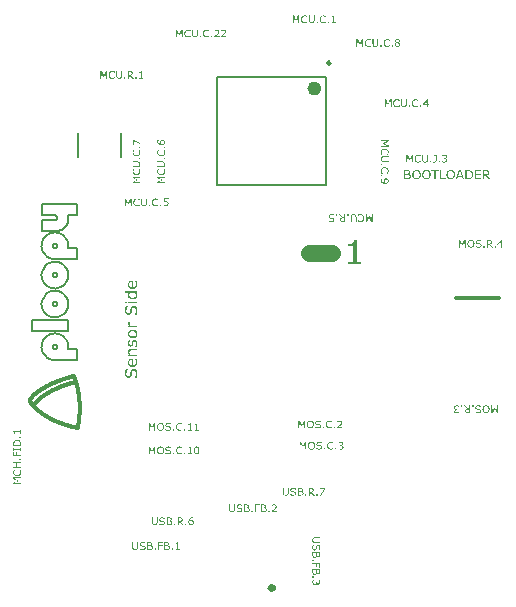
<source format=gbr>
%TF.GenerationSoftware,KiCad,Pcbnew,8.0.7*%
%TF.CreationDate,2025-09-19T21:14:16-06:00*%
%TF.ProjectId,MiniBall,4d696e69-4261-46c6-9c2e-6b696361645f,rev?*%
%TF.SameCoordinates,Original*%
%TF.FileFunction,Legend,Top*%
%TF.FilePolarity,Positive*%
%FSLAX46Y46*%
G04 Gerber Fmt 4.6, Leading zero omitted, Abs format (unit mm)*
G04 Created by KiCad (PCBNEW 8.0.7) date 2025-09-19 21:14:16*
%MOMM*%
%LPD*%
G01*
G04 APERTURE LIST*
%ADD10C,0.190500*%
%ADD11C,0.158750*%
%ADD12C,0.254000*%
%ADD13C,0.250000*%
%ADD14C,0.300000*%
%ADD15C,0.200000*%
%ADD16C,0.350000*%
%ADD17C,0.500000*%
%ADD18C,1.400000*%
%ADD19C,0.600000*%
G04 APERTURE END LIST*
D10*
G36*
X160776676Y-91706525D02*
G01*
X160815240Y-91707915D01*
X160853098Y-91710974D01*
X160864335Y-91712457D01*
X160900752Y-91720396D01*
X160935744Y-91733465D01*
X160945480Y-91738141D01*
X160978574Y-91759942D01*
X161003991Y-91788677D01*
X161007828Y-91795091D01*
X161021721Y-91830745D01*
X161027014Y-91869483D01*
X161027184Y-91878470D01*
X161023206Y-91917231D01*
X161009917Y-91954083D01*
X160998895Y-91971713D01*
X160972807Y-92000775D01*
X160943220Y-92023893D01*
X160923519Y-92035735D01*
X160923519Y-92039830D01*
X160960962Y-92050217D01*
X160998053Y-92067381D01*
X161029815Y-92090346D01*
X161048028Y-92108878D01*
X161070070Y-92140713D01*
X161084898Y-92176965D01*
X161092513Y-92217633D01*
X161093626Y-92242135D01*
X161091031Y-92280217D01*
X161082281Y-92318149D01*
X161071665Y-92344125D01*
X161051303Y-92377414D01*
X161025903Y-92405604D01*
X161012481Y-92416895D01*
X160981250Y-92438213D01*
X160944823Y-92456102D01*
X160915888Y-92465843D01*
X160876419Y-92474108D01*
X160839087Y-92478318D01*
X160797222Y-92480232D01*
X160782259Y-92480360D01*
X160505881Y-92480360D01*
X160505881Y-92385070D01*
X160609360Y-92385070D01*
X160746525Y-92385070D01*
X160786681Y-92384415D01*
X160825269Y-92382184D01*
X160858007Y-92378370D01*
X160895360Y-92369675D01*
X160929288Y-92353989D01*
X160958631Y-92329101D01*
X160972280Y-92309880D01*
X160983956Y-92273341D01*
X160985867Y-92246043D01*
X160982759Y-92208391D01*
X160971722Y-92175506D01*
X160946790Y-92147100D01*
X160920355Y-92130839D01*
X160884732Y-92118829D01*
X160859310Y-92114833D01*
X160819668Y-92112042D01*
X160781703Y-92111144D01*
X160772209Y-92111111D01*
X160609360Y-92111111D01*
X160609360Y-92385070D01*
X160505881Y-92385070D01*
X160505881Y-92015821D01*
X160609360Y-92015821D01*
X160743361Y-92015821D01*
X160782181Y-92014931D01*
X160820784Y-92011169D01*
X160856803Y-92000489D01*
X160874199Y-91991441D01*
X160902111Y-91965347D01*
X160909002Y-91952729D01*
X160918239Y-91916095D01*
X160919238Y-91896709D01*
X160913445Y-91859768D01*
X160909746Y-91851297D01*
X160883250Y-91823557D01*
X160879410Y-91821333D01*
X160842597Y-91808154D01*
X160819668Y-91804769D01*
X160780491Y-91802257D01*
X160742493Y-91801449D01*
X160732939Y-91801419D01*
X160609360Y-91801419D01*
X160609360Y-92015821D01*
X160505881Y-92015821D01*
X160505881Y-91706129D01*
X160736661Y-91706129D01*
X160776676Y-91706525D01*
G37*
G36*
X161594875Y-91695905D02*
G01*
X161633540Y-91700965D01*
X161670065Y-91709398D01*
X161704449Y-91721204D01*
X161740428Y-91738195D01*
X161773197Y-91758807D01*
X161802757Y-91783041D01*
X161817792Y-91798069D01*
X161842826Y-91828893D01*
X161864326Y-91863369D01*
X161880471Y-91897078D01*
X161890748Y-91924254D01*
X161901903Y-91962814D01*
X161909871Y-92003864D01*
X161914229Y-92041824D01*
X161916146Y-92081690D01*
X161916246Y-92093430D01*
X161915008Y-92133932D01*
X161911294Y-92172545D01*
X161905105Y-92209269D01*
X161894999Y-92248929D01*
X161890376Y-92263166D01*
X161876138Y-92299016D01*
X161857007Y-92335621D01*
X161834577Y-92368280D01*
X161817792Y-92387861D01*
X161789294Y-92415038D01*
X161758028Y-92438151D01*
X161723994Y-92457201D01*
X161703891Y-92466029D01*
X161665478Y-92478714D01*
X161628887Y-92486505D01*
X161589992Y-92491015D01*
X161554070Y-92492271D01*
X161513869Y-92490596D01*
X161475530Y-92485571D01*
X161439052Y-92477196D01*
X161404435Y-92465470D01*
X161368232Y-92448496D01*
X161335210Y-92427724D01*
X161305367Y-92403153D01*
X161290162Y-92387861D01*
X161265383Y-92357351D01*
X161244020Y-92323190D01*
X161226072Y-92285378D01*
X161217577Y-92262793D01*
X161206504Y-92224431D01*
X161198594Y-92183416D01*
X161194268Y-92145353D01*
X161192365Y-92105259D01*
X161192266Y-92093430D01*
X161300212Y-92093430D01*
X161301897Y-92137750D01*
X161306955Y-92178697D01*
X161315383Y-92216273D01*
X161329948Y-92256914D01*
X161349368Y-92292700D01*
X161369260Y-92318813D01*
X161396871Y-92345378D01*
X161427781Y-92366447D01*
X161461988Y-92382019D01*
X161499492Y-92392095D01*
X161540295Y-92396676D01*
X161554628Y-92396981D01*
X161596517Y-92394233D01*
X161635081Y-92385989D01*
X161670322Y-92372248D01*
X161702239Y-92353012D01*
X161730832Y-92328279D01*
X161739625Y-92318813D01*
X161763027Y-92287073D01*
X161781587Y-92250478D01*
X161795306Y-92209028D01*
X161803039Y-92170777D01*
X161807410Y-92129155D01*
X161808486Y-92093430D01*
X161806823Y-92049518D01*
X161801834Y-92008858D01*
X161793519Y-91971452D01*
X161779151Y-91930859D01*
X161759993Y-91894951D01*
X161740369Y-91868606D01*
X161713141Y-91841725D01*
X161682406Y-91820406D01*
X161648165Y-91804648D01*
X161610416Y-91794451D01*
X161569160Y-91789817D01*
X161554628Y-91789508D01*
X161511830Y-91792289D01*
X161472631Y-91800631D01*
X161437030Y-91814535D01*
X161405028Y-91834001D01*
X161376625Y-91859028D01*
X161367957Y-91868606D01*
X161344934Y-91900610D01*
X161326675Y-91937299D01*
X161313178Y-91978673D01*
X161305570Y-92016730D01*
X161301270Y-92058040D01*
X161300212Y-92093430D01*
X161192266Y-92093430D01*
X161193468Y-92053400D01*
X161197075Y-92015222D01*
X161204142Y-91973859D01*
X161214349Y-91934914D01*
X161217391Y-91925556D01*
X161231396Y-91889672D01*
X161248286Y-91856462D01*
X161270735Y-91822299D01*
X161290720Y-91798069D01*
X161318345Y-91771658D01*
X161349503Y-91748957D01*
X161384194Y-91729966D01*
X161404993Y-91721018D01*
X161444400Y-91708063D01*
X161481085Y-91700107D01*
X161519328Y-91695500D01*
X161554070Y-91694218D01*
X161594875Y-91695905D01*
G37*
G36*
X162434617Y-91695905D02*
G01*
X162473282Y-91700965D01*
X162509807Y-91709398D01*
X162544191Y-91721204D01*
X162580170Y-91738195D01*
X162612939Y-91758807D01*
X162642499Y-91783041D01*
X162657534Y-91798069D01*
X162682568Y-91828893D01*
X162704068Y-91863369D01*
X162720213Y-91897078D01*
X162730490Y-91924254D01*
X162741646Y-91962814D01*
X162749614Y-92003864D01*
X162753971Y-92041824D01*
X162755888Y-92081690D01*
X162755988Y-92093430D01*
X162754750Y-92133932D01*
X162751036Y-92172545D01*
X162744847Y-92209269D01*
X162734741Y-92248929D01*
X162730118Y-92263166D01*
X162715881Y-92299016D01*
X162696749Y-92335621D01*
X162674319Y-92368280D01*
X162657534Y-92387861D01*
X162629036Y-92415038D01*
X162597770Y-92438151D01*
X162563736Y-92457201D01*
X162543633Y-92466029D01*
X162505220Y-92478714D01*
X162468629Y-92486505D01*
X162429734Y-92491015D01*
X162393812Y-92492271D01*
X162353612Y-92490596D01*
X162315272Y-92485571D01*
X162278794Y-92477196D01*
X162244177Y-92465470D01*
X162207974Y-92448496D01*
X162174952Y-92427724D01*
X162145109Y-92403153D01*
X162129904Y-92387861D01*
X162105125Y-92357351D01*
X162083762Y-92323190D01*
X162065815Y-92285378D01*
X162057320Y-92262793D01*
X162046246Y-92224431D01*
X162038336Y-92183416D01*
X162034010Y-92145353D01*
X162032107Y-92105259D01*
X162032008Y-92093430D01*
X162139954Y-92093430D01*
X162141639Y-92137750D01*
X162146697Y-92178697D01*
X162155125Y-92216273D01*
X162169690Y-92256914D01*
X162189110Y-92292700D01*
X162209002Y-92318813D01*
X162236613Y-92345378D01*
X162267523Y-92366447D01*
X162301730Y-92382019D01*
X162339234Y-92392095D01*
X162380037Y-92396676D01*
X162394370Y-92396981D01*
X162436259Y-92394233D01*
X162474823Y-92385989D01*
X162510064Y-92372248D01*
X162541981Y-92353012D01*
X162570574Y-92328279D01*
X162579367Y-92318813D01*
X162602769Y-92287073D01*
X162621329Y-92250478D01*
X162635048Y-92209028D01*
X162642781Y-92170777D01*
X162647152Y-92129155D01*
X162648228Y-92093430D01*
X162646565Y-92049518D01*
X162641576Y-92008858D01*
X162633261Y-91971452D01*
X162618893Y-91930859D01*
X162599735Y-91894951D01*
X162580111Y-91868606D01*
X162552883Y-91841725D01*
X162522149Y-91820406D01*
X162487907Y-91804648D01*
X162450158Y-91794451D01*
X162408902Y-91789817D01*
X162394370Y-91789508D01*
X162351572Y-91792289D01*
X162312373Y-91800631D01*
X162276772Y-91814535D01*
X162244770Y-91834001D01*
X162216367Y-91859028D01*
X162207699Y-91868606D01*
X162184676Y-91900610D01*
X162166417Y-91937299D01*
X162152921Y-91978673D01*
X162145312Y-92016730D01*
X162141012Y-92058040D01*
X162139954Y-92093430D01*
X162032008Y-92093430D01*
X162033210Y-92053400D01*
X162036817Y-92015222D01*
X162043884Y-91973859D01*
X162054091Y-91934914D01*
X162057133Y-91925556D01*
X162071138Y-91889672D01*
X162088028Y-91856462D01*
X162110477Y-91822299D01*
X162130462Y-91798069D01*
X162158087Y-91771658D01*
X162189245Y-91748957D01*
X162223936Y-91729966D01*
X162244735Y-91721018D01*
X162284142Y-91708063D01*
X162320827Y-91700107D01*
X162359070Y-91695500D01*
X162393812Y-91694218D01*
X162434617Y-91695905D01*
G37*
G36*
X163446095Y-91801419D02*
G01*
X163167670Y-91801419D01*
X163167670Y-92480360D01*
X163064005Y-92480360D01*
X163064005Y-91801419D01*
X162785580Y-91801419D01*
X162785580Y-91706129D01*
X163446095Y-91706129D01*
X163446095Y-91801419D01*
G37*
G36*
X164040726Y-92480360D02*
G01*
X163547713Y-92480360D01*
X163547713Y-91706129D01*
X163651192Y-91706129D01*
X163651192Y-92385070D01*
X164040726Y-92385070D01*
X164040726Y-92480360D01*
G37*
G36*
X164488561Y-91695905D02*
G01*
X164527226Y-91700965D01*
X164563750Y-91709398D01*
X164598135Y-91721204D01*
X164634113Y-91738195D01*
X164666883Y-91758807D01*
X164696442Y-91783041D01*
X164711478Y-91798069D01*
X164736511Y-91828893D01*
X164758012Y-91863369D01*
X164774157Y-91897078D01*
X164784434Y-91924254D01*
X164795589Y-91962814D01*
X164803557Y-92003864D01*
X164807915Y-92041824D01*
X164809832Y-92081690D01*
X164809932Y-92093430D01*
X164808694Y-92133932D01*
X164804980Y-92172545D01*
X164798790Y-92209269D01*
X164788685Y-92248929D01*
X164784062Y-92263166D01*
X164769824Y-92299016D01*
X164750692Y-92335621D01*
X164728263Y-92368280D01*
X164711478Y-92387861D01*
X164682980Y-92415038D01*
X164651714Y-92438151D01*
X164617680Y-92457201D01*
X164597577Y-92466029D01*
X164559164Y-92478714D01*
X164522572Y-92486505D01*
X164483678Y-92491015D01*
X164447756Y-92492271D01*
X164407555Y-92490596D01*
X164369216Y-92485571D01*
X164332738Y-92477196D01*
X164298121Y-92465470D01*
X164261918Y-92448496D01*
X164228895Y-92427724D01*
X164199053Y-92403153D01*
X164183847Y-92387861D01*
X164159069Y-92357351D01*
X164137706Y-92323190D01*
X164119758Y-92285378D01*
X164111263Y-92262793D01*
X164100189Y-92224431D01*
X164092280Y-92183416D01*
X164087954Y-92145353D01*
X164086051Y-92105259D01*
X164085952Y-92093430D01*
X164193897Y-92093430D01*
X164195583Y-92137750D01*
X164200640Y-92178697D01*
X164209069Y-92216273D01*
X164223634Y-92256914D01*
X164243054Y-92292700D01*
X164262945Y-92318813D01*
X164290557Y-92345378D01*
X164321466Y-92366447D01*
X164355673Y-92382019D01*
X164393178Y-92392095D01*
X164433980Y-92396676D01*
X164448314Y-92396981D01*
X164490202Y-92394233D01*
X164528767Y-92385989D01*
X164564008Y-92372248D01*
X164595925Y-92353012D01*
X164624518Y-92328279D01*
X164633310Y-92318813D01*
X164656713Y-92287073D01*
X164675273Y-92250478D01*
X164688991Y-92209028D01*
X164696725Y-92170777D01*
X164701096Y-92129155D01*
X164702172Y-92093430D01*
X164700509Y-92049518D01*
X164695520Y-92008858D01*
X164687205Y-91971452D01*
X164672836Y-91930859D01*
X164653678Y-91894951D01*
X164634055Y-91868606D01*
X164606827Y-91841725D01*
X164576092Y-91820406D01*
X164541850Y-91804648D01*
X164504101Y-91794451D01*
X164462845Y-91789817D01*
X164448314Y-91789508D01*
X164405516Y-91792289D01*
X164366317Y-91800631D01*
X164330716Y-91814535D01*
X164298714Y-91834001D01*
X164270311Y-91859028D01*
X164261642Y-91868606D01*
X164238620Y-91900610D01*
X164220360Y-91937299D01*
X164206864Y-91978673D01*
X164199256Y-92016730D01*
X164194956Y-92058040D01*
X164193897Y-92093430D01*
X164085952Y-92093430D01*
X164087154Y-92053400D01*
X164090761Y-92015222D01*
X164097827Y-91973859D01*
X164108035Y-91934914D01*
X164111077Y-91925556D01*
X164125082Y-91889672D01*
X164141972Y-91856462D01*
X164164421Y-91822299D01*
X164184406Y-91798069D01*
X164212030Y-91771658D01*
X164243188Y-91748957D01*
X164277879Y-91729966D01*
X164298679Y-91721018D01*
X164338086Y-91708063D01*
X164374771Y-91700107D01*
X164413014Y-91695500D01*
X164447756Y-91694218D01*
X164488561Y-91695905D01*
G37*
G36*
X165584720Y-92480360D02*
G01*
X165474355Y-92480360D01*
X165397863Y-92265957D01*
X165060812Y-92265957D01*
X164984319Y-92480360D01*
X164879166Y-92480360D01*
X164992695Y-92170667D01*
X165092265Y-92170667D01*
X165366037Y-92170667D01*
X165229430Y-91796022D01*
X165092265Y-92170667D01*
X164992695Y-92170667D01*
X165162988Y-91706129D01*
X165301084Y-91706129D01*
X165584720Y-92480360D01*
G37*
G36*
X165934988Y-91706705D02*
G01*
X165972824Y-91708432D01*
X166012798Y-91711903D01*
X166052987Y-91717789D01*
X166075128Y-91722507D01*
X166111376Y-91732691D01*
X166147785Y-91746286D01*
X166183132Y-91764012D01*
X166189029Y-91767547D01*
X166222196Y-91790700D01*
X166251996Y-91817007D01*
X166278429Y-91846466D01*
X166301497Y-91879078D01*
X166313167Y-91899128D01*
X166330499Y-91936506D01*
X166343574Y-91976823D01*
X166351393Y-92013719D01*
X166356084Y-92052774D01*
X166357648Y-92093989D01*
X166356018Y-92132868D01*
X166351131Y-92170359D01*
X166341310Y-92212346D01*
X166327055Y-92252445D01*
X166311306Y-92285313D01*
X166289570Y-92321015D01*
X166264914Y-92353048D01*
X166237336Y-92381412D01*
X166206838Y-92406106D01*
X166188099Y-92418570D01*
X166153515Y-92437261D01*
X166116532Y-92452390D01*
X166077151Y-92463957D01*
X166068986Y-92465843D01*
X166028734Y-92472860D01*
X165987416Y-92477170D01*
X165946989Y-92479452D01*
X165909162Y-92480303D01*
X165895901Y-92480360D01*
X165699180Y-92480360D01*
X165699180Y-92385070D01*
X165802659Y-92385070D01*
X165899996Y-92385070D01*
X165940564Y-92384230D01*
X165978100Y-92381713D01*
X166016249Y-92376948D01*
X166030461Y-92374461D01*
X166067769Y-92364907D01*
X166102922Y-92351086D01*
X166133009Y-92334819D01*
X166163375Y-92312713D01*
X166191729Y-92283939D01*
X166214411Y-92250729D01*
X166220110Y-92239901D01*
X166234145Y-92204389D01*
X166243587Y-92164225D01*
X166248123Y-92124617D01*
X166249144Y-92092500D01*
X166247612Y-92054924D01*
X166242110Y-92015273D01*
X166232607Y-91979135D01*
X166217132Y-91942679D01*
X166196743Y-91910402D01*
X166171377Y-91882247D01*
X166141035Y-91858215D01*
X166122029Y-91846645D01*
X166086600Y-91829720D01*
X166049549Y-91817192D01*
X166023947Y-91811283D01*
X165985957Y-91805667D01*
X165947222Y-91802585D01*
X165908942Y-91801458D01*
X165899996Y-91801419D01*
X165802659Y-91801419D01*
X165802659Y-92385070D01*
X165699180Y-92385070D01*
X165699180Y-91706129D01*
X165893854Y-91706129D01*
X165934988Y-91706705D01*
G37*
G36*
X167034541Y-92480360D02*
G01*
X166521055Y-92480360D01*
X166521055Y-91706129D01*
X167034541Y-91706129D01*
X167034541Y-91801419D01*
X166624534Y-91801419D01*
X166624534Y-92003910D01*
X167034541Y-92003910D01*
X167034541Y-92099200D01*
X166624534Y-92099200D01*
X166624534Y-92385070D01*
X167034541Y-92385070D01*
X167034541Y-92480360D01*
G37*
G36*
X167451751Y-91706851D02*
G01*
X167489490Y-91709344D01*
X167528683Y-91714688D01*
X167531649Y-91715249D01*
X167568340Y-91724903D01*
X167604350Y-91740659D01*
X167616330Y-91747632D01*
X167647736Y-91771378D01*
X167672999Y-91799670D01*
X167682586Y-91814261D01*
X167698011Y-91850336D01*
X167705269Y-91889960D01*
X167706409Y-91915879D01*
X167703757Y-91955870D01*
X167695800Y-91992464D01*
X167680509Y-92029573D01*
X167663975Y-92055463D01*
X167637589Y-92084886D01*
X167606167Y-92109921D01*
X167569711Y-92130569D01*
X167547282Y-92140145D01*
X167840410Y-92480360D01*
X167705851Y-92480360D01*
X167445106Y-92170667D01*
X167299007Y-92170667D01*
X167299007Y-92480360D01*
X167195529Y-92480360D01*
X167195529Y-92075378D01*
X167299007Y-92075378D01*
X167403789Y-92075378D01*
X167441652Y-92074057D01*
X167480226Y-92069250D01*
X167489587Y-92067375D01*
X167525391Y-92054932D01*
X167551749Y-92037410D01*
X167576423Y-92009421D01*
X167586552Y-91990324D01*
X167596031Y-91953667D01*
X167597905Y-91922765D01*
X167592775Y-91884937D01*
X167585994Y-91867489D01*
X167562570Y-91837828D01*
X167547096Y-91826730D01*
X167512173Y-91811328D01*
X167493682Y-91807002D01*
X167455451Y-91802488D01*
X167420912Y-91801419D01*
X167299007Y-91801419D01*
X167299007Y-92075378D01*
X167195529Y-92075378D01*
X167195529Y-91706129D01*
X167413839Y-91706129D01*
X167451751Y-91706851D01*
G37*
D11*
G36*
X141762886Y-80467300D02*
G01*
X141676498Y-80467300D01*
X141676498Y-79911132D01*
X141495969Y-80288631D01*
X141444477Y-80288631D01*
X141265189Y-79911132D01*
X141265189Y-80467300D01*
X141184540Y-80467300D01*
X141184540Y-79822108D01*
X141302256Y-79822108D01*
X141475341Y-80180530D01*
X141642843Y-79822108D01*
X141762886Y-79822108D01*
X141762886Y-80467300D01*
G37*
G36*
X142434909Y-80418755D02*
G01*
X142405361Y-80431859D01*
X142391483Y-80438297D01*
X142362524Y-80449965D01*
X142340612Y-80457373D01*
X142309303Y-80465836D01*
X142282917Y-80471332D01*
X142250153Y-80475752D01*
X142218877Y-80477203D01*
X142214210Y-80477226D01*
X142179653Y-80476004D01*
X142146705Y-80472340D01*
X142115367Y-80466233D01*
X142085637Y-80457684D01*
X142054361Y-80444862D01*
X142025441Y-80428556D01*
X141998876Y-80408766D01*
X141985136Y-80396266D01*
X141963029Y-80371481D01*
X141943817Y-80343186D01*
X141929170Y-80315090D01*
X141919686Y-80292198D01*
X141909372Y-80259289D01*
X141902765Y-80228410D01*
X141898414Y-80195587D01*
X141896319Y-80160820D01*
X141896112Y-80145324D01*
X141897195Y-80111452D01*
X141900446Y-80079184D01*
X141905864Y-80048518D01*
X141914709Y-80015434D01*
X141918756Y-80003568D01*
X141931396Y-79973528D01*
X141946517Y-79945912D01*
X141966495Y-79917740D01*
X141984205Y-79897949D01*
X142008860Y-79875976D01*
X142036239Y-79857169D01*
X142066341Y-79841527D01*
X142084241Y-79834205D01*
X142114426Y-79824570D01*
X142146201Y-79817687D01*
X142179566Y-79813558D01*
X142214520Y-79812182D01*
X142247254Y-79813408D01*
X142279926Y-79817089D01*
X142312539Y-79823223D01*
X142319054Y-79824744D01*
X142349287Y-79833332D01*
X142381360Y-79844962D01*
X142411414Y-79857854D01*
X142434909Y-79869101D01*
X142434909Y-79970998D01*
X142428395Y-79970998D01*
X142401612Y-79951631D01*
X142374926Y-79935094D01*
X142345021Y-79919873D01*
X142321845Y-79910511D01*
X142291595Y-79901365D01*
X142260166Y-79895211D01*
X142227560Y-79892052D01*
X142208937Y-79891590D01*
X142176184Y-79893404D01*
X142143087Y-79899522D01*
X142120068Y-79906944D01*
X142091722Y-79920859D01*
X142065775Y-79939572D01*
X142049810Y-79954713D01*
X142029098Y-79980682D01*
X142013369Y-80008625D01*
X142002817Y-80034432D01*
X141993983Y-80066032D01*
X141988831Y-80096959D01*
X141986328Y-80130241D01*
X141986066Y-80145789D01*
X141987220Y-80177671D01*
X141991275Y-80210780D01*
X141999206Y-80244143D01*
X142004523Y-80259473D01*
X142018564Y-80290030D01*
X142035098Y-80316446D01*
X142052292Y-80336865D01*
X142076646Y-80357883D01*
X142103880Y-80374408D01*
X142123635Y-80382928D01*
X142154882Y-80392001D01*
X142187437Y-80396887D01*
X142209867Y-80397817D01*
X142244312Y-80396247D01*
X142277506Y-80391536D01*
X142309448Y-80383684D01*
X142326653Y-80377965D01*
X142356810Y-80365228D01*
X142385862Y-80349350D01*
X142413811Y-80330332D01*
X142428860Y-80318409D01*
X142434909Y-80318409D01*
X142434909Y-80418755D01*
G37*
G36*
X143042568Y-80206121D02*
G01*
X143041599Y-80239902D01*
X143038691Y-80271454D01*
X143033102Y-80304285D01*
X143027059Y-80327870D01*
X143015442Y-80358631D01*
X142999978Y-80385970D01*
X142978524Y-80412088D01*
X142976343Y-80414257D01*
X142951867Y-80434685D01*
X142924715Y-80450970D01*
X142897710Y-80462181D01*
X142865136Y-80470747D01*
X142832469Y-80475448D01*
X142800582Y-80477167D01*
X142793177Y-80477226D01*
X142760043Y-80475962D01*
X142726134Y-80471594D01*
X142695285Y-80464106D01*
X142686627Y-80461251D01*
X142657178Y-80448491D01*
X142628897Y-80430515D01*
X142610321Y-80414257D01*
X142588444Y-80388224D01*
X142571222Y-80358744D01*
X142559605Y-80328955D01*
X142551426Y-80295501D01*
X142546655Y-80261559D01*
X142544474Y-80228340D01*
X142544095Y-80206121D01*
X142544095Y-79822108D01*
X142630483Y-79822108D01*
X142630483Y-80206276D01*
X142631326Y-80239217D01*
X142634496Y-80271532D01*
X142637617Y-80287856D01*
X142648076Y-80317963D01*
X142661812Y-80341983D01*
X142682840Y-80365011D01*
X142709867Y-80382041D01*
X142713924Y-80383859D01*
X142745353Y-80393401D01*
X142776308Y-80397327D01*
X142793177Y-80397817D01*
X142826132Y-80395876D01*
X142857452Y-80389392D01*
X142872430Y-80384014D01*
X142900247Y-80367827D01*
X142922339Y-80345437D01*
X142924852Y-80341983D01*
X142940056Y-80314142D01*
X142948891Y-80286305D01*
X142954123Y-80253594D01*
X142956003Y-80222616D01*
X142956181Y-80208447D01*
X142956181Y-79822108D01*
X143042568Y-79822108D01*
X143042568Y-80206121D01*
G37*
G36*
X143322513Y-80467300D02*
G01*
X143218290Y-80467300D01*
X143218290Y-80338261D01*
X143322513Y-80338261D01*
X143322513Y-80467300D01*
G37*
G36*
X144019972Y-80418755D02*
G01*
X143990424Y-80431859D01*
X143976545Y-80438297D01*
X143947586Y-80449965D01*
X143925675Y-80457373D01*
X143894366Y-80465836D01*
X143867980Y-80471332D01*
X143835216Y-80475752D01*
X143803940Y-80477203D01*
X143799273Y-80477226D01*
X143764716Y-80476004D01*
X143731768Y-80472340D01*
X143700429Y-80466233D01*
X143670700Y-80457684D01*
X143639424Y-80444862D01*
X143610504Y-80428556D01*
X143583939Y-80408766D01*
X143570199Y-80396266D01*
X143548091Y-80371481D01*
X143528879Y-80343186D01*
X143514233Y-80315090D01*
X143504749Y-80292198D01*
X143494435Y-80259289D01*
X143487828Y-80228410D01*
X143483477Y-80195587D01*
X143481382Y-80160820D01*
X143481175Y-80145324D01*
X143482258Y-80111452D01*
X143485509Y-80079184D01*
X143490926Y-80048518D01*
X143499772Y-80015434D01*
X143503818Y-80003568D01*
X143516459Y-79973528D01*
X143531580Y-79945912D01*
X143551558Y-79917740D01*
X143569268Y-79897949D01*
X143593923Y-79875976D01*
X143621302Y-79857169D01*
X143651404Y-79841527D01*
X143669304Y-79834205D01*
X143699489Y-79824570D01*
X143731264Y-79817687D01*
X143764629Y-79813558D01*
X143799583Y-79812182D01*
X143832316Y-79813408D01*
X143864989Y-79817089D01*
X143897601Y-79823223D01*
X143904116Y-79824744D01*
X143934349Y-79833332D01*
X143966423Y-79844962D01*
X143996477Y-79857854D01*
X144019972Y-79869101D01*
X144019972Y-79970998D01*
X144013458Y-79970998D01*
X143986675Y-79951631D01*
X143959989Y-79935094D01*
X143930083Y-79919873D01*
X143906908Y-79910511D01*
X143876658Y-79901365D01*
X143845229Y-79895211D01*
X143812623Y-79892052D01*
X143794000Y-79891590D01*
X143761247Y-79893404D01*
X143728150Y-79899522D01*
X143705131Y-79906944D01*
X143676785Y-79920859D01*
X143650838Y-79939572D01*
X143634873Y-79954713D01*
X143614161Y-79980682D01*
X143598431Y-80008625D01*
X143587879Y-80034432D01*
X143579046Y-80066032D01*
X143573894Y-80096959D01*
X143571391Y-80130241D01*
X143571129Y-80145789D01*
X143572283Y-80177671D01*
X143576338Y-80210780D01*
X143584268Y-80244143D01*
X143589585Y-80259473D01*
X143603627Y-80290030D01*
X143620161Y-80316446D01*
X143637354Y-80336865D01*
X143661709Y-80357883D01*
X143688943Y-80374408D01*
X143708698Y-80382928D01*
X143739944Y-80392001D01*
X143772500Y-80396887D01*
X143794930Y-80397817D01*
X143829375Y-80396247D01*
X143862569Y-80391536D01*
X143894511Y-80383684D01*
X143911716Y-80377965D01*
X143941873Y-80365228D01*
X143970925Y-80349350D01*
X143998873Y-80330332D01*
X144013923Y-80318409D01*
X144019972Y-80318409D01*
X144019972Y-80418755D01*
G37*
G36*
X144266106Y-80467300D02*
G01*
X144161883Y-80467300D01*
X144161883Y-80338261D01*
X144266106Y-80338261D01*
X144266106Y-80467300D01*
G37*
G36*
X144884622Y-80467300D02*
G01*
X144444930Y-80467300D01*
X144444930Y-80371296D01*
X144470690Y-80349935D01*
X144496500Y-80328597D01*
X144522359Y-80307285D01*
X144536746Y-80295455D01*
X144562153Y-80274118D01*
X144586555Y-80252854D01*
X144609950Y-80231665D01*
X144622513Y-80219924D01*
X144647394Y-80196236D01*
X144669692Y-80174123D01*
X144693042Y-80149667D01*
X144715583Y-80124001D01*
X144735147Y-80098449D01*
X144737127Y-80095539D01*
X144753485Y-80065925D01*
X144763784Y-80034858D01*
X144768025Y-80002337D01*
X144768146Y-79995658D01*
X144764206Y-79964581D01*
X144750920Y-79936406D01*
X144734801Y-79919197D01*
X144706063Y-79902374D01*
X144673166Y-79893774D01*
X144641589Y-79891590D01*
X144608255Y-79893612D01*
X144575576Y-79899068D01*
X144555667Y-79903842D01*
X144524149Y-79913787D01*
X144493144Y-79926774D01*
X144465402Y-79941220D01*
X144461060Y-79941220D01*
X144461060Y-79851731D01*
X144492150Y-79839207D01*
X144522117Y-79830076D01*
X144543725Y-79824589D01*
X144575701Y-79818046D01*
X144607071Y-79813926D01*
X144640879Y-79812194D01*
X144643916Y-79812182D01*
X144679850Y-79813839D01*
X144712741Y-79818812D01*
X144747269Y-79828803D01*
X144777656Y-79843307D01*
X144800406Y-79859330D01*
X144822524Y-79881561D01*
X144841150Y-79910893D01*
X144852680Y-79944413D01*
X144856949Y-79977178D01*
X144857170Y-79987128D01*
X144855092Y-80020095D01*
X144848855Y-80050950D01*
X144847710Y-80054904D01*
X144836155Y-80085419D01*
X144820103Y-80114305D01*
X144801569Y-80140594D01*
X144781517Y-80164816D01*
X144780089Y-80166417D01*
X144758240Y-80189877D01*
X144734549Y-80213576D01*
X144724565Y-80223181D01*
X144701029Y-80245418D01*
X144677106Y-80267306D01*
X144652795Y-80288844D01*
X144628096Y-80310034D01*
X144603620Y-80330662D01*
X144577082Y-80352941D01*
X144551598Y-80374238D01*
X144535195Y-80387891D01*
X144884622Y-80387891D01*
X144884622Y-80467300D01*
G37*
G36*
X145449785Y-80467300D02*
G01*
X145010093Y-80467300D01*
X145010093Y-80371296D01*
X145035854Y-80349935D01*
X145061663Y-80328597D01*
X145087522Y-80307285D01*
X145101909Y-80295455D01*
X145127316Y-80274118D01*
X145151718Y-80252854D01*
X145175113Y-80231665D01*
X145187676Y-80219924D01*
X145212557Y-80196236D01*
X145234856Y-80174123D01*
X145258205Y-80149667D01*
X145280746Y-80124001D01*
X145300310Y-80098449D01*
X145302291Y-80095539D01*
X145318648Y-80065925D01*
X145328948Y-80034858D01*
X145333188Y-80002337D01*
X145333310Y-79995658D01*
X145329369Y-79964581D01*
X145316083Y-79936406D01*
X145299964Y-79919197D01*
X145271226Y-79902374D01*
X145238330Y-79893774D01*
X145206753Y-79891590D01*
X145173418Y-79893612D01*
X145140739Y-79899068D01*
X145120831Y-79903842D01*
X145089312Y-79913787D01*
X145058307Y-79926774D01*
X145030566Y-79941220D01*
X145026223Y-79941220D01*
X145026223Y-79851731D01*
X145057313Y-79839207D01*
X145087280Y-79830076D01*
X145108888Y-79824589D01*
X145140864Y-79818046D01*
X145172235Y-79813926D01*
X145206042Y-79812194D01*
X145209079Y-79812182D01*
X145245013Y-79813839D01*
X145277905Y-79818812D01*
X145312433Y-79828803D01*
X145342819Y-79843307D01*
X145365569Y-79859330D01*
X145387687Y-79881561D01*
X145406313Y-79910893D01*
X145417844Y-79944413D01*
X145422112Y-79977178D01*
X145422334Y-79987128D01*
X145420255Y-80020095D01*
X145414019Y-80050950D01*
X145412873Y-80054904D01*
X145401318Y-80085419D01*
X145385266Y-80114305D01*
X145366732Y-80140594D01*
X145346681Y-80164816D01*
X145345252Y-80166417D01*
X145323403Y-80189877D01*
X145299712Y-80213576D01*
X145289728Y-80223181D01*
X145266193Y-80245418D01*
X145242269Y-80267306D01*
X145217958Y-80288844D01*
X145193260Y-80310034D01*
X145168784Y-80330662D01*
X145142245Y-80352941D01*
X145116761Y-80374238D01*
X145100358Y-80387891D01*
X145449785Y-80387891D01*
X145449785Y-80467300D01*
G37*
G36*
X139633515Y-121506111D02*
G01*
X139632546Y-121539892D01*
X139629638Y-121571444D01*
X139624049Y-121604275D01*
X139618006Y-121627860D01*
X139606389Y-121658621D01*
X139590925Y-121685960D01*
X139569471Y-121712078D01*
X139567290Y-121714247D01*
X139542814Y-121734675D01*
X139515663Y-121750960D01*
X139488657Y-121762171D01*
X139456083Y-121770737D01*
X139423416Y-121775438D01*
X139391530Y-121777157D01*
X139384124Y-121777216D01*
X139350990Y-121775952D01*
X139317082Y-121771584D01*
X139286232Y-121764096D01*
X139277574Y-121761241D01*
X139248125Y-121748481D01*
X139219845Y-121730505D01*
X139201268Y-121714247D01*
X139179391Y-121688214D01*
X139162169Y-121658734D01*
X139150552Y-121628945D01*
X139142373Y-121595491D01*
X139137602Y-121561549D01*
X139135421Y-121528330D01*
X139135043Y-121506111D01*
X139135043Y-121122098D01*
X139221430Y-121122098D01*
X139221430Y-121506266D01*
X139222273Y-121539207D01*
X139225443Y-121571522D01*
X139228565Y-121587846D01*
X139239023Y-121617953D01*
X139252759Y-121641973D01*
X139273788Y-121665001D01*
X139300814Y-121682031D01*
X139304871Y-121683849D01*
X139336300Y-121693391D01*
X139367256Y-121697317D01*
X139384124Y-121697807D01*
X139417079Y-121695866D01*
X139448399Y-121689382D01*
X139463377Y-121684004D01*
X139491194Y-121667817D01*
X139513286Y-121645427D01*
X139515799Y-121641973D01*
X139531003Y-121614132D01*
X139539839Y-121586295D01*
X139545071Y-121553584D01*
X139546950Y-121522606D01*
X139547128Y-121508437D01*
X139547128Y-121122098D01*
X139633515Y-121122098D01*
X139633515Y-121506111D01*
G37*
G36*
X140266765Y-121582417D02*
G01*
X140263381Y-121615080D01*
X140254178Y-121645091D01*
X140249084Y-121656552D01*
X140232390Y-121684449D01*
X140211036Y-121708659D01*
X140199609Y-121718590D01*
X140171801Y-121737594D01*
X140143437Y-121752025D01*
X140118185Y-121761706D01*
X140087339Y-121769885D01*
X140056392Y-121774656D01*
X140022426Y-121776973D01*
X140006362Y-121777216D01*
X139972115Y-121776411D01*
X139939633Y-121773997D01*
X139905199Y-121769359D01*
X139879960Y-121764343D01*
X139848307Y-121756021D01*
X139816335Y-121745711D01*
X139784043Y-121733415D01*
X139765966Y-121725724D01*
X139765966Y-121618399D01*
X139772015Y-121618399D01*
X139797625Y-121636380D01*
X139825134Y-121652171D01*
X139854544Y-121665771D01*
X139885854Y-121677180D01*
X139917687Y-121686204D01*
X139948512Y-121692650D01*
X139981985Y-121696820D01*
X140007137Y-121697807D01*
X140040579Y-121696464D01*
X140074617Y-121691639D01*
X140107580Y-121682017D01*
X140132143Y-121669735D01*
X140157574Y-121648112D01*
X140173277Y-121619464D01*
X140176810Y-121594515D01*
X140173304Y-121563572D01*
X140159360Y-121535679D01*
X140155563Y-121531701D01*
X140128964Y-121513633D01*
X140099244Y-121502264D01*
X140091354Y-121500062D01*
X140059481Y-121492713D01*
X140027582Y-121487021D01*
X140020476Y-121485949D01*
X139988708Y-121480900D01*
X139958021Y-121475331D01*
X139939516Y-121471680D01*
X139908691Y-121463976D01*
X139876698Y-121452713D01*
X139845369Y-121436842D01*
X139819624Y-121417773D01*
X139811409Y-121409797D01*
X139791316Y-121383098D01*
X139777799Y-121352202D01*
X139771305Y-121321217D01*
X139769843Y-121295803D01*
X139773138Y-121261914D01*
X139783024Y-121230816D01*
X139799500Y-121202508D01*
X139822566Y-121176991D01*
X139838705Y-121163663D01*
X139865884Y-121146164D01*
X139895659Y-121132285D01*
X139928028Y-121122027D01*
X139962994Y-121115390D01*
X139994114Y-121112624D01*
X140013651Y-121112172D01*
X140047210Y-121112996D01*
X140079334Y-121115467D01*
X140113758Y-121120218D01*
X140139278Y-121125355D01*
X140170427Y-121133261D01*
X140202591Y-121143196D01*
X140232180Y-121154344D01*
X140240554Y-121157924D01*
X140240554Y-121261062D01*
X140234506Y-121261062D01*
X140206254Y-121241692D01*
X140175769Y-121226183D01*
X140144421Y-121213934D01*
X140136951Y-121211432D01*
X140106601Y-121202747D01*
X140075883Y-121196543D01*
X140044796Y-121192821D01*
X140013341Y-121191580D01*
X139980374Y-121193257D01*
X139947341Y-121199152D01*
X139915674Y-121210681D01*
X139901828Y-121218411D01*
X139877899Y-121238690D01*
X139862425Y-121267382D01*
X139859798Y-121287583D01*
X139863806Y-121319330D01*
X139878200Y-121347615D01*
X139880736Y-121350551D01*
X139907351Y-121369574D01*
X139938703Y-121381406D01*
X139954405Y-121385448D01*
X139985757Y-121391698D01*
X140018298Y-121397532D01*
X140033814Y-121400182D01*
X140064466Y-121405558D01*
X140097210Y-121412130D01*
X140121132Y-121417707D01*
X140151105Y-121426973D01*
X140181162Y-121439817D01*
X140209623Y-121457140D01*
X140230163Y-121475092D01*
X140249465Y-121502034D01*
X140260724Y-121531409D01*
X140266193Y-121565643D01*
X140266765Y-121582417D01*
G37*
G36*
X140627824Y-121122427D02*
G01*
X140659962Y-121123586D01*
X140691510Y-121126135D01*
X140700874Y-121127371D01*
X140731221Y-121133987D01*
X140760382Y-121144877D01*
X140768495Y-121148774D01*
X140796073Y-121166942D01*
X140817254Y-121190887D01*
X140820451Y-121196233D01*
X140832029Y-121225944D01*
X140836439Y-121258226D01*
X140836581Y-121265715D01*
X140833266Y-121298016D01*
X140822193Y-121328726D01*
X140813007Y-121343417D01*
X140791268Y-121367635D01*
X140766611Y-121386901D01*
X140750194Y-121396769D01*
X140750194Y-121400182D01*
X140781397Y-121408838D01*
X140812306Y-121423141D01*
X140838774Y-121442278D01*
X140853952Y-121457721D01*
X140872320Y-121484251D01*
X140884677Y-121514460D01*
X140891022Y-121548351D01*
X140891950Y-121568769D01*
X140889787Y-121600504D01*
X140882496Y-121632114D01*
X140873649Y-121653761D01*
X140856680Y-121681501D01*
X140835514Y-121704993D01*
X140824329Y-121714402D01*
X140798303Y-121732167D01*
X140767947Y-121747075D01*
X140743835Y-121755192D01*
X140710944Y-121762080D01*
X140679834Y-121765588D01*
X140644946Y-121767183D01*
X140632477Y-121767290D01*
X140402162Y-121767290D01*
X140402162Y-121687881D01*
X140488395Y-121687881D01*
X140602699Y-121687881D01*
X140636163Y-121687336D01*
X140668319Y-121685477D01*
X140695601Y-121682298D01*
X140726728Y-121675053D01*
X140755002Y-121661981D01*
X140779454Y-121641241D01*
X140790828Y-121625223D01*
X140800558Y-121594774D01*
X140802150Y-121572026D01*
X140799560Y-121540649D01*
X140790363Y-121513245D01*
X140769586Y-121489573D01*
X140747557Y-121476023D01*
X140717871Y-121466014D01*
X140696686Y-121462684D01*
X140663651Y-121460358D01*
X140632014Y-121459610D01*
X140624102Y-121459583D01*
X140488395Y-121459583D01*
X140488395Y-121687881D01*
X140402162Y-121687881D01*
X140402162Y-121380174D01*
X140488395Y-121380174D01*
X140600063Y-121380174D01*
X140632412Y-121379432D01*
X140664582Y-121376297D01*
X140694598Y-121367398D01*
X140709094Y-121359857D01*
X140732354Y-121338113D01*
X140738096Y-121327597D01*
X140745794Y-121297069D01*
X140746627Y-121280914D01*
X140741799Y-121250130D01*
X140738717Y-121243071D01*
X140716637Y-121219954D01*
X140713436Y-121218101D01*
X140682759Y-121207118D01*
X140663651Y-121204298D01*
X140631004Y-121202204D01*
X140599339Y-121201530D01*
X140591377Y-121201506D01*
X140488395Y-121201506D01*
X140488395Y-121380174D01*
X140402162Y-121380174D01*
X140402162Y-121122098D01*
X140594479Y-121122098D01*
X140627824Y-121122427D01*
G37*
G36*
X141130019Y-121767290D02*
G01*
X141025796Y-121767290D01*
X141025796Y-121638251D01*
X141130019Y-121638251D01*
X141130019Y-121767290D01*
G37*
G36*
X141539422Y-121122699D02*
G01*
X141570871Y-121124777D01*
X141603532Y-121129230D01*
X141606004Y-121129697D01*
X141636580Y-121137742D01*
X141666588Y-121150872D01*
X141676571Y-121156684D01*
X141702743Y-121176472D01*
X141723795Y-121200048D01*
X141731785Y-121212207D01*
X141744638Y-121242270D01*
X141750687Y-121275290D01*
X141751637Y-121296889D01*
X141749427Y-121330215D01*
X141742797Y-121360710D01*
X141730054Y-121391634D01*
X141716276Y-121413209D01*
X141694287Y-121437728D01*
X141668102Y-121458591D01*
X141637722Y-121475798D01*
X141619032Y-121483777D01*
X141863305Y-121767290D01*
X141751172Y-121767290D01*
X141533885Y-121509213D01*
X141412136Y-121509213D01*
X141412136Y-121767290D01*
X141325903Y-121767290D01*
X141325903Y-121429805D01*
X141412136Y-121429805D01*
X141499454Y-121429805D01*
X141531007Y-121428704D01*
X141563152Y-121424699D01*
X141570952Y-121423135D01*
X141600789Y-121412767D01*
X141622754Y-121398165D01*
X141643316Y-121374841D01*
X141651756Y-121358926D01*
X141659656Y-121328379D01*
X141661217Y-121302627D01*
X141656942Y-121271104D01*
X141651291Y-121256564D01*
X141631772Y-121231847D01*
X141618876Y-121222599D01*
X141589774Y-121209763D01*
X141574364Y-121206159D01*
X141542505Y-121202396D01*
X141513723Y-121201506D01*
X141412136Y-121201506D01*
X141412136Y-121429805D01*
X141325903Y-121429805D01*
X141325903Y-121122098D01*
X141507829Y-121122098D01*
X141539422Y-121122699D01*
G37*
G36*
X142071131Y-121767290D02*
G01*
X141966908Y-121767290D01*
X141966908Y-121638251D01*
X142071131Y-121638251D01*
X142071131Y-121767290D01*
G37*
G36*
X142588948Y-121113271D02*
G01*
X142600623Y-121114498D01*
X142631530Y-121121419D01*
X142635984Y-121122873D01*
X142635984Y-121211432D01*
X142631642Y-121211432D01*
X142602133Y-121199945D01*
X142594729Y-121197939D01*
X142563480Y-121192474D01*
X142544324Y-121191580D01*
X142510525Y-121193515D01*
X142479388Y-121199322D01*
X142446423Y-121210990D01*
X142417081Y-121227927D01*
X142394813Y-121246638D01*
X142372619Y-121272582D01*
X142354894Y-121302236D01*
X142341636Y-121335601D01*
X142333828Y-121367153D01*
X142329828Y-121395529D01*
X142357127Y-121380400D01*
X142386357Y-121367406D01*
X142401947Y-121361873D01*
X142432748Y-121354442D01*
X142464405Y-121350945D01*
X142484302Y-121350396D01*
X142516310Y-121351651D01*
X142547115Y-121355807D01*
X142557196Y-121357996D01*
X142587199Y-121368528D01*
X142615816Y-121384508D01*
X142622026Y-121388705D01*
X142646215Y-121408587D01*
X142667462Y-121434040D01*
X142679876Y-121455705D01*
X142690914Y-121485499D01*
X142696972Y-121516179D01*
X142699244Y-121550281D01*
X142699263Y-121553880D01*
X142696967Y-121589594D01*
X142690081Y-121622756D01*
X142678603Y-121653367D01*
X142662534Y-121681425D01*
X142641875Y-121706932D01*
X142633968Y-121714868D01*
X142608499Y-121736056D01*
X142580948Y-121752861D01*
X142551313Y-121765282D01*
X142519596Y-121773319D01*
X142485796Y-121776972D01*
X142474066Y-121777216D01*
X142442144Y-121775493D01*
X142409662Y-121769684D01*
X142386903Y-121762637D01*
X142356532Y-121748436D01*
X142329181Y-121729526D01*
X142317576Y-121719210D01*
X142295799Y-121694659D01*
X142277385Y-121665594D01*
X142263687Y-121635576D01*
X142259726Y-121624758D01*
X142250837Y-121593797D01*
X142244488Y-121559851D01*
X142241015Y-121527699D01*
X142239666Y-121497270D01*
X142327502Y-121497270D01*
X142328384Y-121530121D01*
X142331485Y-121562745D01*
X142337550Y-121593613D01*
X142341615Y-121606922D01*
X142354949Y-121636770D01*
X142373202Y-121662673D01*
X142380699Y-121670356D01*
X142405735Y-121689714D01*
X142424126Y-121698738D01*
X142454975Y-121706468D01*
X142474996Y-121707733D01*
X142508444Y-121704654D01*
X142540571Y-121694009D01*
X142567398Y-121675762D01*
X142574412Y-121668805D01*
X142593550Y-121641157D01*
X142604714Y-121610603D01*
X142609818Y-121578932D01*
X142610704Y-121556982D01*
X142608388Y-121523962D01*
X142600071Y-121492769D01*
X142598607Y-121489361D01*
X142581541Y-121462822D01*
X142559213Y-121442677D01*
X142531016Y-121428498D01*
X142514701Y-121424376D01*
X142483355Y-121420511D01*
X142463675Y-121419878D01*
X142432250Y-121421571D01*
X142400821Y-121427139D01*
X142394813Y-121428719D01*
X142364597Y-121439008D01*
X142335657Y-121452486D01*
X142329363Y-121455860D01*
X142327967Y-121474627D01*
X142327502Y-121497270D01*
X142239666Y-121497270D01*
X142239488Y-121493261D01*
X142239408Y-121483002D01*
X142240057Y-121451753D01*
X142242454Y-121417020D01*
X142246618Y-121384141D01*
X142252548Y-121353118D01*
X142257865Y-121332095D01*
X142268547Y-121300136D01*
X142281982Y-121270019D01*
X142298170Y-121241743D01*
X142317111Y-121215309D01*
X142340426Y-121189684D01*
X142367274Y-121167420D01*
X142394105Y-121150451D01*
X142416061Y-121139468D01*
X142447642Y-121127526D01*
X142481743Y-121118996D01*
X142513649Y-121114331D01*
X142547485Y-121112278D01*
X142557507Y-121112172D01*
X142588948Y-121113271D01*
G37*
G36*
X151645462Y-79267290D02*
G01*
X151559074Y-79267290D01*
X151559074Y-78711122D01*
X151378545Y-79088621D01*
X151327053Y-79088621D01*
X151147765Y-78711122D01*
X151147765Y-79267290D01*
X151067116Y-79267290D01*
X151067116Y-78622098D01*
X151184832Y-78622098D01*
X151357917Y-78980520D01*
X151525419Y-78622098D01*
X151645462Y-78622098D01*
X151645462Y-79267290D01*
G37*
G36*
X152317485Y-79218745D02*
G01*
X152287937Y-79231849D01*
X152274059Y-79238287D01*
X152245100Y-79249955D01*
X152223188Y-79257363D01*
X152191879Y-79265826D01*
X152165493Y-79271322D01*
X152132729Y-79275742D01*
X152101453Y-79277193D01*
X152096786Y-79277216D01*
X152062229Y-79275994D01*
X152029281Y-79272330D01*
X151997943Y-79266223D01*
X151968213Y-79257674D01*
X151936937Y-79244852D01*
X151908017Y-79228546D01*
X151881452Y-79208756D01*
X151867712Y-79196256D01*
X151845605Y-79171471D01*
X151826393Y-79143176D01*
X151811746Y-79115080D01*
X151802262Y-79092188D01*
X151791948Y-79059279D01*
X151785341Y-79028400D01*
X151780990Y-78995577D01*
X151778895Y-78960810D01*
X151778688Y-78945314D01*
X151779771Y-78911442D01*
X151783022Y-78879174D01*
X151788440Y-78848508D01*
X151797285Y-78815424D01*
X151801332Y-78803558D01*
X151813972Y-78773518D01*
X151829093Y-78745902D01*
X151849071Y-78717730D01*
X151866781Y-78697939D01*
X151891436Y-78675966D01*
X151918815Y-78657159D01*
X151948917Y-78641517D01*
X151966817Y-78634195D01*
X151997002Y-78624560D01*
X152028777Y-78617677D01*
X152062142Y-78613548D01*
X152097096Y-78612172D01*
X152129830Y-78613398D01*
X152162502Y-78617079D01*
X152195115Y-78623213D01*
X152201630Y-78624734D01*
X152231863Y-78633322D01*
X152263936Y-78644952D01*
X152293990Y-78657844D01*
X152317485Y-78669091D01*
X152317485Y-78770988D01*
X152310971Y-78770988D01*
X152284188Y-78751621D01*
X152257502Y-78735084D01*
X152227597Y-78719863D01*
X152204421Y-78710501D01*
X152174171Y-78701355D01*
X152142742Y-78695201D01*
X152110136Y-78692042D01*
X152091513Y-78691580D01*
X152058760Y-78693394D01*
X152025663Y-78699512D01*
X152002644Y-78706934D01*
X151974298Y-78720849D01*
X151948351Y-78739562D01*
X151932386Y-78754703D01*
X151911674Y-78780672D01*
X151895945Y-78808615D01*
X151885393Y-78834422D01*
X151876559Y-78866022D01*
X151871407Y-78896949D01*
X151868904Y-78930231D01*
X151868642Y-78945779D01*
X151869796Y-78977661D01*
X151873851Y-79010770D01*
X151881782Y-79044133D01*
X151887099Y-79059463D01*
X151901140Y-79090020D01*
X151917674Y-79116436D01*
X151934868Y-79136855D01*
X151959222Y-79157873D01*
X151986456Y-79174398D01*
X152006211Y-79182918D01*
X152037458Y-79191991D01*
X152070013Y-79196877D01*
X152092443Y-79197807D01*
X152126888Y-79196237D01*
X152160082Y-79191526D01*
X152192024Y-79183674D01*
X152209229Y-79177955D01*
X152239386Y-79165218D01*
X152268438Y-79149340D01*
X152296387Y-79130322D01*
X152311436Y-79118399D01*
X152317485Y-79118399D01*
X152317485Y-79218745D01*
G37*
G36*
X152925144Y-79006111D02*
G01*
X152924175Y-79039892D01*
X152921267Y-79071444D01*
X152915678Y-79104275D01*
X152909635Y-79127860D01*
X152898018Y-79158621D01*
X152882554Y-79185960D01*
X152861100Y-79212078D01*
X152858919Y-79214247D01*
X152834443Y-79234675D01*
X152807291Y-79250960D01*
X152780286Y-79262171D01*
X152747712Y-79270737D01*
X152715045Y-79275438D01*
X152683158Y-79277157D01*
X152675753Y-79277216D01*
X152642619Y-79275952D01*
X152608710Y-79271584D01*
X152577861Y-79264096D01*
X152569203Y-79261241D01*
X152539754Y-79248481D01*
X152511473Y-79230505D01*
X152492897Y-79214247D01*
X152471020Y-79188214D01*
X152453798Y-79158734D01*
X152442181Y-79128945D01*
X152434002Y-79095491D01*
X152429231Y-79061549D01*
X152427050Y-79028330D01*
X152426671Y-79006111D01*
X152426671Y-78622098D01*
X152513059Y-78622098D01*
X152513059Y-79006266D01*
X152513902Y-79039207D01*
X152517072Y-79071522D01*
X152520193Y-79087846D01*
X152530652Y-79117953D01*
X152544388Y-79141973D01*
X152565416Y-79165001D01*
X152592443Y-79182031D01*
X152596500Y-79183849D01*
X152627929Y-79193391D01*
X152658884Y-79197317D01*
X152675753Y-79197807D01*
X152708708Y-79195866D01*
X152740028Y-79189382D01*
X152755006Y-79184004D01*
X152782823Y-79167817D01*
X152804915Y-79145427D01*
X152807428Y-79141973D01*
X152822632Y-79114132D01*
X152831467Y-79086295D01*
X152836699Y-79053584D01*
X152838579Y-79022606D01*
X152838757Y-79008437D01*
X152838757Y-78622098D01*
X152925144Y-78622098D01*
X152925144Y-79006111D01*
G37*
G36*
X153205089Y-79267290D02*
G01*
X153100866Y-79267290D01*
X153100866Y-79138251D01*
X153205089Y-79138251D01*
X153205089Y-79267290D01*
G37*
G36*
X153902548Y-79218745D02*
G01*
X153873000Y-79231849D01*
X153859121Y-79238287D01*
X153830162Y-79249955D01*
X153808251Y-79257363D01*
X153776942Y-79265826D01*
X153750556Y-79271322D01*
X153717792Y-79275742D01*
X153686516Y-79277193D01*
X153681849Y-79277216D01*
X153647292Y-79275994D01*
X153614344Y-79272330D01*
X153583005Y-79266223D01*
X153553276Y-79257674D01*
X153522000Y-79244852D01*
X153493080Y-79228546D01*
X153466515Y-79208756D01*
X153452775Y-79196256D01*
X153430667Y-79171471D01*
X153411455Y-79143176D01*
X153396809Y-79115080D01*
X153387325Y-79092188D01*
X153377011Y-79059279D01*
X153370404Y-79028400D01*
X153366053Y-78995577D01*
X153363958Y-78960810D01*
X153363751Y-78945314D01*
X153364834Y-78911442D01*
X153368085Y-78879174D01*
X153373502Y-78848508D01*
X153382348Y-78815424D01*
X153386394Y-78803558D01*
X153399035Y-78773518D01*
X153414156Y-78745902D01*
X153434134Y-78717730D01*
X153451844Y-78697939D01*
X153476499Y-78675966D01*
X153503878Y-78657159D01*
X153533980Y-78641517D01*
X153551880Y-78634195D01*
X153582065Y-78624560D01*
X153613840Y-78617677D01*
X153647205Y-78613548D01*
X153682159Y-78612172D01*
X153714892Y-78613398D01*
X153747565Y-78617079D01*
X153780177Y-78623213D01*
X153786692Y-78624734D01*
X153816925Y-78633322D01*
X153848999Y-78644952D01*
X153879053Y-78657844D01*
X153902548Y-78669091D01*
X153902548Y-78770988D01*
X153896034Y-78770988D01*
X153869251Y-78751621D01*
X153842565Y-78735084D01*
X153812659Y-78719863D01*
X153789484Y-78710501D01*
X153759234Y-78701355D01*
X153727805Y-78695201D01*
X153695199Y-78692042D01*
X153676576Y-78691580D01*
X153643823Y-78693394D01*
X153610726Y-78699512D01*
X153587707Y-78706934D01*
X153559361Y-78720849D01*
X153533414Y-78739562D01*
X153517449Y-78754703D01*
X153496737Y-78780672D01*
X153481007Y-78808615D01*
X153470455Y-78834422D01*
X153461622Y-78866022D01*
X153456470Y-78896949D01*
X153453967Y-78930231D01*
X153453705Y-78945779D01*
X153454859Y-78977661D01*
X153458914Y-79010770D01*
X153466844Y-79044133D01*
X153472161Y-79059463D01*
X153486203Y-79090020D01*
X153502737Y-79116436D01*
X153519930Y-79136855D01*
X153544285Y-79157873D01*
X153571519Y-79174398D01*
X153591274Y-79182918D01*
X153622520Y-79191991D01*
X153655076Y-79196877D01*
X153677506Y-79197807D01*
X153711951Y-79196237D01*
X153745145Y-79191526D01*
X153777087Y-79183674D01*
X153794292Y-79177955D01*
X153824449Y-79165218D01*
X153853501Y-79149340D01*
X153881449Y-79130322D01*
X153896499Y-79118399D01*
X153902548Y-79118399D01*
X153902548Y-79218745D01*
G37*
G36*
X154148682Y-79267290D02*
G01*
X154044459Y-79267290D01*
X154044459Y-79138251D01*
X154148682Y-79138251D01*
X154148682Y-79267290D01*
G37*
G36*
X154730131Y-79267290D02*
G01*
X154378532Y-79267290D01*
X154378532Y-79197807D01*
X154513774Y-79197807D01*
X154513774Y-78770988D01*
X154378532Y-78770988D01*
X154378532Y-78711432D01*
X154410642Y-78710009D01*
X154437313Y-78706934D01*
X154467874Y-78700549D01*
X154484927Y-78693751D01*
X154510285Y-78674471D01*
X154516566Y-78666610D01*
X154528159Y-78636905D01*
X154529904Y-78622098D01*
X154597525Y-78622098D01*
X154597525Y-79197807D01*
X154730131Y-79197807D01*
X154730131Y-79267290D01*
G37*
G36*
X138164800Y-92259247D02*
G01*
X138164800Y-92345635D01*
X137608632Y-92345635D01*
X137986131Y-92526164D01*
X137986131Y-92577656D01*
X137608632Y-92756944D01*
X138164800Y-92756944D01*
X138164800Y-92837593D01*
X137519608Y-92837593D01*
X137519608Y-92719877D01*
X137878030Y-92546792D01*
X137519608Y-92379290D01*
X137519608Y-92259247D01*
X138164800Y-92259247D01*
G37*
G36*
X138116255Y-91587224D02*
G01*
X138129359Y-91616772D01*
X138135797Y-91630650D01*
X138147465Y-91659609D01*
X138154873Y-91681521D01*
X138163336Y-91712830D01*
X138168832Y-91739216D01*
X138173252Y-91771980D01*
X138174703Y-91803256D01*
X138174726Y-91807923D01*
X138173504Y-91842480D01*
X138169840Y-91875428D01*
X138163733Y-91906766D01*
X138155184Y-91936496D01*
X138142362Y-91967772D01*
X138126056Y-91996692D01*
X138106266Y-92023257D01*
X138093766Y-92036997D01*
X138068981Y-92059104D01*
X138040686Y-92078316D01*
X138012590Y-92092963D01*
X137989698Y-92102447D01*
X137956789Y-92112761D01*
X137925910Y-92119368D01*
X137893087Y-92123719D01*
X137858320Y-92125814D01*
X137842824Y-92126021D01*
X137808952Y-92124938D01*
X137776684Y-92121687D01*
X137746018Y-92116269D01*
X137712934Y-92107424D01*
X137701068Y-92103377D01*
X137671028Y-92090737D01*
X137643412Y-92075616D01*
X137615240Y-92055638D01*
X137595449Y-92037928D01*
X137573476Y-92013273D01*
X137554669Y-91985894D01*
X137539027Y-91955792D01*
X137531705Y-91937892D01*
X137522070Y-91907707D01*
X137515187Y-91875932D01*
X137511058Y-91842567D01*
X137509682Y-91807613D01*
X137510908Y-91774879D01*
X137514589Y-91742207D01*
X137520723Y-91709594D01*
X137522244Y-91703079D01*
X137530832Y-91672846D01*
X137542462Y-91640773D01*
X137555354Y-91610719D01*
X137566601Y-91587224D01*
X137668498Y-91587224D01*
X137668498Y-91593738D01*
X137649131Y-91620521D01*
X137632594Y-91647207D01*
X137617373Y-91677112D01*
X137608011Y-91700288D01*
X137598865Y-91730538D01*
X137592711Y-91761967D01*
X137589552Y-91794573D01*
X137589090Y-91813196D01*
X137590904Y-91845949D01*
X137597022Y-91879046D01*
X137604444Y-91902065D01*
X137618359Y-91930411D01*
X137637072Y-91956358D01*
X137652213Y-91972323D01*
X137678182Y-91993035D01*
X137706125Y-92008764D01*
X137731932Y-92019316D01*
X137763532Y-92028150D01*
X137794459Y-92033302D01*
X137827741Y-92035805D01*
X137843289Y-92036067D01*
X137875171Y-92034913D01*
X137908280Y-92030858D01*
X137941643Y-92022927D01*
X137956973Y-92017610D01*
X137987530Y-92003569D01*
X138013946Y-91987035D01*
X138034365Y-91969841D01*
X138055383Y-91945487D01*
X138071908Y-91918253D01*
X138080428Y-91898498D01*
X138089501Y-91867251D01*
X138094387Y-91834696D01*
X138095317Y-91812266D01*
X138093747Y-91777821D01*
X138089036Y-91744627D01*
X138081184Y-91712685D01*
X138075465Y-91695480D01*
X138062728Y-91665323D01*
X138046850Y-91636271D01*
X138027832Y-91608322D01*
X138015909Y-91593273D01*
X138015909Y-91587224D01*
X138116255Y-91587224D01*
G37*
G36*
X137903621Y-90979565D02*
G01*
X137937402Y-90980534D01*
X137968954Y-90983442D01*
X138001785Y-90989031D01*
X138025370Y-90995074D01*
X138056131Y-91006691D01*
X138083470Y-91022155D01*
X138109588Y-91043609D01*
X138111757Y-91045790D01*
X138132185Y-91070266D01*
X138148470Y-91097418D01*
X138159681Y-91124423D01*
X138168247Y-91156997D01*
X138172948Y-91189664D01*
X138174667Y-91221551D01*
X138174726Y-91228956D01*
X138173462Y-91262090D01*
X138169094Y-91295999D01*
X138161606Y-91326848D01*
X138158751Y-91335506D01*
X138145991Y-91364955D01*
X138128015Y-91393236D01*
X138111757Y-91411812D01*
X138085724Y-91433689D01*
X138056244Y-91450911D01*
X138026455Y-91462528D01*
X137993001Y-91470707D01*
X137959059Y-91475478D01*
X137925840Y-91477659D01*
X137903621Y-91478038D01*
X137519608Y-91478038D01*
X137519608Y-91391650D01*
X137903776Y-91391650D01*
X137936717Y-91390807D01*
X137969032Y-91387637D01*
X137985356Y-91384516D01*
X138015463Y-91374057D01*
X138039483Y-91360321D01*
X138062511Y-91339293D01*
X138079541Y-91312266D01*
X138081359Y-91308209D01*
X138090901Y-91276780D01*
X138094827Y-91245825D01*
X138095317Y-91228956D01*
X138093376Y-91196001D01*
X138086892Y-91164681D01*
X138081514Y-91149703D01*
X138065327Y-91121886D01*
X138042937Y-91099794D01*
X138039483Y-91097281D01*
X138011642Y-91082077D01*
X137983805Y-91073242D01*
X137951094Y-91068010D01*
X137920116Y-91066130D01*
X137905947Y-91065952D01*
X137519608Y-91065952D01*
X137519608Y-90979565D01*
X137903621Y-90979565D01*
G37*
G36*
X138164800Y-90699620D02*
G01*
X138164800Y-90803843D01*
X138035761Y-90803843D01*
X138035761Y-90699620D01*
X138164800Y-90699620D01*
G37*
G36*
X138116255Y-90002161D02*
G01*
X138129359Y-90031709D01*
X138135797Y-90045588D01*
X138147465Y-90074547D01*
X138154873Y-90096458D01*
X138163336Y-90127767D01*
X138168832Y-90154153D01*
X138173252Y-90186917D01*
X138174703Y-90218193D01*
X138174726Y-90222860D01*
X138173504Y-90257417D01*
X138169840Y-90290365D01*
X138163733Y-90321704D01*
X138155184Y-90351433D01*
X138142362Y-90382709D01*
X138126056Y-90411629D01*
X138106266Y-90438194D01*
X138093766Y-90451934D01*
X138068981Y-90474042D01*
X138040686Y-90493254D01*
X138012590Y-90507900D01*
X137989698Y-90517384D01*
X137956789Y-90527698D01*
X137925910Y-90534305D01*
X137893087Y-90538656D01*
X137858320Y-90540751D01*
X137842824Y-90540958D01*
X137808952Y-90539875D01*
X137776684Y-90536624D01*
X137746018Y-90531207D01*
X137712934Y-90522361D01*
X137701068Y-90518315D01*
X137671028Y-90505674D01*
X137643412Y-90490553D01*
X137615240Y-90470575D01*
X137595449Y-90452865D01*
X137573476Y-90428210D01*
X137554669Y-90400831D01*
X137539027Y-90370729D01*
X137531705Y-90352829D01*
X137522070Y-90322644D01*
X137515187Y-90290869D01*
X137511058Y-90257504D01*
X137509682Y-90222550D01*
X137510908Y-90189817D01*
X137514589Y-90157144D01*
X137520723Y-90124532D01*
X137522244Y-90118017D01*
X137530832Y-90087784D01*
X137542462Y-90055710D01*
X137555354Y-90025656D01*
X137566601Y-90002161D01*
X137668498Y-90002161D01*
X137668498Y-90008675D01*
X137649131Y-90035458D01*
X137632594Y-90062144D01*
X137617373Y-90092050D01*
X137608011Y-90115225D01*
X137598865Y-90145475D01*
X137592711Y-90176904D01*
X137589552Y-90209510D01*
X137589090Y-90228133D01*
X137590904Y-90260886D01*
X137597022Y-90293983D01*
X137604444Y-90317002D01*
X137618359Y-90345348D01*
X137637072Y-90371295D01*
X137652213Y-90387260D01*
X137678182Y-90407972D01*
X137706125Y-90423702D01*
X137731932Y-90434254D01*
X137763532Y-90443087D01*
X137794459Y-90448239D01*
X137827741Y-90450742D01*
X137843289Y-90451004D01*
X137875171Y-90449850D01*
X137908280Y-90445795D01*
X137941643Y-90437865D01*
X137956973Y-90432548D01*
X137987530Y-90418506D01*
X138013946Y-90401972D01*
X138034365Y-90384779D01*
X138055383Y-90360424D01*
X138071908Y-90333190D01*
X138080428Y-90313435D01*
X138089501Y-90282189D01*
X138094387Y-90249633D01*
X138095317Y-90227203D01*
X138093747Y-90192758D01*
X138089036Y-90159564D01*
X138081184Y-90127622D01*
X138075465Y-90110417D01*
X138062728Y-90080260D01*
X138046850Y-90051208D01*
X138027832Y-90023260D01*
X138015909Y-90008210D01*
X138015909Y-90002161D01*
X138116255Y-90002161D01*
G37*
G36*
X138164800Y-89756027D02*
G01*
X138164800Y-89860250D01*
X138035761Y-89860250D01*
X138035761Y-89756027D01*
X138164800Y-89756027D01*
G37*
G36*
X137618868Y-89135805D02*
G01*
X138164800Y-89429708D01*
X138164800Y-89523075D01*
X137599016Y-89210405D01*
X137599016Y-89580305D01*
X137519608Y-89580305D01*
X137519608Y-89135805D01*
X137618868Y-89135805D01*
G37*
G36*
X152127161Y-113567300D02*
G01*
X152040773Y-113567300D01*
X152040773Y-113011132D01*
X151860244Y-113388631D01*
X151808752Y-113388631D01*
X151629464Y-113011132D01*
X151629464Y-113567300D01*
X151548815Y-113567300D01*
X151548815Y-112922108D01*
X151666531Y-112922108D01*
X151839616Y-113280530D01*
X152007118Y-112922108D01*
X152127161Y-112922108D01*
X152127161Y-113567300D01*
G37*
G36*
X152595894Y-112913587D02*
G01*
X152628115Y-112917804D01*
X152658552Y-112924831D01*
X152687206Y-112934670D01*
X152717188Y-112948829D01*
X152744496Y-112966006D01*
X152769129Y-112986201D01*
X152781658Y-112998724D01*
X152802520Y-113024411D01*
X152820437Y-113053140D01*
X152833891Y-113081232D01*
X152842455Y-113103878D01*
X152851751Y-113136012D01*
X152858391Y-113170220D01*
X152862022Y-113201853D01*
X152863620Y-113235075D01*
X152863703Y-113244859D01*
X152862672Y-113278610D01*
X152859577Y-113310787D01*
X152854419Y-113341391D01*
X152845998Y-113374441D01*
X152842145Y-113386305D01*
X152830280Y-113416180D01*
X152814337Y-113446684D01*
X152795646Y-113473900D01*
X152781658Y-113490218D01*
X152757910Y-113512865D01*
X152731855Y-113532126D01*
X152703494Y-113548001D01*
X152686741Y-113555357D01*
X152654730Y-113565928D01*
X152624237Y-113572420D01*
X152591825Y-113576179D01*
X152561890Y-113577226D01*
X152528390Y-113575830D01*
X152496440Y-113571642D01*
X152466042Y-113564663D01*
X152437194Y-113554892D01*
X152407025Y-113540747D01*
X152379506Y-113523436D01*
X152354637Y-113502961D01*
X152341966Y-113490218D01*
X152321318Y-113464793D01*
X152303515Y-113436325D01*
X152288559Y-113404815D01*
X152281480Y-113385994D01*
X152272251Y-113354026D01*
X152265660Y-113319847D01*
X152262055Y-113288127D01*
X152260469Y-113254716D01*
X152260387Y-113244859D01*
X152350341Y-113244859D01*
X152351746Y-113281791D01*
X152355961Y-113315914D01*
X152362984Y-113347228D01*
X152375122Y-113381095D01*
X152391305Y-113410917D01*
X152407881Y-113432678D01*
X152430891Y-113454815D01*
X152456649Y-113472372D01*
X152485155Y-113485349D01*
X152516409Y-113493746D01*
X152550411Y-113497563D01*
X152562355Y-113497817D01*
X152597262Y-113495527D01*
X152629400Y-113488657D01*
X152658767Y-113477207D01*
X152685364Y-113461176D01*
X152709192Y-113440566D01*
X152716519Y-113432678D01*
X152736021Y-113406228D01*
X152751488Y-113375731D01*
X152762920Y-113341190D01*
X152769364Y-113309314D01*
X152773007Y-113274629D01*
X152773904Y-113244859D01*
X152772518Y-113208265D01*
X152768360Y-113174382D01*
X152761431Y-113143210D01*
X152749457Y-113109382D01*
X152733492Y-113079459D01*
X152717139Y-113057505D01*
X152694449Y-113035104D01*
X152668837Y-113017338D01*
X152640302Y-113004206D01*
X152608845Y-112995709D01*
X152574465Y-112991847D01*
X152562355Y-112991590D01*
X152526690Y-112993907D01*
X152494024Y-113000859D01*
X152464357Y-113012446D01*
X152437689Y-113028667D01*
X152414019Y-113049523D01*
X152406796Y-113057505D01*
X152387610Y-113084175D01*
X152372394Y-113114749D01*
X152361147Y-113149227D01*
X152354807Y-113180941D01*
X152351224Y-113215367D01*
X152350341Y-113244859D01*
X152260387Y-113244859D01*
X152261389Y-113211500D01*
X152264394Y-113179685D01*
X152270283Y-113145215D01*
X152278789Y-113112762D01*
X152281324Y-113104964D01*
X152292995Y-113075060D01*
X152307070Y-113047385D01*
X152325778Y-113018916D01*
X152342432Y-112998724D01*
X152365452Y-112976715D01*
X152391417Y-112957797D01*
X152420326Y-112941971D01*
X152437659Y-112934515D01*
X152470499Y-112923719D01*
X152501069Y-112917089D01*
X152532939Y-112913250D01*
X152561890Y-112912182D01*
X152595894Y-112913587D01*
G37*
G36*
X153469346Y-113382427D02*
G01*
X153465962Y-113415090D01*
X153456759Y-113445101D01*
X153451665Y-113456562D01*
X153434970Y-113484459D01*
X153413617Y-113508669D01*
X153402190Y-113518600D01*
X153374382Y-113537604D01*
X153346018Y-113552035D01*
X153320766Y-113561716D01*
X153289920Y-113569895D01*
X153258972Y-113574666D01*
X153225007Y-113576983D01*
X153208943Y-113577226D01*
X153174696Y-113576421D01*
X153142214Y-113574007D01*
X153107780Y-113569369D01*
X153082541Y-113564353D01*
X153050888Y-113556031D01*
X153018916Y-113545721D01*
X152986624Y-113533425D01*
X152968547Y-113525734D01*
X152968547Y-113418409D01*
X152974596Y-113418409D01*
X153000206Y-113436390D01*
X153027715Y-113452181D01*
X153057125Y-113465781D01*
X153088435Y-113477190D01*
X153120268Y-113486214D01*
X153151093Y-113492660D01*
X153184566Y-113496830D01*
X153209718Y-113497817D01*
X153243160Y-113496474D01*
X153277198Y-113491649D01*
X153310161Y-113482027D01*
X153334724Y-113469745D01*
X153360155Y-113448122D01*
X153375858Y-113419474D01*
X153379391Y-113394525D01*
X153375885Y-113363582D01*
X153361941Y-113335689D01*
X153358144Y-113331711D01*
X153331545Y-113313643D01*
X153301825Y-113302274D01*
X153293935Y-113300072D01*
X153262062Y-113292723D01*
X153230163Y-113287031D01*
X153223057Y-113285959D01*
X153191289Y-113280910D01*
X153160602Y-113275341D01*
X153142097Y-113271690D01*
X153111272Y-113263986D01*
X153079279Y-113252723D01*
X153047950Y-113236852D01*
X153022205Y-113217783D01*
X153013990Y-113209807D01*
X152993897Y-113183108D01*
X152980380Y-113152212D01*
X152973886Y-113121227D01*
X152972424Y-113095813D01*
X152975719Y-113061924D01*
X152985605Y-113030826D01*
X153002081Y-113002518D01*
X153025147Y-112977001D01*
X153041286Y-112963673D01*
X153068465Y-112946174D01*
X153098240Y-112932295D01*
X153130609Y-112922037D01*
X153165575Y-112915400D01*
X153196695Y-112912634D01*
X153216232Y-112912182D01*
X153249791Y-112913006D01*
X153281915Y-112915477D01*
X153316339Y-112920228D01*
X153341859Y-112925365D01*
X153373008Y-112933271D01*
X153405171Y-112943206D01*
X153434761Y-112954354D01*
X153443135Y-112957934D01*
X153443135Y-113061072D01*
X153437087Y-113061072D01*
X153408835Y-113041702D01*
X153378350Y-113026193D01*
X153347002Y-113013944D01*
X153339532Y-113011442D01*
X153309182Y-113002757D01*
X153278464Y-112996553D01*
X153247377Y-112992831D01*
X153215922Y-112991590D01*
X153182955Y-112993267D01*
X153149922Y-112999162D01*
X153118255Y-113010691D01*
X153104409Y-113018421D01*
X153080480Y-113038700D01*
X153065006Y-113067392D01*
X153062379Y-113087593D01*
X153066387Y-113119340D01*
X153080781Y-113147625D01*
X153083317Y-113150561D01*
X153109932Y-113169584D01*
X153141284Y-113181416D01*
X153156986Y-113185458D01*
X153188338Y-113191708D01*
X153220879Y-113197542D01*
X153236395Y-113200192D01*
X153267047Y-113205568D01*
X153299791Y-113212140D01*
X153323713Y-113217717D01*
X153353686Y-113226983D01*
X153383743Y-113239827D01*
X153412204Y-113257150D01*
X153432744Y-113275102D01*
X153452046Y-113302044D01*
X153463305Y-113331419D01*
X153468774Y-113365653D01*
X153469346Y-113382427D01*
G37*
G36*
X153723390Y-113567300D02*
G01*
X153619167Y-113567300D01*
X153619167Y-113438261D01*
X153723390Y-113438261D01*
X153723390Y-113567300D01*
G37*
G36*
X154420849Y-113518755D02*
G01*
X154391301Y-113531859D01*
X154377423Y-113538297D01*
X154348464Y-113549965D01*
X154326552Y-113557373D01*
X154295243Y-113565836D01*
X154268857Y-113571332D01*
X154236093Y-113575752D01*
X154204817Y-113577203D01*
X154200150Y-113577226D01*
X154165593Y-113576004D01*
X154132645Y-113572340D01*
X154101307Y-113566233D01*
X154071577Y-113557684D01*
X154040301Y-113544862D01*
X154011381Y-113528556D01*
X153984816Y-113508766D01*
X153971076Y-113496266D01*
X153948969Y-113471481D01*
X153929757Y-113443186D01*
X153915110Y-113415090D01*
X153905626Y-113392198D01*
X153895312Y-113359289D01*
X153888705Y-113328410D01*
X153884354Y-113295587D01*
X153882259Y-113260820D01*
X153882052Y-113245324D01*
X153883135Y-113211452D01*
X153886386Y-113179184D01*
X153891804Y-113148518D01*
X153900649Y-113115434D01*
X153904696Y-113103568D01*
X153917336Y-113073528D01*
X153932457Y-113045912D01*
X153952435Y-113017740D01*
X153970145Y-112997949D01*
X153994800Y-112975976D01*
X154022179Y-112957169D01*
X154052281Y-112941527D01*
X154070181Y-112934205D01*
X154100366Y-112924570D01*
X154132141Y-112917687D01*
X154165506Y-112913558D01*
X154200460Y-112912182D01*
X154233194Y-112913408D01*
X154265866Y-112917089D01*
X154298479Y-112923223D01*
X154304994Y-112924744D01*
X154335227Y-112933332D01*
X154367300Y-112944962D01*
X154397354Y-112957854D01*
X154420849Y-112969101D01*
X154420849Y-113070998D01*
X154414335Y-113070998D01*
X154387552Y-113051631D01*
X154360866Y-113035094D01*
X154330961Y-113019873D01*
X154307785Y-113010511D01*
X154277535Y-113001365D01*
X154246106Y-112995211D01*
X154213500Y-112992052D01*
X154194877Y-112991590D01*
X154162124Y-112993404D01*
X154129027Y-112999522D01*
X154106008Y-113006944D01*
X154077662Y-113020859D01*
X154051715Y-113039572D01*
X154035750Y-113054713D01*
X154015038Y-113080682D01*
X153999309Y-113108625D01*
X153988757Y-113134432D01*
X153979924Y-113166032D01*
X153974771Y-113196959D01*
X153972268Y-113230241D01*
X153972006Y-113245789D01*
X153973160Y-113277671D01*
X153977215Y-113310780D01*
X153985146Y-113344143D01*
X153990463Y-113359473D01*
X154004504Y-113390030D01*
X154021038Y-113416446D01*
X154038232Y-113436865D01*
X154062586Y-113457883D01*
X154089820Y-113474408D01*
X154109575Y-113482928D01*
X154140822Y-113492001D01*
X154173377Y-113496887D01*
X154195807Y-113497817D01*
X154230252Y-113496247D01*
X154263446Y-113491536D01*
X154295388Y-113483684D01*
X154312593Y-113477965D01*
X154342750Y-113465228D01*
X154371802Y-113449350D01*
X154399751Y-113430332D01*
X154414800Y-113418409D01*
X154420849Y-113418409D01*
X154420849Y-113518755D01*
G37*
G36*
X154666984Y-113567300D02*
G01*
X154562760Y-113567300D01*
X154562760Y-113438261D01*
X154666984Y-113438261D01*
X154666984Y-113567300D01*
G37*
G36*
X155285499Y-113567300D02*
G01*
X154845807Y-113567300D01*
X154845807Y-113471296D01*
X154871568Y-113449935D01*
X154897377Y-113428597D01*
X154923236Y-113407285D01*
X154937623Y-113395455D01*
X154963030Y-113374118D01*
X154987432Y-113352854D01*
X155010827Y-113331665D01*
X155023390Y-113319924D01*
X155048271Y-113296236D01*
X155070570Y-113274123D01*
X155093919Y-113249667D01*
X155116460Y-113224001D01*
X155136024Y-113198449D01*
X155138005Y-113195539D01*
X155154362Y-113165925D01*
X155164662Y-113134858D01*
X155168902Y-113102337D01*
X155169024Y-113095658D01*
X155165083Y-113064581D01*
X155151797Y-113036406D01*
X155135678Y-113019197D01*
X155106940Y-113002374D01*
X155074044Y-112993774D01*
X155042467Y-112991590D01*
X155009132Y-112993612D01*
X154976453Y-112999068D01*
X154956544Y-113003842D01*
X154925026Y-113013787D01*
X154894021Y-113026774D01*
X154866280Y-113041220D01*
X154861937Y-113041220D01*
X154861937Y-112951731D01*
X154893027Y-112939207D01*
X154922994Y-112930076D01*
X154944602Y-112924589D01*
X154976578Y-112918046D01*
X155007949Y-112913926D01*
X155041756Y-112912194D01*
X155044793Y-112912182D01*
X155080727Y-112913839D01*
X155113619Y-112918812D01*
X155148147Y-112928803D01*
X155178533Y-112943307D01*
X155201283Y-112959330D01*
X155223401Y-112981561D01*
X155242027Y-113010893D01*
X155253557Y-113044413D01*
X155257826Y-113077178D01*
X155258048Y-113087128D01*
X155255969Y-113120095D01*
X155249733Y-113150950D01*
X155248587Y-113154904D01*
X155237032Y-113185419D01*
X155220980Y-113214305D01*
X155202446Y-113240594D01*
X155182395Y-113264816D01*
X155180966Y-113266417D01*
X155159117Y-113289877D01*
X155135426Y-113313576D01*
X155125442Y-113323181D01*
X155101907Y-113345418D01*
X155077983Y-113367306D01*
X155053672Y-113388844D01*
X155028973Y-113410034D01*
X155004498Y-113430662D01*
X154977959Y-113452941D01*
X154952475Y-113474238D01*
X154936072Y-113487891D01*
X155285499Y-113487891D01*
X155285499Y-113567300D01*
G37*
G36*
X159445457Y-86367300D02*
G01*
X159359069Y-86367300D01*
X159359069Y-85811132D01*
X159178540Y-86188631D01*
X159127048Y-86188631D01*
X158947760Y-85811132D01*
X158947760Y-86367300D01*
X158867111Y-86367300D01*
X158867111Y-85722108D01*
X158984827Y-85722108D01*
X159157912Y-86080530D01*
X159325414Y-85722108D01*
X159445457Y-85722108D01*
X159445457Y-86367300D01*
G37*
G36*
X160117480Y-86318755D02*
G01*
X160087932Y-86331859D01*
X160074054Y-86338297D01*
X160045095Y-86349965D01*
X160023183Y-86357373D01*
X159991874Y-86365836D01*
X159965488Y-86371332D01*
X159932724Y-86375752D01*
X159901448Y-86377203D01*
X159896781Y-86377226D01*
X159862224Y-86376004D01*
X159829276Y-86372340D01*
X159797938Y-86366233D01*
X159768208Y-86357684D01*
X159736932Y-86344862D01*
X159708012Y-86328556D01*
X159681447Y-86308766D01*
X159667707Y-86296266D01*
X159645600Y-86271481D01*
X159626388Y-86243186D01*
X159611741Y-86215090D01*
X159602257Y-86192198D01*
X159591943Y-86159289D01*
X159585336Y-86128410D01*
X159580985Y-86095587D01*
X159578890Y-86060820D01*
X159578683Y-86045324D01*
X159579766Y-86011452D01*
X159583017Y-85979184D01*
X159588435Y-85948518D01*
X159597280Y-85915434D01*
X159601327Y-85903568D01*
X159613967Y-85873528D01*
X159629088Y-85845912D01*
X159649066Y-85817740D01*
X159666776Y-85797949D01*
X159691431Y-85775976D01*
X159718810Y-85757169D01*
X159748912Y-85741527D01*
X159766812Y-85734205D01*
X159796997Y-85724570D01*
X159828772Y-85717687D01*
X159862137Y-85713558D01*
X159897091Y-85712182D01*
X159929825Y-85713408D01*
X159962497Y-85717089D01*
X159995110Y-85723223D01*
X160001625Y-85724744D01*
X160031858Y-85733332D01*
X160063931Y-85744962D01*
X160093985Y-85757854D01*
X160117480Y-85769101D01*
X160117480Y-85870998D01*
X160110966Y-85870998D01*
X160084183Y-85851631D01*
X160057497Y-85835094D01*
X160027592Y-85819873D01*
X160004416Y-85810511D01*
X159974166Y-85801365D01*
X159942737Y-85795211D01*
X159910131Y-85792052D01*
X159891508Y-85791590D01*
X159858755Y-85793404D01*
X159825658Y-85799522D01*
X159802639Y-85806944D01*
X159774293Y-85820859D01*
X159748346Y-85839572D01*
X159732381Y-85854713D01*
X159711669Y-85880682D01*
X159695940Y-85908625D01*
X159685388Y-85934432D01*
X159676554Y-85966032D01*
X159671402Y-85996959D01*
X159668899Y-86030241D01*
X159668637Y-86045789D01*
X159669791Y-86077671D01*
X159673846Y-86110780D01*
X159681777Y-86144143D01*
X159687094Y-86159473D01*
X159701135Y-86190030D01*
X159717669Y-86216446D01*
X159734863Y-86236865D01*
X159759217Y-86257883D01*
X159786451Y-86274408D01*
X159806206Y-86282928D01*
X159837453Y-86292001D01*
X159870008Y-86296887D01*
X159892438Y-86297817D01*
X159926883Y-86296247D01*
X159960077Y-86291536D01*
X159992019Y-86283684D01*
X160009224Y-86277965D01*
X160039381Y-86265228D01*
X160068433Y-86249350D01*
X160096382Y-86230332D01*
X160111431Y-86218409D01*
X160117480Y-86218409D01*
X160117480Y-86318755D01*
G37*
G36*
X160725139Y-86106121D02*
G01*
X160724170Y-86139902D01*
X160721262Y-86171454D01*
X160715673Y-86204285D01*
X160709630Y-86227870D01*
X160698013Y-86258631D01*
X160682549Y-86285970D01*
X160661095Y-86312088D01*
X160658914Y-86314257D01*
X160634438Y-86334685D01*
X160607286Y-86350970D01*
X160580281Y-86362181D01*
X160547707Y-86370747D01*
X160515040Y-86375448D01*
X160483153Y-86377167D01*
X160475748Y-86377226D01*
X160442614Y-86375962D01*
X160408705Y-86371594D01*
X160377856Y-86364106D01*
X160369198Y-86361251D01*
X160339749Y-86348491D01*
X160311468Y-86330515D01*
X160292892Y-86314257D01*
X160271015Y-86288224D01*
X160253793Y-86258744D01*
X160242176Y-86228955D01*
X160233997Y-86195501D01*
X160229226Y-86161559D01*
X160227045Y-86128340D01*
X160226666Y-86106121D01*
X160226666Y-85722108D01*
X160313054Y-85722108D01*
X160313054Y-86106276D01*
X160313897Y-86139217D01*
X160317067Y-86171532D01*
X160320188Y-86187856D01*
X160330647Y-86217963D01*
X160344383Y-86241983D01*
X160365411Y-86265011D01*
X160392438Y-86282041D01*
X160396495Y-86283859D01*
X160427924Y-86293401D01*
X160458879Y-86297327D01*
X160475748Y-86297817D01*
X160508703Y-86295876D01*
X160540023Y-86289392D01*
X160555001Y-86284014D01*
X160582818Y-86267827D01*
X160604910Y-86245437D01*
X160607423Y-86241983D01*
X160622627Y-86214142D01*
X160631462Y-86186305D01*
X160636694Y-86153594D01*
X160638574Y-86122616D01*
X160638752Y-86108447D01*
X160638752Y-85722108D01*
X160725139Y-85722108D01*
X160725139Y-86106121D01*
G37*
G36*
X161005084Y-86367300D02*
G01*
X160900861Y-86367300D01*
X160900861Y-86238261D01*
X161005084Y-86238261D01*
X161005084Y-86367300D01*
G37*
G36*
X161702543Y-86318755D02*
G01*
X161672995Y-86331859D01*
X161659116Y-86338297D01*
X161630157Y-86349965D01*
X161608246Y-86357373D01*
X161576937Y-86365836D01*
X161550551Y-86371332D01*
X161517787Y-86375752D01*
X161486511Y-86377203D01*
X161481844Y-86377226D01*
X161447287Y-86376004D01*
X161414339Y-86372340D01*
X161383000Y-86366233D01*
X161353271Y-86357684D01*
X161321995Y-86344862D01*
X161293075Y-86328556D01*
X161266510Y-86308766D01*
X161252770Y-86296266D01*
X161230662Y-86271481D01*
X161211450Y-86243186D01*
X161196804Y-86215090D01*
X161187320Y-86192198D01*
X161177006Y-86159289D01*
X161170399Y-86128410D01*
X161166048Y-86095587D01*
X161163953Y-86060820D01*
X161163746Y-86045324D01*
X161164829Y-86011452D01*
X161168080Y-85979184D01*
X161173497Y-85948518D01*
X161182343Y-85915434D01*
X161186389Y-85903568D01*
X161199030Y-85873528D01*
X161214151Y-85845912D01*
X161234129Y-85817740D01*
X161251839Y-85797949D01*
X161276494Y-85775976D01*
X161303873Y-85757169D01*
X161333975Y-85741527D01*
X161351875Y-85734205D01*
X161382060Y-85724570D01*
X161413835Y-85717687D01*
X161447200Y-85713558D01*
X161482154Y-85712182D01*
X161514887Y-85713408D01*
X161547560Y-85717089D01*
X161580172Y-85723223D01*
X161586687Y-85724744D01*
X161616920Y-85733332D01*
X161648994Y-85744962D01*
X161679048Y-85757854D01*
X161702543Y-85769101D01*
X161702543Y-85870998D01*
X161696029Y-85870998D01*
X161669246Y-85851631D01*
X161642560Y-85835094D01*
X161612654Y-85819873D01*
X161589479Y-85810511D01*
X161559229Y-85801365D01*
X161527800Y-85795211D01*
X161495194Y-85792052D01*
X161476571Y-85791590D01*
X161443818Y-85793404D01*
X161410721Y-85799522D01*
X161387702Y-85806944D01*
X161359356Y-85820859D01*
X161333409Y-85839572D01*
X161317444Y-85854713D01*
X161296732Y-85880682D01*
X161281002Y-85908625D01*
X161270450Y-85934432D01*
X161261617Y-85966032D01*
X161256465Y-85996959D01*
X161253962Y-86030241D01*
X161253700Y-86045789D01*
X161254854Y-86077671D01*
X161258909Y-86110780D01*
X161266839Y-86144143D01*
X161272156Y-86159473D01*
X161286198Y-86190030D01*
X161302732Y-86216446D01*
X161319925Y-86236865D01*
X161344280Y-86257883D01*
X161371514Y-86274408D01*
X161391269Y-86282928D01*
X161422515Y-86292001D01*
X161455071Y-86296887D01*
X161477501Y-86297817D01*
X161511946Y-86296247D01*
X161545140Y-86291536D01*
X161577082Y-86283684D01*
X161594287Y-86277965D01*
X161624444Y-86265228D01*
X161653496Y-86249350D01*
X161681444Y-86230332D01*
X161696494Y-86218409D01*
X161702543Y-86218409D01*
X161702543Y-86318755D01*
G37*
G36*
X161948677Y-86367300D02*
G01*
X161844454Y-86367300D01*
X161844454Y-86238261D01*
X161948677Y-86238261D01*
X161948677Y-86367300D01*
G37*
G36*
X162485614Y-86119149D02*
G01*
X162581927Y-86119149D01*
X162581927Y-86188631D01*
X162485614Y-86188631D01*
X162485614Y-86367300D01*
X162401863Y-86367300D01*
X162401863Y-86188631D01*
X162090899Y-86188631D01*
X162090899Y-86119149D01*
X162150145Y-86119149D01*
X162401863Y-86119149D01*
X162401863Y-85825866D01*
X162150145Y-86119149D01*
X162090899Y-86119149D01*
X162090899Y-86088285D01*
X162405275Y-85722108D01*
X162485614Y-85722108D01*
X162485614Y-86119149D01*
G37*
G36*
X152998588Y-123289420D02*
G01*
X152964807Y-123288451D01*
X152933255Y-123285543D01*
X152900424Y-123279954D01*
X152876839Y-123273911D01*
X152846078Y-123262294D01*
X152818739Y-123246830D01*
X152792621Y-123225376D01*
X152790452Y-123223195D01*
X152770024Y-123198719D01*
X152753739Y-123171568D01*
X152742528Y-123144562D01*
X152733962Y-123111988D01*
X152729261Y-123079321D01*
X152727542Y-123047435D01*
X152727483Y-123040029D01*
X152728747Y-123006895D01*
X152733115Y-122972987D01*
X152740603Y-122942137D01*
X152743458Y-122933479D01*
X152756218Y-122904030D01*
X152774194Y-122875750D01*
X152790452Y-122857173D01*
X152816485Y-122835296D01*
X152845965Y-122818074D01*
X152875754Y-122806457D01*
X152909208Y-122798278D01*
X152943150Y-122793507D01*
X152976369Y-122791326D01*
X152998588Y-122790948D01*
X153382601Y-122790948D01*
X153382601Y-122877335D01*
X152998433Y-122877335D01*
X152965492Y-122878178D01*
X152933177Y-122881348D01*
X152916853Y-122884470D01*
X152886746Y-122894928D01*
X152862726Y-122908664D01*
X152839698Y-122929693D01*
X152822668Y-122956719D01*
X152820850Y-122960776D01*
X152811308Y-122992205D01*
X152807382Y-123023161D01*
X152806892Y-123040029D01*
X152808833Y-123072984D01*
X152815317Y-123104304D01*
X152820695Y-123119282D01*
X152836882Y-123147099D01*
X152859272Y-123169191D01*
X152862726Y-123171704D01*
X152890567Y-123186908D01*
X152918404Y-123195744D01*
X152951115Y-123200976D01*
X152982093Y-123202855D01*
X152996262Y-123203033D01*
X153382601Y-123203033D01*
X153382601Y-123289420D01*
X152998588Y-123289420D01*
G37*
G36*
X152922282Y-123922670D02*
G01*
X152889619Y-123919286D01*
X152859608Y-123910083D01*
X152848147Y-123904989D01*
X152820250Y-123888295D01*
X152796040Y-123866941D01*
X152786109Y-123855514D01*
X152767105Y-123827706D01*
X152752674Y-123799342D01*
X152742993Y-123774090D01*
X152734814Y-123743244D01*
X152730043Y-123712297D01*
X152727726Y-123678331D01*
X152727483Y-123662267D01*
X152728288Y-123628020D01*
X152730702Y-123595538D01*
X152735340Y-123561104D01*
X152740356Y-123535865D01*
X152748678Y-123504212D01*
X152758988Y-123472240D01*
X152771284Y-123439948D01*
X152778975Y-123421871D01*
X152886300Y-123421871D01*
X152886300Y-123427920D01*
X152868319Y-123453530D01*
X152852528Y-123481039D01*
X152838928Y-123510449D01*
X152827519Y-123541759D01*
X152818495Y-123573592D01*
X152812049Y-123604417D01*
X152807879Y-123637890D01*
X152806892Y-123663042D01*
X152808235Y-123696484D01*
X152813060Y-123730522D01*
X152822682Y-123763485D01*
X152834964Y-123788048D01*
X152856587Y-123813479D01*
X152885235Y-123829182D01*
X152910184Y-123832715D01*
X152941127Y-123829209D01*
X152969020Y-123815265D01*
X152972998Y-123811468D01*
X152991066Y-123784869D01*
X153002435Y-123755149D01*
X153004637Y-123747259D01*
X153011986Y-123715386D01*
X153017678Y-123683487D01*
X153018750Y-123676381D01*
X153023799Y-123644613D01*
X153029368Y-123613926D01*
X153033019Y-123595421D01*
X153040723Y-123564596D01*
X153051986Y-123532603D01*
X153067857Y-123501274D01*
X153086926Y-123475529D01*
X153094902Y-123467314D01*
X153121601Y-123447221D01*
X153152497Y-123433704D01*
X153183482Y-123427210D01*
X153208896Y-123425748D01*
X153242785Y-123429043D01*
X153273883Y-123438929D01*
X153302191Y-123455405D01*
X153327708Y-123478471D01*
X153341036Y-123494610D01*
X153358535Y-123521789D01*
X153372414Y-123551564D01*
X153382672Y-123583933D01*
X153389309Y-123618899D01*
X153392075Y-123650019D01*
X153392527Y-123669556D01*
X153391703Y-123703115D01*
X153389232Y-123735239D01*
X153384481Y-123769663D01*
X153379344Y-123795183D01*
X153371438Y-123826332D01*
X153361503Y-123858496D01*
X153350355Y-123888085D01*
X153346775Y-123896459D01*
X153243637Y-123896459D01*
X153243637Y-123890411D01*
X153263007Y-123862159D01*
X153278516Y-123831674D01*
X153290765Y-123800326D01*
X153293267Y-123792856D01*
X153301952Y-123762506D01*
X153308156Y-123731788D01*
X153311878Y-123700701D01*
X153313119Y-123669246D01*
X153311442Y-123636279D01*
X153305547Y-123603246D01*
X153294018Y-123571579D01*
X153286288Y-123557733D01*
X153266009Y-123533804D01*
X153237317Y-123518330D01*
X153217116Y-123515703D01*
X153185369Y-123519711D01*
X153157084Y-123534105D01*
X153154148Y-123536641D01*
X153135125Y-123563256D01*
X153123293Y-123594608D01*
X153119251Y-123610310D01*
X153113001Y-123641662D01*
X153107167Y-123674203D01*
X153104517Y-123689719D01*
X153099141Y-123720371D01*
X153092569Y-123753115D01*
X153086992Y-123777037D01*
X153077726Y-123807010D01*
X153064882Y-123837067D01*
X153047559Y-123865528D01*
X153029607Y-123886068D01*
X153002665Y-123905370D01*
X152973290Y-123916629D01*
X152939056Y-123922098D01*
X152922282Y-123922670D01*
G37*
G36*
X153382601Y-124250384D02*
G01*
X153382272Y-124283729D01*
X153381113Y-124315867D01*
X153378564Y-124347415D01*
X153377328Y-124356779D01*
X153370712Y-124387126D01*
X153359822Y-124416287D01*
X153355925Y-124424400D01*
X153337757Y-124451978D01*
X153313812Y-124473159D01*
X153308466Y-124476356D01*
X153278755Y-124487934D01*
X153246473Y-124492344D01*
X153238984Y-124492486D01*
X153206683Y-124489171D01*
X153175973Y-124478098D01*
X153161282Y-124468912D01*
X153137064Y-124447173D01*
X153117798Y-124422516D01*
X153107930Y-124406099D01*
X153104517Y-124406099D01*
X153095861Y-124437302D01*
X153081558Y-124468211D01*
X153062421Y-124494679D01*
X153046978Y-124509857D01*
X153020448Y-124528225D01*
X152990239Y-124540582D01*
X152956348Y-124546927D01*
X152935930Y-124547855D01*
X152904195Y-124545692D01*
X152872585Y-124538401D01*
X152850938Y-124529554D01*
X152823198Y-124512585D01*
X152799706Y-124491419D01*
X152790297Y-124480234D01*
X152772532Y-124454208D01*
X152757624Y-124423852D01*
X152749507Y-124399740D01*
X152742619Y-124366849D01*
X152739111Y-124335739D01*
X152737516Y-124300851D01*
X152737410Y-124288382D01*
X152737410Y-124258604D01*
X152816818Y-124258604D01*
X152817363Y-124292068D01*
X152819222Y-124324224D01*
X152822401Y-124351506D01*
X152829646Y-124382633D01*
X152842718Y-124410907D01*
X152863458Y-124435359D01*
X152879476Y-124446733D01*
X152909925Y-124456463D01*
X152932673Y-124458055D01*
X152964050Y-124455465D01*
X152991454Y-124446268D01*
X153015126Y-124425491D01*
X153028676Y-124403462D01*
X153038685Y-124373776D01*
X153042015Y-124352591D01*
X153044341Y-124319556D01*
X153045089Y-124287919D01*
X153045116Y-124280007D01*
X153045116Y-124255968D01*
X153124525Y-124255968D01*
X153125267Y-124288317D01*
X153128402Y-124320487D01*
X153137301Y-124350503D01*
X153144842Y-124364999D01*
X153166586Y-124388259D01*
X153177102Y-124394001D01*
X153207630Y-124401699D01*
X153223785Y-124402532D01*
X153254569Y-124397704D01*
X153261628Y-124394622D01*
X153284745Y-124372542D01*
X153286598Y-124369341D01*
X153297581Y-124338664D01*
X153300401Y-124319556D01*
X153302495Y-124286909D01*
X153303169Y-124255244D01*
X153303193Y-124247282D01*
X153303193Y-124144300D01*
X153124525Y-124144300D01*
X153124525Y-124255968D01*
X153045116Y-124255968D01*
X153045116Y-124144300D01*
X152816818Y-124144300D01*
X152816818Y-124258604D01*
X152737410Y-124258604D01*
X152737410Y-124058067D01*
X153382601Y-124058067D01*
X153382601Y-124250384D01*
G37*
G36*
X152737410Y-124785924D02*
G01*
X152737410Y-124681701D01*
X152866448Y-124681701D01*
X152866448Y-124785924D01*
X152737410Y-124785924D01*
G37*
G36*
X153303193Y-125396530D02*
G01*
X153303193Y-125068041D01*
X153124525Y-125068041D01*
X153124525Y-125350312D01*
X153045116Y-125350312D01*
X153045116Y-125068041D01*
X152737410Y-125068041D01*
X152737410Y-124981808D01*
X153382601Y-124981808D01*
X153382601Y-125396530D01*
X153303193Y-125396530D01*
G37*
G36*
X153382601Y-125684695D02*
G01*
X153382272Y-125718041D01*
X153381113Y-125750178D01*
X153378564Y-125781726D01*
X153377328Y-125791090D01*
X153370712Y-125821438D01*
X153359822Y-125850598D01*
X153355925Y-125858711D01*
X153337757Y-125886289D01*
X153313812Y-125907470D01*
X153308466Y-125910668D01*
X153278755Y-125922245D01*
X153246473Y-125926656D01*
X153238984Y-125926797D01*
X153206683Y-125923482D01*
X153175973Y-125912409D01*
X153161282Y-125903223D01*
X153137064Y-125881484D01*
X153117798Y-125856827D01*
X153107930Y-125840410D01*
X153104517Y-125840410D01*
X153095861Y-125871613D01*
X153081558Y-125902522D01*
X153062421Y-125928990D01*
X153046978Y-125944168D01*
X153020448Y-125962536D01*
X152990239Y-125974893D01*
X152956348Y-125981238D01*
X152935930Y-125982166D01*
X152904195Y-125980004D01*
X152872585Y-125972712D01*
X152850938Y-125963865D01*
X152823198Y-125946896D01*
X152799706Y-125925730D01*
X152790297Y-125914545D01*
X152772532Y-125888520D01*
X152757624Y-125858164D01*
X152749507Y-125834051D01*
X152742619Y-125801160D01*
X152739111Y-125770051D01*
X152737516Y-125735163D01*
X152737410Y-125722694D01*
X152737410Y-125692915D01*
X152816818Y-125692915D01*
X152817363Y-125726379D01*
X152819222Y-125758535D01*
X152822401Y-125785817D01*
X152829646Y-125816944D01*
X152842718Y-125845218D01*
X152863458Y-125869670D01*
X152879476Y-125881045D01*
X152909925Y-125890774D01*
X152932673Y-125892367D01*
X152964050Y-125889777D01*
X152991454Y-125880579D01*
X153015126Y-125859802D01*
X153028676Y-125837773D01*
X153038685Y-125808087D01*
X153042015Y-125786903D01*
X153044341Y-125753867D01*
X153045089Y-125722230D01*
X153045116Y-125714318D01*
X153045116Y-125690279D01*
X153124525Y-125690279D01*
X153125267Y-125722628D01*
X153128402Y-125754798D01*
X153137301Y-125784814D01*
X153144842Y-125799310D01*
X153166586Y-125822570D01*
X153177102Y-125828313D01*
X153207630Y-125836010D01*
X153223785Y-125836843D01*
X153254569Y-125832015D01*
X153261628Y-125828933D01*
X153284745Y-125806853D01*
X153286598Y-125803653D01*
X153297581Y-125772975D01*
X153300401Y-125753867D01*
X153302495Y-125721220D01*
X153303169Y-125689555D01*
X153303193Y-125681594D01*
X153303193Y-125578611D01*
X153124525Y-125578611D01*
X153124525Y-125690279D01*
X153045116Y-125690279D01*
X153045116Y-125578611D01*
X152816818Y-125578611D01*
X152816818Y-125692915D01*
X152737410Y-125692915D01*
X152737410Y-125492379D01*
X153382601Y-125492379D01*
X153382601Y-125684695D01*
G37*
G36*
X152737410Y-126220236D02*
G01*
X152737410Y-126116012D01*
X152866448Y-126116012D01*
X152866448Y-126220236D01*
X152737410Y-126220236D01*
G37*
G36*
X153050390Y-126781677D02*
G01*
X153026458Y-126802876D01*
X153003706Y-126816108D01*
X152973810Y-126825793D01*
X152942112Y-126829390D01*
X152931277Y-126829601D01*
X152899267Y-126827333D01*
X152866903Y-126819756D01*
X152850473Y-126813471D01*
X152822270Y-126798190D01*
X152797138Y-126778557D01*
X152786574Y-126768028D01*
X152766116Y-126741944D01*
X152750108Y-126712544D01*
X152741907Y-126691102D01*
X152733695Y-126659687D01*
X152728892Y-126626219D01*
X152727483Y-126594013D01*
X152728710Y-126560431D01*
X152732391Y-126527153D01*
X152738525Y-126494177D01*
X152740046Y-126487618D01*
X152748125Y-126456769D01*
X152757536Y-126427033D01*
X152767498Y-126401696D01*
X152856522Y-126401696D01*
X152856522Y-126408210D01*
X152841495Y-126437843D01*
X152829521Y-126468225D01*
X152821005Y-126495373D01*
X152813563Y-126526431D01*
X152808559Y-126559790D01*
X152806892Y-126592307D01*
X152809689Y-126624269D01*
X152815732Y-126650622D01*
X152827697Y-126680253D01*
X152842253Y-126700873D01*
X152865851Y-126721023D01*
X152883508Y-126730651D01*
X152914478Y-126738939D01*
X152940583Y-126740577D01*
X152971641Y-126737785D01*
X152996882Y-126729410D01*
X153022121Y-126711217D01*
X153032088Y-126698701D01*
X153045784Y-126669309D01*
X153050079Y-126651087D01*
X153053952Y-126620200D01*
X153055042Y-126590911D01*
X153055042Y-126551672D01*
X153124525Y-126551672D01*
X153124525Y-126582226D01*
X153126163Y-126613729D01*
X153131922Y-126645138D01*
X153143185Y-126675030D01*
X153150736Y-126688000D01*
X153173891Y-126712100D01*
X153203807Y-126725077D01*
X153227507Y-126727549D01*
X153258996Y-126721396D01*
X153266591Y-126717468D01*
X153289817Y-126696014D01*
X153294043Y-126689551D01*
X153306489Y-126659918D01*
X153308932Y-126649381D01*
X153312710Y-126617380D01*
X153313119Y-126600992D01*
X153311287Y-126569193D01*
X153305791Y-126535911D01*
X153300091Y-126512899D01*
X153289958Y-126481427D01*
X153277260Y-126451201D01*
X153263489Y-126424805D01*
X153263489Y-126420462D01*
X153352513Y-126420462D01*
X153365096Y-126451552D01*
X153374357Y-126481519D01*
X153379965Y-126503128D01*
X153386590Y-126535088D01*
X153390761Y-126566413D01*
X153392515Y-126600136D01*
X153392527Y-126603163D01*
X153391519Y-126634542D01*
X153388121Y-126665679D01*
X153383997Y-126686914D01*
X153374604Y-126717304D01*
X153360257Y-126746834D01*
X153356856Y-126752364D01*
X153337310Y-126776974D01*
X153312744Y-126796819D01*
X153307381Y-126799978D01*
X153278155Y-126811555D01*
X153246942Y-126815966D01*
X153239760Y-126816108D01*
X153208105Y-126812382D01*
X153179055Y-126801204D01*
X153152610Y-126782575D01*
X153147634Y-126777955D01*
X153125942Y-126752761D01*
X153109914Y-126724871D01*
X153099551Y-126694285D01*
X153098159Y-126687845D01*
X153092265Y-126687845D01*
X153084514Y-126717930D01*
X153077841Y-126735769D01*
X153063736Y-126763653D01*
X153050390Y-126781677D01*
G37*
G36*
X167873802Y-111639910D02*
G01*
X167960190Y-111639910D01*
X167960190Y-112196077D01*
X168140719Y-111818578D01*
X168192211Y-111818578D01*
X168371499Y-112196077D01*
X168371499Y-111639910D01*
X168452148Y-111639910D01*
X168452148Y-112285101D01*
X168334432Y-112285101D01*
X168161347Y-111926679D01*
X167993845Y-112285101D01*
X167873802Y-112285101D01*
X167873802Y-111639910D01*
G37*
G36*
X167472573Y-111631379D02*
G01*
X167504523Y-111635567D01*
X167534921Y-111642546D01*
X167563769Y-111652317D01*
X167593938Y-111666462D01*
X167621457Y-111683773D01*
X167646326Y-111704248D01*
X167658997Y-111716991D01*
X167679645Y-111742416D01*
X167697448Y-111770884D01*
X167712404Y-111802394D01*
X167719483Y-111821215D01*
X167728712Y-111853183D01*
X167735303Y-111887362D01*
X167738908Y-111919082D01*
X167740494Y-111952493D01*
X167740576Y-111962350D01*
X167739574Y-111995709D01*
X167736569Y-112027524D01*
X167730680Y-112061994D01*
X167722174Y-112094447D01*
X167719639Y-112102245D01*
X167707968Y-112132149D01*
X167693893Y-112159824D01*
X167675185Y-112188293D01*
X167658531Y-112208485D01*
X167635511Y-112230494D01*
X167609546Y-112249412D01*
X167580637Y-112265238D01*
X167563304Y-112272694D01*
X167530464Y-112283490D01*
X167499894Y-112290120D01*
X167468024Y-112293959D01*
X167439073Y-112295027D01*
X167405069Y-112293622D01*
X167372848Y-112289405D01*
X167342411Y-112282378D01*
X167313757Y-112272539D01*
X167283775Y-112258380D01*
X167256467Y-112241203D01*
X167231834Y-112221008D01*
X167219305Y-112208485D01*
X167198443Y-112182798D01*
X167180526Y-112154069D01*
X167167072Y-112125977D01*
X167158508Y-112103331D01*
X167149212Y-112071197D01*
X167142572Y-112036989D01*
X167138941Y-112005356D01*
X167137343Y-111972134D01*
X167137260Y-111962350D01*
X167227059Y-111962350D01*
X167228445Y-111998944D01*
X167232603Y-112032827D01*
X167239532Y-112063999D01*
X167251506Y-112097827D01*
X167267471Y-112127750D01*
X167283824Y-112149704D01*
X167306514Y-112172105D01*
X167332126Y-112189871D01*
X167360661Y-112203003D01*
X167392118Y-112211500D01*
X167426498Y-112215362D01*
X167438608Y-112215619D01*
X167474273Y-112213302D01*
X167506939Y-112206350D01*
X167536606Y-112194763D01*
X167563274Y-112178542D01*
X167586944Y-112157686D01*
X167594167Y-112149704D01*
X167613353Y-112123034D01*
X167628569Y-112092460D01*
X167639816Y-112057982D01*
X167646156Y-112026268D01*
X167649739Y-111991842D01*
X167650622Y-111962350D01*
X167649217Y-111925418D01*
X167645002Y-111891295D01*
X167637979Y-111859981D01*
X167625841Y-111826114D01*
X167609658Y-111796292D01*
X167593082Y-111774531D01*
X167570072Y-111752394D01*
X167544314Y-111734837D01*
X167515808Y-111721860D01*
X167484554Y-111713463D01*
X167450552Y-111709646D01*
X167438608Y-111709392D01*
X167403701Y-111711682D01*
X167371563Y-111718552D01*
X167342196Y-111730002D01*
X167315599Y-111746033D01*
X167291771Y-111766643D01*
X167284444Y-111774531D01*
X167264942Y-111800981D01*
X167249475Y-111831478D01*
X167238043Y-111866019D01*
X167231599Y-111897895D01*
X167227956Y-111932580D01*
X167227059Y-111962350D01*
X167137260Y-111962350D01*
X167138291Y-111928599D01*
X167141386Y-111896422D01*
X167146544Y-111865818D01*
X167154965Y-111832768D01*
X167158818Y-111820904D01*
X167170683Y-111791029D01*
X167186626Y-111760525D01*
X167205317Y-111733309D01*
X167219305Y-111716991D01*
X167243053Y-111694344D01*
X167269108Y-111675083D01*
X167297469Y-111659208D01*
X167314222Y-111651852D01*
X167346233Y-111641281D01*
X167376726Y-111634789D01*
X167409138Y-111631030D01*
X167439073Y-111629983D01*
X167472573Y-111631379D01*
G37*
G36*
X166531617Y-111824782D02*
G01*
X166535001Y-111792119D01*
X166544204Y-111762108D01*
X166549298Y-111750647D01*
X166565993Y-111722750D01*
X166587346Y-111698540D01*
X166598773Y-111688609D01*
X166626581Y-111669605D01*
X166654945Y-111655174D01*
X166680197Y-111645493D01*
X166711043Y-111637314D01*
X166741991Y-111632543D01*
X166775956Y-111630226D01*
X166792020Y-111629983D01*
X166826267Y-111630788D01*
X166858749Y-111633202D01*
X166893183Y-111637840D01*
X166918422Y-111642856D01*
X166950075Y-111651178D01*
X166982047Y-111661488D01*
X167014339Y-111673784D01*
X167032416Y-111681475D01*
X167032416Y-111788800D01*
X167026367Y-111788800D01*
X167000757Y-111770819D01*
X166973248Y-111755028D01*
X166943838Y-111741428D01*
X166912528Y-111730019D01*
X166880695Y-111720995D01*
X166849870Y-111714549D01*
X166816397Y-111710379D01*
X166791245Y-111709392D01*
X166757803Y-111710735D01*
X166723765Y-111715560D01*
X166690802Y-111725182D01*
X166666239Y-111737464D01*
X166640808Y-111759087D01*
X166625105Y-111787735D01*
X166621572Y-111812684D01*
X166625078Y-111843627D01*
X166639022Y-111871520D01*
X166642819Y-111875498D01*
X166669418Y-111893566D01*
X166699138Y-111904935D01*
X166707028Y-111907137D01*
X166738901Y-111914486D01*
X166770800Y-111920178D01*
X166777906Y-111921250D01*
X166809674Y-111926299D01*
X166840361Y-111931868D01*
X166858866Y-111935519D01*
X166889691Y-111943223D01*
X166921684Y-111954486D01*
X166953013Y-111970357D01*
X166978758Y-111989426D01*
X166986973Y-111997402D01*
X167007066Y-112024101D01*
X167020583Y-112054997D01*
X167027077Y-112085982D01*
X167028539Y-112111396D01*
X167025244Y-112145285D01*
X167015358Y-112176383D01*
X166998882Y-112204691D01*
X166975816Y-112230208D01*
X166959677Y-112243536D01*
X166932498Y-112261035D01*
X166902723Y-112274914D01*
X166870354Y-112285172D01*
X166835388Y-112291809D01*
X166804268Y-112294575D01*
X166784731Y-112295027D01*
X166751172Y-112294203D01*
X166719048Y-112291732D01*
X166684624Y-112286981D01*
X166659104Y-112281844D01*
X166627955Y-112273938D01*
X166595792Y-112264003D01*
X166566202Y-112252855D01*
X166557828Y-112249275D01*
X166557828Y-112146137D01*
X166563876Y-112146137D01*
X166592128Y-112165507D01*
X166622613Y-112181016D01*
X166653961Y-112193265D01*
X166661431Y-112195767D01*
X166691781Y-112204452D01*
X166722499Y-112210656D01*
X166753586Y-112214378D01*
X166785041Y-112215619D01*
X166818008Y-112213942D01*
X166851041Y-112208047D01*
X166882708Y-112196518D01*
X166896554Y-112188788D01*
X166920483Y-112168509D01*
X166935957Y-112139817D01*
X166938584Y-112119616D01*
X166934576Y-112087869D01*
X166920182Y-112059584D01*
X166917646Y-112056648D01*
X166891031Y-112037625D01*
X166859679Y-112025793D01*
X166843977Y-112021751D01*
X166812625Y-112015501D01*
X166780084Y-112009667D01*
X166764568Y-112007017D01*
X166733916Y-112001641D01*
X166701172Y-111995069D01*
X166677250Y-111989492D01*
X166647277Y-111980226D01*
X166617220Y-111967382D01*
X166588759Y-111950059D01*
X166568219Y-111932107D01*
X166548917Y-111905165D01*
X166537658Y-111875790D01*
X166532189Y-111841556D01*
X166531617Y-111824782D01*
G37*
G36*
X166277573Y-111639910D02*
G01*
X166381796Y-111639910D01*
X166381796Y-111768948D01*
X166277573Y-111768948D01*
X166277573Y-111639910D01*
G37*
G36*
X165873707Y-111897986D02*
G01*
X165995456Y-111897986D01*
X165995456Y-111639910D01*
X166081689Y-111639910D01*
X166081689Y-112285101D01*
X165899763Y-112285101D01*
X165868170Y-112284500D01*
X165836721Y-112282422D01*
X165804060Y-112277969D01*
X165801588Y-112277502D01*
X165771012Y-112269457D01*
X165741004Y-112256327D01*
X165731021Y-112250515D01*
X165704849Y-112230727D01*
X165683797Y-112207151D01*
X165675807Y-112194992D01*
X165662954Y-112164929D01*
X165656905Y-112131909D01*
X165655955Y-112110310D01*
X165656336Y-112104572D01*
X165746375Y-112104572D01*
X165750650Y-112136095D01*
X165756301Y-112150635D01*
X165775820Y-112175352D01*
X165788716Y-112184600D01*
X165817818Y-112197436D01*
X165833228Y-112201040D01*
X165865087Y-112204803D01*
X165893870Y-112205693D01*
X165995456Y-112205693D01*
X165995456Y-111977394D01*
X165908138Y-111977394D01*
X165876585Y-111978495D01*
X165844440Y-111982500D01*
X165836640Y-111984064D01*
X165806803Y-111994432D01*
X165784838Y-112009034D01*
X165764276Y-112032358D01*
X165755836Y-112048273D01*
X165747936Y-112078820D01*
X165746375Y-112104572D01*
X165656336Y-112104572D01*
X165658165Y-112076984D01*
X165664795Y-112046489D01*
X165677538Y-112015565D01*
X165691316Y-111993990D01*
X165713305Y-111969471D01*
X165739490Y-111948608D01*
X165769870Y-111931401D01*
X165788561Y-111923422D01*
X165544287Y-111639910D01*
X165656420Y-111639910D01*
X165873707Y-111897986D01*
G37*
G36*
X165336461Y-111639910D02*
G01*
X165440684Y-111639910D01*
X165440684Y-111768948D01*
X165336461Y-111768948D01*
X165336461Y-111639910D01*
G37*
G36*
X164775020Y-111952890D02*
G01*
X164753820Y-111928958D01*
X164740589Y-111906206D01*
X164730904Y-111876310D01*
X164727307Y-111844612D01*
X164727096Y-111833777D01*
X164729364Y-111801767D01*
X164736941Y-111769403D01*
X164743226Y-111752973D01*
X164758507Y-111724770D01*
X164778139Y-111699638D01*
X164788668Y-111689074D01*
X164814753Y-111668616D01*
X164844153Y-111652608D01*
X164865595Y-111644407D01*
X164897010Y-111636195D01*
X164930478Y-111631392D01*
X164962684Y-111629983D01*
X164996265Y-111631210D01*
X165029544Y-111634891D01*
X165062520Y-111641025D01*
X165069079Y-111642546D01*
X165099928Y-111650625D01*
X165129663Y-111660036D01*
X165155001Y-111669998D01*
X165155001Y-111759022D01*
X165148487Y-111759022D01*
X165118854Y-111743995D01*
X165088472Y-111732021D01*
X165061324Y-111723505D01*
X165030266Y-111716063D01*
X164996906Y-111711059D01*
X164964390Y-111709392D01*
X164932427Y-111712189D01*
X164906074Y-111718232D01*
X164876444Y-111730197D01*
X164855824Y-111744753D01*
X164835674Y-111768351D01*
X164826046Y-111786008D01*
X164817758Y-111816978D01*
X164816120Y-111843083D01*
X164818912Y-111874141D01*
X164827287Y-111899382D01*
X164845480Y-111924621D01*
X164857995Y-111934588D01*
X164887388Y-111948284D01*
X164905609Y-111952579D01*
X164936497Y-111956452D01*
X164965786Y-111957542D01*
X165005025Y-111957542D01*
X165005025Y-112027025D01*
X164974471Y-112027025D01*
X164942968Y-112028663D01*
X164911558Y-112034422D01*
X164881666Y-112045685D01*
X164868697Y-112053236D01*
X164844597Y-112076391D01*
X164831620Y-112106307D01*
X164829148Y-112130007D01*
X164835301Y-112161496D01*
X164839229Y-112169091D01*
X164860683Y-112192317D01*
X164867146Y-112196543D01*
X164896779Y-112208989D01*
X164907315Y-112211432D01*
X164939317Y-112215210D01*
X164955705Y-112215619D01*
X164987504Y-112213787D01*
X165020786Y-112208291D01*
X165043798Y-112202591D01*
X165075270Y-112192458D01*
X165105495Y-112179760D01*
X165131892Y-112165989D01*
X165136234Y-112165989D01*
X165136234Y-112255013D01*
X165105145Y-112267596D01*
X165075177Y-112276857D01*
X165053569Y-112282465D01*
X165021608Y-112289090D01*
X164990283Y-112293261D01*
X164956561Y-112295015D01*
X164953533Y-112295027D01*
X164922155Y-112294019D01*
X164891017Y-112290621D01*
X164869782Y-112286497D01*
X164839392Y-112277104D01*
X164809862Y-112262757D01*
X164804333Y-112259356D01*
X164779723Y-112239810D01*
X164759878Y-112215244D01*
X164756719Y-112209881D01*
X164745141Y-112180655D01*
X164740731Y-112149442D01*
X164740589Y-112142260D01*
X164744315Y-112110605D01*
X164755493Y-112081555D01*
X164774122Y-112055110D01*
X164778742Y-112050134D01*
X164803936Y-112028442D01*
X164831826Y-112012414D01*
X164862411Y-112002051D01*
X164868852Y-112000659D01*
X164868852Y-111994765D01*
X164838766Y-111987014D01*
X164820928Y-111980341D01*
X164793044Y-111966236D01*
X164775020Y-111952890D01*
G37*
G36*
X146186925Y-120406121D02*
G01*
X146185956Y-120439902D01*
X146183048Y-120471454D01*
X146177459Y-120504285D01*
X146171416Y-120527870D01*
X146159799Y-120558631D01*
X146144335Y-120585970D01*
X146122881Y-120612088D01*
X146120700Y-120614257D01*
X146096224Y-120634685D01*
X146069073Y-120650970D01*
X146042067Y-120662181D01*
X146009493Y-120670747D01*
X145976826Y-120675448D01*
X145944940Y-120677167D01*
X145937534Y-120677226D01*
X145904400Y-120675962D01*
X145870492Y-120671594D01*
X145839642Y-120664106D01*
X145830984Y-120661251D01*
X145801535Y-120648491D01*
X145773255Y-120630515D01*
X145754678Y-120614257D01*
X145732801Y-120588224D01*
X145715579Y-120558744D01*
X145703962Y-120528955D01*
X145695783Y-120495501D01*
X145691012Y-120461559D01*
X145688831Y-120428340D01*
X145688453Y-120406121D01*
X145688453Y-120022108D01*
X145774840Y-120022108D01*
X145774840Y-120406276D01*
X145775683Y-120439217D01*
X145778853Y-120471532D01*
X145781975Y-120487856D01*
X145792433Y-120517963D01*
X145806169Y-120541983D01*
X145827198Y-120565011D01*
X145854224Y-120582041D01*
X145858281Y-120583859D01*
X145889710Y-120593401D01*
X145920666Y-120597327D01*
X145937534Y-120597817D01*
X145970489Y-120595876D01*
X146001809Y-120589392D01*
X146016787Y-120584014D01*
X146044604Y-120567827D01*
X146066696Y-120545437D01*
X146069209Y-120541983D01*
X146084413Y-120514142D01*
X146093249Y-120486305D01*
X146098481Y-120453594D01*
X146100360Y-120422616D01*
X146100538Y-120408447D01*
X146100538Y-120022108D01*
X146186925Y-120022108D01*
X146186925Y-120406121D01*
G37*
G36*
X146820175Y-120482427D02*
G01*
X146816791Y-120515090D01*
X146807588Y-120545101D01*
X146802494Y-120556562D01*
X146785800Y-120584459D01*
X146764446Y-120608669D01*
X146753019Y-120618600D01*
X146725211Y-120637604D01*
X146696847Y-120652035D01*
X146671595Y-120661716D01*
X146640749Y-120669895D01*
X146609802Y-120674666D01*
X146575836Y-120676983D01*
X146559772Y-120677226D01*
X146525525Y-120676421D01*
X146493043Y-120674007D01*
X146458609Y-120669369D01*
X146433370Y-120664353D01*
X146401717Y-120656031D01*
X146369745Y-120645721D01*
X146337453Y-120633425D01*
X146319376Y-120625734D01*
X146319376Y-120518409D01*
X146325425Y-120518409D01*
X146351035Y-120536390D01*
X146378544Y-120552181D01*
X146407954Y-120565781D01*
X146439264Y-120577190D01*
X146471097Y-120586214D01*
X146501922Y-120592660D01*
X146535395Y-120596830D01*
X146560547Y-120597817D01*
X146593989Y-120596474D01*
X146628027Y-120591649D01*
X146660990Y-120582027D01*
X146685553Y-120569745D01*
X146710984Y-120548122D01*
X146726687Y-120519474D01*
X146730220Y-120494525D01*
X146726714Y-120463582D01*
X146712770Y-120435689D01*
X146708973Y-120431711D01*
X146682374Y-120413643D01*
X146652654Y-120402274D01*
X146644764Y-120400072D01*
X146612891Y-120392723D01*
X146580992Y-120387031D01*
X146573886Y-120385959D01*
X146542118Y-120380910D01*
X146511431Y-120375341D01*
X146492926Y-120371690D01*
X146462101Y-120363986D01*
X146430108Y-120352723D01*
X146398779Y-120336852D01*
X146373034Y-120317783D01*
X146364819Y-120309807D01*
X146344726Y-120283108D01*
X146331209Y-120252212D01*
X146324715Y-120221227D01*
X146323253Y-120195813D01*
X146326548Y-120161924D01*
X146336434Y-120130826D01*
X146352910Y-120102518D01*
X146375976Y-120077001D01*
X146392115Y-120063673D01*
X146419294Y-120046174D01*
X146449069Y-120032295D01*
X146481438Y-120022037D01*
X146516404Y-120015400D01*
X146547524Y-120012634D01*
X146567061Y-120012182D01*
X146600620Y-120013006D01*
X146632744Y-120015477D01*
X146667168Y-120020228D01*
X146692688Y-120025365D01*
X146723837Y-120033271D01*
X146756001Y-120043206D01*
X146785590Y-120054354D01*
X146793964Y-120057934D01*
X146793964Y-120161072D01*
X146787916Y-120161072D01*
X146759664Y-120141702D01*
X146729179Y-120126193D01*
X146697831Y-120113944D01*
X146690361Y-120111442D01*
X146660011Y-120102757D01*
X146629293Y-120096553D01*
X146598206Y-120092831D01*
X146566751Y-120091590D01*
X146533784Y-120093267D01*
X146500751Y-120099162D01*
X146469084Y-120110691D01*
X146455238Y-120118421D01*
X146431309Y-120138700D01*
X146415835Y-120167392D01*
X146413208Y-120187593D01*
X146417216Y-120219340D01*
X146431610Y-120247625D01*
X146434146Y-120250561D01*
X146460761Y-120269584D01*
X146492113Y-120281416D01*
X146507815Y-120285458D01*
X146539167Y-120291708D01*
X146571708Y-120297542D01*
X146587224Y-120300192D01*
X146617876Y-120305568D01*
X146650620Y-120312140D01*
X146674542Y-120317717D01*
X146704515Y-120326983D01*
X146734572Y-120339827D01*
X146763033Y-120357150D01*
X146783573Y-120375102D01*
X146802875Y-120402044D01*
X146814134Y-120431419D01*
X146819603Y-120465653D01*
X146820175Y-120482427D01*
G37*
G36*
X147181234Y-120022437D02*
G01*
X147213372Y-120023596D01*
X147244920Y-120026145D01*
X147254284Y-120027381D01*
X147284631Y-120033997D01*
X147313792Y-120044887D01*
X147321905Y-120048784D01*
X147349483Y-120066952D01*
X147370664Y-120090897D01*
X147373861Y-120096243D01*
X147385439Y-120125954D01*
X147389849Y-120158236D01*
X147389991Y-120165725D01*
X147386676Y-120198026D01*
X147375603Y-120228736D01*
X147366417Y-120243427D01*
X147344678Y-120267645D01*
X147320021Y-120286911D01*
X147303604Y-120296779D01*
X147303604Y-120300192D01*
X147334807Y-120308848D01*
X147365716Y-120323151D01*
X147392184Y-120342288D01*
X147407362Y-120357731D01*
X147425730Y-120384261D01*
X147438087Y-120414470D01*
X147444432Y-120448361D01*
X147445360Y-120468779D01*
X147443197Y-120500514D01*
X147435906Y-120532124D01*
X147427059Y-120553771D01*
X147410090Y-120581511D01*
X147388924Y-120605003D01*
X147377739Y-120614412D01*
X147351713Y-120632177D01*
X147321357Y-120647085D01*
X147297245Y-120655202D01*
X147264354Y-120662090D01*
X147233244Y-120665598D01*
X147198356Y-120667193D01*
X147185887Y-120667300D01*
X146955572Y-120667300D01*
X146955572Y-120587891D01*
X147041805Y-120587891D01*
X147156109Y-120587891D01*
X147189573Y-120587346D01*
X147221729Y-120585487D01*
X147249011Y-120582308D01*
X147280138Y-120575063D01*
X147308412Y-120561991D01*
X147332864Y-120541251D01*
X147344238Y-120525233D01*
X147353968Y-120494784D01*
X147355560Y-120472036D01*
X147352970Y-120440659D01*
X147343773Y-120413255D01*
X147322996Y-120389583D01*
X147300967Y-120376033D01*
X147271281Y-120366024D01*
X147250096Y-120362694D01*
X147217061Y-120360368D01*
X147185424Y-120359620D01*
X147177512Y-120359593D01*
X147041805Y-120359593D01*
X147041805Y-120587891D01*
X146955572Y-120587891D01*
X146955572Y-120280184D01*
X147041805Y-120280184D01*
X147153473Y-120280184D01*
X147185822Y-120279442D01*
X147217992Y-120276307D01*
X147248008Y-120267408D01*
X147262504Y-120259867D01*
X147285764Y-120238123D01*
X147291506Y-120227607D01*
X147299204Y-120197079D01*
X147300037Y-120180924D01*
X147295209Y-120150140D01*
X147292127Y-120143081D01*
X147270047Y-120119964D01*
X147266846Y-120118111D01*
X147236169Y-120107128D01*
X147217061Y-120104308D01*
X147184414Y-120102214D01*
X147152749Y-120101540D01*
X147144787Y-120101516D01*
X147041805Y-120101516D01*
X147041805Y-120280184D01*
X146955572Y-120280184D01*
X146955572Y-120022108D01*
X147147889Y-120022108D01*
X147181234Y-120022437D01*
G37*
G36*
X147683429Y-120667300D02*
G01*
X147579206Y-120667300D01*
X147579206Y-120538261D01*
X147683429Y-120538261D01*
X147683429Y-120667300D01*
G37*
G36*
X148294035Y-120101516D02*
G01*
X147965546Y-120101516D01*
X147965546Y-120280184D01*
X148247817Y-120280184D01*
X148247817Y-120359593D01*
X147965546Y-120359593D01*
X147965546Y-120667300D01*
X147879313Y-120667300D01*
X147879313Y-120022108D01*
X148294035Y-120022108D01*
X148294035Y-120101516D01*
G37*
G36*
X148615546Y-120022437D02*
G01*
X148647683Y-120023596D01*
X148679231Y-120026145D01*
X148688595Y-120027381D01*
X148718943Y-120033997D01*
X148748103Y-120044887D01*
X148756216Y-120048784D01*
X148783794Y-120066952D01*
X148804975Y-120090897D01*
X148808173Y-120096243D01*
X148819750Y-120125954D01*
X148824161Y-120158236D01*
X148824302Y-120165725D01*
X148820987Y-120198026D01*
X148809914Y-120228736D01*
X148800728Y-120243427D01*
X148778989Y-120267645D01*
X148754332Y-120286911D01*
X148737915Y-120296779D01*
X148737915Y-120300192D01*
X148769118Y-120308848D01*
X148800027Y-120323151D01*
X148826495Y-120342288D01*
X148841673Y-120357731D01*
X148860041Y-120384261D01*
X148872398Y-120414470D01*
X148878743Y-120448361D01*
X148879671Y-120468779D01*
X148877509Y-120500514D01*
X148870217Y-120532124D01*
X148861370Y-120553771D01*
X148844401Y-120581511D01*
X148823235Y-120605003D01*
X148812050Y-120614412D01*
X148786025Y-120632177D01*
X148755669Y-120647085D01*
X148731556Y-120655202D01*
X148698665Y-120662090D01*
X148667556Y-120665598D01*
X148632668Y-120667193D01*
X148620199Y-120667300D01*
X148389884Y-120667300D01*
X148389884Y-120587891D01*
X148476116Y-120587891D01*
X148590420Y-120587891D01*
X148623884Y-120587346D01*
X148656040Y-120585487D01*
X148683322Y-120582308D01*
X148714449Y-120575063D01*
X148742723Y-120561991D01*
X148767175Y-120541251D01*
X148778550Y-120525233D01*
X148788279Y-120494784D01*
X148789872Y-120472036D01*
X148787282Y-120440659D01*
X148778084Y-120413255D01*
X148757307Y-120389583D01*
X148735278Y-120376033D01*
X148705592Y-120366024D01*
X148684408Y-120362694D01*
X148651372Y-120360368D01*
X148619735Y-120359620D01*
X148611823Y-120359593D01*
X148476116Y-120359593D01*
X148476116Y-120587891D01*
X148389884Y-120587891D01*
X148389884Y-120280184D01*
X148476116Y-120280184D01*
X148587784Y-120280184D01*
X148620133Y-120279442D01*
X148652303Y-120276307D01*
X148682319Y-120267408D01*
X148696815Y-120259867D01*
X148720075Y-120238123D01*
X148725818Y-120227607D01*
X148733515Y-120197079D01*
X148734348Y-120180924D01*
X148729520Y-120150140D01*
X148726438Y-120143081D01*
X148704358Y-120119964D01*
X148701158Y-120118111D01*
X148670480Y-120107128D01*
X148651372Y-120104308D01*
X148618725Y-120102214D01*
X148587060Y-120101540D01*
X148579099Y-120101516D01*
X148476116Y-120101516D01*
X148476116Y-120280184D01*
X148389884Y-120280184D01*
X148389884Y-120022108D01*
X148582200Y-120022108D01*
X148615546Y-120022437D01*
G37*
G36*
X149117741Y-120667300D02*
G01*
X149013517Y-120667300D01*
X149013517Y-120538261D01*
X149117741Y-120538261D01*
X149117741Y-120667300D01*
G37*
G36*
X149736256Y-120667300D02*
G01*
X149296564Y-120667300D01*
X149296564Y-120571296D01*
X149322325Y-120549935D01*
X149348134Y-120528597D01*
X149373993Y-120507285D01*
X149388380Y-120495455D01*
X149413788Y-120474118D01*
X149438189Y-120452854D01*
X149461584Y-120431665D01*
X149474147Y-120419924D01*
X149499028Y-120396236D01*
X149521327Y-120374123D01*
X149544676Y-120349667D01*
X149567218Y-120324001D01*
X149586781Y-120298449D01*
X149588762Y-120295539D01*
X149605119Y-120265925D01*
X149615419Y-120234858D01*
X149619660Y-120202337D01*
X149619781Y-120195658D01*
X149615840Y-120164581D01*
X149602554Y-120136406D01*
X149586435Y-120119197D01*
X149557697Y-120102374D01*
X149524801Y-120093774D01*
X149493224Y-120091590D01*
X149459889Y-120093612D01*
X149427210Y-120099068D01*
X149407302Y-120103842D01*
X149375783Y-120113787D01*
X149344778Y-120126774D01*
X149317037Y-120141220D01*
X149312694Y-120141220D01*
X149312694Y-120051731D01*
X149343784Y-120039207D01*
X149373751Y-120030076D01*
X149395359Y-120024589D01*
X149427335Y-120018046D01*
X149458706Y-120013926D01*
X149492513Y-120012194D01*
X149495550Y-120012182D01*
X149531484Y-120013839D01*
X149564376Y-120018812D01*
X149598904Y-120028803D01*
X149629291Y-120043307D01*
X149652040Y-120059330D01*
X149674158Y-120081561D01*
X149692784Y-120110893D01*
X149704315Y-120144413D01*
X149708583Y-120177178D01*
X149708805Y-120187128D01*
X149706726Y-120220095D01*
X149700490Y-120250950D01*
X149699344Y-120254904D01*
X149687789Y-120285419D01*
X149671737Y-120314305D01*
X149653203Y-120340594D01*
X149633152Y-120364816D01*
X149631723Y-120366417D01*
X149609874Y-120389877D01*
X149586183Y-120413576D01*
X149576199Y-120423181D01*
X149552664Y-120445418D01*
X149528740Y-120467306D01*
X149504429Y-120488844D01*
X149479731Y-120510034D01*
X149455255Y-120530662D01*
X149428716Y-120552941D01*
X149403232Y-120574238D01*
X149386829Y-120587891D01*
X149736256Y-120587891D01*
X149736256Y-120667300D01*
G37*
G36*
X137445462Y-94767290D02*
G01*
X137359074Y-94767290D01*
X137359074Y-94211122D01*
X137178545Y-94588621D01*
X137127053Y-94588621D01*
X136947765Y-94211122D01*
X136947765Y-94767290D01*
X136867116Y-94767290D01*
X136867116Y-94122098D01*
X136984832Y-94122098D01*
X137157917Y-94480520D01*
X137325419Y-94122098D01*
X137445462Y-94122098D01*
X137445462Y-94767290D01*
G37*
G36*
X138117485Y-94718745D02*
G01*
X138087937Y-94731849D01*
X138074059Y-94738287D01*
X138045100Y-94749955D01*
X138023188Y-94757363D01*
X137991879Y-94765826D01*
X137965493Y-94771322D01*
X137932729Y-94775742D01*
X137901453Y-94777193D01*
X137896786Y-94777216D01*
X137862229Y-94775994D01*
X137829281Y-94772330D01*
X137797943Y-94766223D01*
X137768213Y-94757674D01*
X137736937Y-94744852D01*
X137708017Y-94728546D01*
X137681452Y-94708756D01*
X137667712Y-94696256D01*
X137645605Y-94671471D01*
X137626393Y-94643176D01*
X137611746Y-94615080D01*
X137602262Y-94592188D01*
X137591948Y-94559279D01*
X137585341Y-94528400D01*
X137580990Y-94495577D01*
X137578895Y-94460810D01*
X137578688Y-94445314D01*
X137579771Y-94411442D01*
X137583022Y-94379174D01*
X137588440Y-94348508D01*
X137597285Y-94315424D01*
X137601332Y-94303558D01*
X137613972Y-94273518D01*
X137629093Y-94245902D01*
X137649071Y-94217730D01*
X137666781Y-94197939D01*
X137691436Y-94175966D01*
X137718815Y-94157159D01*
X137748917Y-94141517D01*
X137766817Y-94134195D01*
X137797002Y-94124560D01*
X137828777Y-94117677D01*
X137862142Y-94113548D01*
X137897096Y-94112172D01*
X137929830Y-94113398D01*
X137962502Y-94117079D01*
X137995115Y-94123213D01*
X138001630Y-94124734D01*
X138031863Y-94133322D01*
X138063936Y-94144952D01*
X138093990Y-94157844D01*
X138117485Y-94169091D01*
X138117485Y-94270988D01*
X138110971Y-94270988D01*
X138084188Y-94251621D01*
X138057502Y-94235084D01*
X138027597Y-94219863D01*
X138004421Y-94210501D01*
X137974171Y-94201355D01*
X137942742Y-94195201D01*
X137910136Y-94192042D01*
X137891513Y-94191580D01*
X137858760Y-94193394D01*
X137825663Y-94199512D01*
X137802644Y-94206934D01*
X137774298Y-94220849D01*
X137748351Y-94239562D01*
X137732386Y-94254703D01*
X137711674Y-94280672D01*
X137695945Y-94308615D01*
X137685393Y-94334422D01*
X137676559Y-94366022D01*
X137671407Y-94396949D01*
X137668904Y-94430231D01*
X137668642Y-94445779D01*
X137669796Y-94477661D01*
X137673851Y-94510770D01*
X137681782Y-94544133D01*
X137687099Y-94559463D01*
X137701140Y-94590020D01*
X137717674Y-94616436D01*
X137734868Y-94636855D01*
X137759222Y-94657873D01*
X137786456Y-94674398D01*
X137806211Y-94682918D01*
X137837458Y-94691991D01*
X137870013Y-94696877D01*
X137892443Y-94697807D01*
X137926888Y-94696237D01*
X137960082Y-94691526D01*
X137992024Y-94683674D01*
X138009229Y-94677955D01*
X138039386Y-94665218D01*
X138068438Y-94649340D01*
X138096387Y-94630322D01*
X138111436Y-94618399D01*
X138117485Y-94618399D01*
X138117485Y-94718745D01*
G37*
G36*
X138725144Y-94506111D02*
G01*
X138724175Y-94539892D01*
X138721267Y-94571444D01*
X138715678Y-94604275D01*
X138709635Y-94627860D01*
X138698018Y-94658621D01*
X138682554Y-94685960D01*
X138661100Y-94712078D01*
X138658919Y-94714247D01*
X138634443Y-94734675D01*
X138607291Y-94750960D01*
X138580286Y-94762171D01*
X138547712Y-94770737D01*
X138515045Y-94775438D01*
X138483158Y-94777157D01*
X138475753Y-94777216D01*
X138442619Y-94775952D01*
X138408710Y-94771584D01*
X138377861Y-94764096D01*
X138369203Y-94761241D01*
X138339754Y-94748481D01*
X138311473Y-94730505D01*
X138292897Y-94714247D01*
X138271020Y-94688214D01*
X138253798Y-94658734D01*
X138242181Y-94628945D01*
X138234002Y-94595491D01*
X138229231Y-94561549D01*
X138227050Y-94528330D01*
X138226671Y-94506111D01*
X138226671Y-94122098D01*
X138313059Y-94122098D01*
X138313059Y-94506266D01*
X138313902Y-94539207D01*
X138317072Y-94571522D01*
X138320193Y-94587846D01*
X138330652Y-94617953D01*
X138344388Y-94641973D01*
X138365416Y-94665001D01*
X138392443Y-94682031D01*
X138396500Y-94683849D01*
X138427929Y-94693391D01*
X138458884Y-94697317D01*
X138475753Y-94697807D01*
X138508708Y-94695866D01*
X138540028Y-94689382D01*
X138555006Y-94684004D01*
X138582823Y-94667817D01*
X138604915Y-94645427D01*
X138607428Y-94641973D01*
X138622632Y-94614132D01*
X138631467Y-94586295D01*
X138636699Y-94553584D01*
X138638579Y-94522606D01*
X138638757Y-94508437D01*
X138638757Y-94122098D01*
X138725144Y-94122098D01*
X138725144Y-94506111D01*
G37*
G36*
X139005089Y-94767290D02*
G01*
X138900866Y-94767290D01*
X138900866Y-94638251D01*
X139005089Y-94638251D01*
X139005089Y-94767290D01*
G37*
G36*
X139702548Y-94718745D02*
G01*
X139673000Y-94731849D01*
X139659121Y-94738287D01*
X139630162Y-94749955D01*
X139608251Y-94757363D01*
X139576942Y-94765826D01*
X139550556Y-94771322D01*
X139517792Y-94775742D01*
X139486516Y-94777193D01*
X139481849Y-94777216D01*
X139447292Y-94775994D01*
X139414344Y-94772330D01*
X139383005Y-94766223D01*
X139353276Y-94757674D01*
X139322000Y-94744852D01*
X139293080Y-94728546D01*
X139266515Y-94708756D01*
X139252775Y-94696256D01*
X139230667Y-94671471D01*
X139211455Y-94643176D01*
X139196809Y-94615080D01*
X139187325Y-94592188D01*
X139177011Y-94559279D01*
X139170404Y-94528400D01*
X139166053Y-94495577D01*
X139163958Y-94460810D01*
X139163751Y-94445314D01*
X139164834Y-94411442D01*
X139168085Y-94379174D01*
X139173502Y-94348508D01*
X139182348Y-94315424D01*
X139186394Y-94303558D01*
X139199035Y-94273518D01*
X139214156Y-94245902D01*
X139234134Y-94217730D01*
X139251844Y-94197939D01*
X139276499Y-94175966D01*
X139303878Y-94157159D01*
X139333980Y-94141517D01*
X139351880Y-94134195D01*
X139382065Y-94124560D01*
X139413840Y-94117677D01*
X139447205Y-94113548D01*
X139482159Y-94112172D01*
X139514892Y-94113398D01*
X139547565Y-94117079D01*
X139580177Y-94123213D01*
X139586692Y-94124734D01*
X139616925Y-94133322D01*
X139648999Y-94144952D01*
X139679053Y-94157844D01*
X139702548Y-94169091D01*
X139702548Y-94270988D01*
X139696034Y-94270988D01*
X139669251Y-94251621D01*
X139642565Y-94235084D01*
X139612659Y-94219863D01*
X139589484Y-94210501D01*
X139559234Y-94201355D01*
X139527805Y-94195201D01*
X139495199Y-94192042D01*
X139476576Y-94191580D01*
X139443823Y-94193394D01*
X139410726Y-94199512D01*
X139387707Y-94206934D01*
X139359361Y-94220849D01*
X139333414Y-94239562D01*
X139317449Y-94254703D01*
X139296737Y-94280672D01*
X139281007Y-94308615D01*
X139270455Y-94334422D01*
X139261622Y-94366022D01*
X139256470Y-94396949D01*
X139253967Y-94430231D01*
X139253705Y-94445779D01*
X139254859Y-94477661D01*
X139258914Y-94510770D01*
X139266844Y-94544133D01*
X139272161Y-94559463D01*
X139286203Y-94590020D01*
X139302737Y-94616436D01*
X139319930Y-94636855D01*
X139344285Y-94657873D01*
X139371519Y-94674398D01*
X139391274Y-94682918D01*
X139422520Y-94691991D01*
X139455076Y-94696877D01*
X139477506Y-94697807D01*
X139511951Y-94696237D01*
X139545145Y-94691526D01*
X139577087Y-94683674D01*
X139594292Y-94677955D01*
X139624449Y-94665218D01*
X139653501Y-94649340D01*
X139681449Y-94630322D01*
X139696499Y-94618399D01*
X139702548Y-94618399D01*
X139702548Y-94718745D01*
G37*
G36*
X139948682Y-94767290D02*
G01*
X139844459Y-94767290D01*
X139844459Y-94638251D01*
X139948682Y-94638251D01*
X139948682Y-94767290D01*
G37*
G36*
X140561925Y-94557602D02*
G01*
X140559591Y-94591023D01*
X140552590Y-94623352D01*
X140545330Y-94644300D01*
X140531182Y-94673525D01*
X140512016Y-94701052D01*
X140500042Y-94714092D01*
X140474750Y-94734928D01*
X140446099Y-94751838D01*
X140425132Y-94760931D01*
X140393663Y-94770202D01*
X140362257Y-94775291D01*
X140328185Y-94777200D01*
X140324631Y-94777216D01*
X140291761Y-94776140D01*
X140259649Y-94772914D01*
X140228294Y-94767537D01*
X140222113Y-94766204D01*
X140190020Y-94758084D01*
X140159148Y-94747971D01*
X140138828Y-94739528D01*
X140138828Y-94648177D01*
X140144877Y-94648177D01*
X140173448Y-94662797D01*
X140202627Y-94674704D01*
X140228627Y-94683384D01*
X140261462Y-94691595D01*
X140293857Y-94696399D01*
X140322925Y-94697807D01*
X140355192Y-94695356D01*
X140382791Y-94689122D01*
X140411855Y-94676217D01*
X140434593Y-94658724D01*
X140453965Y-94633869D01*
X140463440Y-94613901D01*
X140471185Y-94583776D01*
X140473366Y-94553415D01*
X140470458Y-94522512D01*
X140461734Y-94496805D01*
X140442796Y-94470482D01*
X140429785Y-94459893D01*
X140401170Y-94444364D01*
X140374571Y-94436629D01*
X140342478Y-94431730D01*
X140309451Y-94429864D01*
X140301987Y-94429805D01*
X140268896Y-94431081D01*
X140236932Y-94434910D01*
X140228007Y-94436474D01*
X140196857Y-94442614D01*
X140166745Y-94449657D01*
X140166745Y-94112172D01*
X140557582Y-94112172D01*
X140557582Y-94191580D01*
X140250961Y-94191580D01*
X140250961Y-94363734D01*
X140281968Y-94361576D01*
X140289269Y-94361253D01*
X140320639Y-94360330D01*
X140323390Y-94360322D01*
X140355075Y-94361201D01*
X140386990Y-94364196D01*
X140415826Y-94369318D01*
X140447011Y-94378779D01*
X140476045Y-94392796D01*
X140488720Y-94400802D01*
X140512668Y-94420773D01*
X140533590Y-94446789D01*
X140542693Y-94462684D01*
X140554412Y-94493771D01*
X140560404Y-94527019D01*
X140561925Y-94557602D01*
G37*
G36*
X139444580Y-115767300D02*
G01*
X139358192Y-115767300D01*
X139358192Y-115211132D01*
X139177663Y-115588631D01*
X139126171Y-115588631D01*
X138946883Y-115211132D01*
X138946883Y-115767300D01*
X138866234Y-115767300D01*
X138866234Y-115122108D01*
X138983950Y-115122108D01*
X139157035Y-115480530D01*
X139324537Y-115122108D01*
X139444580Y-115122108D01*
X139444580Y-115767300D01*
G37*
G36*
X139913313Y-115113587D02*
G01*
X139945534Y-115117804D01*
X139975971Y-115124831D01*
X140004625Y-115134670D01*
X140034607Y-115148829D01*
X140061915Y-115166006D01*
X140086548Y-115186201D01*
X140099077Y-115198724D01*
X140119939Y-115224411D01*
X140137856Y-115253140D01*
X140151310Y-115281232D01*
X140159874Y-115303878D01*
X140169170Y-115336012D01*
X140175810Y-115370220D01*
X140179441Y-115401853D01*
X140181039Y-115435075D01*
X140181122Y-115444859D01*
X140180091Y-115478610D01*
X140176996Y-115510787D01*
X140171838Y-115541391D01*
X140163417Y-115574441D01*
X140159564Y-115586305D01*
X140147699Y-115616180D01*
X140131756Y-115646684D01*
X140113065Y-115673900D01*
X140099077Y-115690218D01*
X140075329Y-115712865D01*
X140049274Y-115732126D01*
X140020913Y-115748001D01*
X140004160Y-115755357D01*
X139972149Y-115765928D01*
X139941656Y-115772420D01*
X139909244Y-115776179D01*
X139879309Y-115777226D01*
X139845809Y-115775830D01*
X139813859Y-115771642D01*
X139783461Y-115764663D01*
X139754613Y-115754892D01*
X139724444Y-115740747D01*
X139696925Y-115723436D01*
X139672056Y-115702961D01*
X139659385Y-115690218D01*
X139638737Y-115664793D01*
X139620934Y-115636325D01*
X139605978Y-115604815D01*
X139598899Y-115585994D01*
X139589670Y-115554026D01*
X139583079Y-115519847D01*
X139579474Y-115488127D01*
X139577888Y-115454716D01*
X139577806Y-115444859D01*
X139667760Y-115444859D01*
X139669165Y-115481791D01*
X139673380Y-115515914D01*
X139680403Y-115547228D01*
X139692541Y-115581095D01*
X139708724Y-115610917D01*
X139725300Y-115632678D01*
X139748310Y-115654815D01*
X139774068Y-115672372D01*
X139802574Y-115685349D01*
X139833828Y-115693746D01*
X139867830Y-115697563D01*
X139879774Y-115697817D01*
X139914681Y-115695527D01*
X139946819Y-115688657D01*
X139976186Y-115677207D01*
X140002783Y-115661176D01*
X140026611Y-115640566D01*
X140033938Y-115632678D01*
X140053440Y-115606228D01*
X140068907Y-115575731D01*
X140080339Y-115541190D01*
X140086783Y-115509314D01*
X140090426Y-115474629D01*
X140091323Y-115444859D01*
X140089937Y-115408265D01*
X140085779Y-115374382D01*
X140078850Y-115343210D01*
X140066876Y-115309382D01*
X140050911Y-115279459D01*
X140034558Y-115257505D01*
X140011868Y-115235104D01*
X139986256Y-115217338D01*
X139957721Y-115204206D01*
X139926264Y-115195709D01*
X139891884Y-115191847D01*
X139879774Y-115191590D01*
X139844109Y-115193907D01*
X139811443Y-115200859D01*
X139781776Y-115212446D01*
X139755108Y-115228667D01*
X139731438Y-115249523D01*
X139724215Y-115257505D01*
X139705029Y-115284175D01*
X139689813Y-115314749D01*
X139678566Y-115349227D01*
X139672226Y-115380941D01*
X139668643Y-115415367D01*
X139667760Y-115444859D01*
X139577806Y-115444859D01*
X139578808Y-115411500D01*
X139581813Y-115379685D01*
X139587702Y-115345215D01*
X139596208Y-115312762D01*
X139598743Y-115304964D01*
X139610414Y-115275060D01*
X139624489Y-115247385D01*
X139643197Y-115218916D01*
X139659851Y-115198724D01*
X139682871Y-115176715D01*
X139708836Y-115157797D01*
X139737745Y-115141971D01*
X139755078Y-115134515D01*
X139787918Y-115123719D01*
X139818488Y-115117089D01*
X139850358Y-115113250D01*
X139879309Y-115112182D01*
X139913313Y-115113587D01*
G37*
G36*
X140786765Y-115582427D02*
G01*
X140783381Y-115615090D01*
X140774178Y-115645101D01*
X140769084Y-115656562D01*
X140752389Y-115684459D01*
X140731036Y-115708669D01*
X140719609Y-115718600D01*
X140691801Y-115737604D01*
X140663437Y-115752035D01*
X140638185Y-115761716D01*
X140607339Y-115769895D01*
X140576391Y-115774666D01*
X140542426Y-115776983D01*
X140526362Y-115777226D01*
X140492115Y-115776421D01*
X140459633Y-115774007D01*
X140425199Y-115769369D01*
X140399960Y-115764353D01*
X140368307Y-115756031D01*
X140336335Y-115745721D01*
X140304043Y-115733425D01*
X140285966Y-115725734D01*
X140285966Y-115618409D01*
X140292015Y-115618409D01*
X140317625Y-115636390D01*
X140345134Y-115652181D01*
X140374544Y-115665781D01*
X140405854Y-115677190D01*
X140437687Y-115686214D01*
X140468512Y-115692660D01*
X140501985Y-115696830D01*
X140527137Y-115697817D01*
X140560579Y-115696474D01*
X140594617Y-115691649D01*
X140627580Y-115682027D01*
X140652143Y-115669745D01*
X140677574Y-115648122D01*
X140693277Y-115619474D01*
X140696810Y-115594525D01*
X140693304Y-115563582D01*
X140679360Y-115535689D01*
X140675563Y-115531711D01*
X140648964Y-115513643D01*
X140619244Y-115502274D01*
X140611354Y-115500072D01*
X140579481Y-115492723D01*
X140547582Y-115487031D01*
X140540476Y-115485959D01*
X140508708Y-115480910D01*
X140478021Y-115475341D01*
X140459516Y-115471690D01*
X140428691Y-115463986D01*
X140396698Y-115452723D01*
X140365369Y-115436852D01*
X140339624Y-115417783D01*
X140331409Y-115409807D01*
X140311316Y-115383108D01*
X140297799Y-115352212D01*
X140291305Y-115321227D01*
X140289843Y-115295813D01*
X140293138Y-115261924D01*
X140303024Y-115230826D01*
X140319500Y-115202518D01*
X140342566Y-115177001D01*
X140358705Y-115163673D01*
X140385884Y-115146174D01*
X140415659Y-115132295D01*
X140448028Y-115122037D01*
X140482994Y-115115400D01*
X140514114Y-115112634D01*
X140533651Y-115112182D01*
X140567210Y-115113006D01*
X140599334Y-115115477D01*
X140633758Y-115120228D01*
X140659278Y-115125365D01*
X140690427Y-115133271D01*
X140722590Y-115143206D01*
X140752180Y-115154354D01*
X140760554Y-115157934D01*
X140760554Y-115261072D01*
X140754506Y-115261072D01*
X140726254Y-115241702D01*
X140695769Y-115226193D01*
X140664421Y-115213944D01*
X140656951Y-115211442D01*
X140626601Y-115202757D01*
X140595883Y-115196553D01*
X140564796Y-115192831D01*
X140533341Y-115191590D01*
X140500374Y-115193267D01*
X140467341Y-115199162D01*
X140435674Y-115210691D01*
X140421828Y-115218421D01*
X140397899Y-115238700D01*
X140382425Y-115267392D01*
X140379798Y-115287593D01*
X140383806Y-115319340D01*
X140398200Y-115347625D01*
X140400736Y-115350561D01*
X140427351Y-115369584D01*
X140458703Y-115381416D01*
X140474405Y-115385458D01*
X140505757Y-115391708D01*
X140538298Y-115397542D01*
X140553814Y-115400192D01*
X140584466Y-115405568D01*
X140617210Y-115412140D01*
X140641132Y-115417717D01*
X140671105Y-115426983D01*
X140701162Y-115439827D01*
X140729623Y-115457150D01*
X140750163Y-115475102D01*
X140769465Y-115502044D01*
X140780724Y-115531419D01*
X140786193Y-115565653D01*
X140786765Y-115582427D01*
G37*
G36*
X141040809Y-115767300D02*
G01*
X140936586Y-115767300D01*
X140936586Y-115638261D01*
X141040809Y-115638261D01*
X141040809Y-115767300D01*
G37*
G36*
X141738268Y-115718755D02*
G01*
X141708720Y-115731859D01*
X141694842Y-115738297D01*
X141665883Y-115749965D01*
X141643971Y-115757373D01*
X141612662Y-115765836D01*
X141586276Y-115771332D01*
X141553512Y-115775752D01*
X141522236Y-115777203D01*
X141517569Y-115777226D01*
X141483012Y-115776004D01*
X141450064Y-115772340D01*
X141418726Y-115766233D01*
X141388996Y-115757684D01*
X141357720Y-115744862D01*
X141328800Y-115728556D01*
X141302235Y-115708766D01*
X141288495Y-115696266D01*
X141266388Y-115671481D01*
X141247176Y-115643186D01*
X141232529Y-115615090D01*
X141223045Y-115592198D01*
X141212731Y-115559289D01*
X141206124Y-115528410D01*
X141201773Y-115495587D01*
X141199678Y-115460820D01*
X141199471Y-115445324D01*
X141200554Y-115411452D01*
X141203805Y-115379184D01*
X141209223Y-115348518D01*
X141218068Y-115315434D01*
X141222115Y-115303568D01*
X141234755Y-115273528D01*
X141249876Y-115245912D01*
X141269854Y-115217740D01*
X141287564Y-115197949D01*
X141312219Y-115175976D01*
X141339598Y-115157169D01*
X141369700Y-115141527D01*
X141387600Y-115134205D01*
X141417785Y-115124570D01*
X141449560Y-115117687D01*
X141482925Y-115113558D01*
X141517879Y-115112182D01*
X141550613Y-115113408D01*
X141583285Y-115117089D01*
X141615898Y-115123223D01*
X141622413Y-115124744D01*
X141652646Y-115133332D01*
X141684719Y-115144962D01*
X141714773Y-115157854D01*
X141738268Y-115169101D01*
X141738268Y-115270998D01*
X141731754Y-115270998D01*
X141704971Y-115251631D01*
X141678285Y-115235094D01*
X141648380Y-115219873D01*
X141625204Y-115210511D01*
X141594954Y-115201365D01*
X141563525Y-115195211D01*
X141530919Y-115192052D01*
X141512296Y-115191590D01*
X141479543Y-115193404D01*
X141446446Y-115199522D01*
X141423427Y-115206944D01*
X141395081Y-115220859D01*
X141369134Y-115239572D01*
X141353169Y-115254713D01*
X141332457Y-115280682D01*
X141316728Y-115308625D01*
X141306176Y-115334432D01*
X141297343Y-115366032D01*
X141292190Y-115396959D01*
X141289687Y-115430241D01*
X141289425Y-115445789D01*
X141290579Y-115477671D01*
X141294634Y-115510780D01*
X141302565Y-115544143D01*
X141307882Y-115559473D01*
X141321923Y-115590030D01*
X141338457Y-115616446D01*
X141355651Y-115636865D01*
X141380005Y-115657883D01*
X141407239Y-115674408D01*
X141426994Y-115682928D01*
X141458241Y-115692001D01*
X141490796Y-115696887D01*
X141513226Y-115697817D01*
X141547671Y-115696247D01*
X141580865Y-115691536D01*
X141612807Y-115683684D01*
X141630012Y-115677965D01*
X141660169Y-115665228D01*
X141689221Y-115649350D01*
X141717170Y-115630332D01*
X141732219Y-115618409D01*
X141738268Y-115618409D01*
X141738268Y-115718755D01*
G37*
G36*
X141984403Y-115767300D02*
G01*
X141880179Y-115767300D01*
X141880179Y-115638261D01*
X141984403Y-115638261D01*
X141984403Y-115767300D01*
G37*
G36*
X142565851Y-115767300D02*
G01*
X142214252Y-115767300D01*
X142214252Y-115697817D01*
X142349494Y-115697817D01*
X142349494Y-115270998D01*
X142214252Y-115270998D01*
X142214252Y-115211442D01*
X142246362Y-115210019D01*
X142273033Y-115206944D01*
X142303594Y-115200559D01*
X142320647Y-115193761D01*
X142346005Y-115174481D01*
X142352286Y-115166620D01*
X142363879Y-115136915D01*
X142365624Y-115122108D01*
X142433245Y-115122108D01*
X142433245Y-115697817D01*
X142565851Y-115697817D01*
X142565851Y-115767300D01*
G37*
G36*
X142977533Y-115114200D02*
G01*
X143009417Y-115120254D01*
X143043618Y-115132848D01*
X143073393Y-115151254D01*
X143098740Y-115175472D01*
X143113178Y-115194847D01*
X143128727Y-115222691D01*
X143141640Y-115254655D01*
X143151918Y-115290739D01*
X143158243Y-115322572D01*
X143162882Y-115357041D01*
X143165833Y-115394148D01*
X143167098Y-115433891D01*
X143167151Y-115444238D01*
X143166670Y-115475712D01*
X143164531Y-115515170D01*
X143160682Y-115551764D01*
X143155121Y-115585493D01*
X143147850Y-115616358D01*
X143136355Y-115650911D01*
X143122187Y-115680989D01*
X143112403Y-115696887D01*
X143089751Y-115724189D01*
X143062857Y-115745843D01*
X143031722Y-115761848D01*
X142996344Y-115772204D01*
X142963622Y-115776519D01*
X142942575Y-115777226D01*
X142907568Y-115775238D01*
X142875636Y-115769274D01*
X142841376Y-115756869D01*
X142811543Y-115738740D01*
X142786138Y-115714885D01*
X142771661Y-115695801D01*
X142756157Y-115668172D01*
X142743280Y-115636272D01*
X142733032Y-115600100D01*
X142726725Y-115568088D01*
X142722100Y-115533342D01*
X142719157Y-115495862D01*
X142717896Y-115455649D01*
X142717843Y-115445169D01*
X142806402Y-115445169D01*
X142806702Y-115477448D01*
X142807759Y-115510471D01*
X142809825Y-115543077D01*
X142811210Y-115557767D01*
X142816342Y-115590308D01*
X142824529Y-115620231D01*
X142831682Y-115638726D01*
X142847829Y-115666768D01*
X142870836Y-115688942D01*
X142872472Y-115690063D01*
X142901007Y-115702753D01*
X142931912Y-115707467D01*
X142942575Y-115707743D01*
X142973539Y-115704979D01*
X143003541Y-115694919D01*
X143010506Y-115690993D01*
X143034545Y-115669784D01*
X143051448Y-115642083D01*
X143052381Y-115639967D01*
X143063219Y-115609592D01*
X143070314Y-115577964D01*
X143073164Y-115557922D01*
X143076027Y-115526495D01*
X143077696Y-115495024D01*
X143078507Y-115460535D01*
X143078592Y-115444238D01*
X143078253Y-115412589D01*
X143077060Y-115379557D01*
X143074728Y-115346048D01*
X143073164Y-115330554D01*
X143068204Y-115299028D01*
X143059993Y-115268606D01*
X143051916Y-115248509D01*
X143035213Y-115221006D01*
X143011988Y-115199632D01*
X143010351Y-115198569D01*
X142980224Y-115185890D01*
X142947692Y-115181730D01*
X142942575Y-115181664D01*
X142911536Y-115184454D01*
X142881574Y-115194607D01*
X142874643Y-115198569D01*
X142850604Y-115219662D01*
X142833137Y-115247324D01*
X142832148Y-115249440D01*
X142820930Y-115281000D01*
X142814198Y-115314006D01*
X142811830Y-115332570D01*
X142808968Y-115365625D01*
X142807298Y-115397031D01*
X142806487Y-115430008D01*
X142806402Y-115445169D01*
X142717843Y-115445169D01*
X142718322Y-115413994D01*
X142720448Y-115374865D01*
X142724276Y-115338523D01*
X142729805Y-115304968D01*
X142737035Y-115274200D01*
X142748465Y-115239659D01*
X142762552Y-115209473D01*
X142772281Y-115193451D01*
X142794902Y-115165832D01*
X142821819Y-115143927D01*
X142853033Y-115127737D01*
X142888544Y-115117261D01*
X142921418Y-115112896D01*
X142942575Y-115112182D01*
X142977533Y-115114200D01*
G37*
G36*
X157045462Y-81267300D02*
G01*
X156959074Y-81267300D01*
X156959074Y-80711132D01*
X156778545Y-81088631D01*
X156727053Y-81088631D01*
X156547765Y-80711132D01*
X156547765Y-81267300D01*
X156467116Y-81267300D01*
X156467116Y-80622108D01*
X156584832Y-80622108D01*
X156757917Y-80980530D01*
X156925419Y-80622108D01*
X157045462Y-80622108D01*
X157045462Y-81267300D01*
G37*
G36*
X157717485Y-81218755D02*
G01*
X157687937Y-81231859D01*
X157674059Y-81238297D01*
X157645100Y-81249965D01*
X157623188Y-81257373D01*
X157591879Y-81265836D01*
X157565493Y-81271332D01*
X157532729Y-81275752D01*
X157501453Y-81277203D01*
X157496786Y-81277226D01*
X157462229Y-81276004D01*
X157429281Y-81272340D01*
X157397943Y-81266233D01*
X157368213Y-81257684D01*
X157336937Y-81244862D01*
X157308017Y-81228556D01*
X157281452Y-81208766D01*
X157267712Y-81196266D01*
X157245605Y-81171481D01*
X157226393Y-81143186D01*
X157211746Y-81115090D01*
X157202262Y-81092198D01*
X157191948Y-81059289D01*
X157185341Y-81028410D01*
X157180990Y-80995587D01*
X157178895Y-80960820D01*
X157178688Y-80945324D01*
X157179771Y-80911452D01*
X157183022Y-80879184D01*
X157188440Y-80848518D01*
X157197285Y-80815434D01*
X157201332Y-80803568D01*
X157213972Y-80773528D01*
X157229093Y-80745912D01*
X157249071Y-80717740D01*
X157266781Y-80697949D01*
X157291436Y-80675976D01*
X157318815Y-80657169D01*
X157348917Y-80641527D01*
X157366817Y-80634205D01*
X157397002Y-80624570D01*
X157428777Y-80617687D01*
X157462142Y-80613558D01*
X157497096Y-80612182D01*
X157529830Y-80613408D01*
X157562502Y-80617089D01*
X157595115Y-80623223D01*
X157601630Y-80624744D01*
X157631863Y-80633332D01*
X157663936Y-80644962D01*
X157693990Y-80657854D01*
X157717485Y-80669101D01*
X157717485Y-80770998D01*
X157710971Y-80770998D01*
X157684188Y-80751631D01*
X157657502Y-80735094D01*
X157627597Y-80719873D01*
X157604421Y-80710511D01*
X157574171Y-80701365D01*
X157542742Y-80695211D01*
X157510136Y-80692052D01*
X157491513Y-80691590D01*
X157458760Y-80693404D01*
X157425663Y-80699522D01*
X157402644Y-80706944D01*
X157374298Y-80720859D01*
X157348351Y-80739572D01*
X157332386Y-80754713D01*
X157311674Y-80780682D01*
X157295945Y-80808625D01*
X157285393Y-80834432D01*
X157276559Y-80866032D01*
X157271407Y-80896959D01*
X157268904Y-80930241D01*
X157268642Y-80945789D01*
X157269796Y-80977671D01*
X157273851Y-81010780D01*
X157281782Y-81044143D01*
X157287099Y-81059473D01*
X157301140Y-81090030D01*
X157317674Y-81116446D01*
X157334868Y-81136865D01*
X157359222Y-81157883D01*
X157386456Y-81174408D01*
X157406211Y-81182928D01*
X157437458Y-81192001D01*
X157470013Y-81196887D01*
X157492443Y-81197817D01*
X157526888Y-81196247D01*
X157560082Y-81191536D01*
X157592024Y-81183684D01*
X157609229Y-81177965D01*
X157639386Y-81165228D01*
X157668438Y-81149350D01*
X157696387Y-81130332D01*
X157711436Y-81118409D01*
X157717485Y-81118409D01*
X157717485Y-81218755D01*
G37*
G36*
X158325144Y-81006121D02*
G01*
X158324175Y-81039902D01*
X158321267Y-81071454D01*
X158315678Y-81104285D01*
X158309635Y-81127870D01*
X158298018Y-81158631D01*
X158282554Y-81185970D01*
X158261100Y-81212088D01*
X158258919Y-81214257D01*
X158234443Y-81234685D01*
X158207291Y-81250970D01*
X158180286Y-81262181D01*
X158147712Y-81270747D01*
X158115045Y-81275448D01*
X158083158Y-81277167D01*
X158075753Y-81277226D01*
X158042619Y-81275962D01*
X158008710Y-81271594D01*
X157977861Y-81264106D01*
X157969203Y-81261251D01*
X157939754Y-81248491D01*
X157911473Y-81230515D01*
X157892897Y-81214257D01*
X157871020Y-81188224D01*
X157853798Y-81158744D01*
X157842181Y-81128955D01*
X157834002Y-81095501D01*
X157829231Y-81061559D01*
X157827050Y-81028340D01*
X157826671Y-81006121D01*
X157826671Y-80622108D01*
X157913059Y-80622108D01*
X157913059Y-81006276D01*
X157913902Y-81039217D01*
X157917072Y-81071532D01*
X157920193Y-81087856D01*
X157930652Y-81117963D01*
X157944388Y-81141983D01*
X157965416Y-81165011D01*
X157992443Y-81182041D01*
X157996500Y-81183859D01*
X158027929Y-81193401D01*
X158058884Y-81197327D01*
X158075753Y-81197817D01*
X158108708Y-81195876D01*
X158140028Y-81189392D01*
X158155006Y-81184014D01*
X158182823Y-81167827D01*
X158204915Y-81145437D01*
X158207428Y-81141983D01*
X158222632Y-81114142D01*
X158231467Y-81086305D01*
X158236699Y-81053594D01*
X158238579Y-81022616D01*
X158238757Y-81008447D01*
X158238757Y-80622108D01*
X158325144Y-80622108D01*
X158325144Y-81006121D01*
G37*
G36*
X158605089Y-81267300D02*
G01*
X158500866Y-81267300D01*
X158500866Y-81138261D01*
X158605089Y-81138261D01*
X158605089Y-81267300D01*
G37*
G36*
X159302548Y-81218755D02*
G01*
X159273000Y-81231859D01*
X159259121Y-81238297D01*
X159230162Y-81249965D01*
X159208251Y-81257373D01*
X159176942Y-81265836D01*
X159150556Y-81271332D01*
X159117792Y-81275752D01*
X159086516Y-81277203D01*
X159081849Y-81277226D01*
X159047292Y-81276004D01*
X159014344Y-81272340D01*
X158983005Y-81266233D01*
X158953276Y-81257684D01*
X158922000Y-81244862D01*
X158893080Y-81228556D01*
X158866515Y-81208766D01*
X158852775Y-81196266D01*
X158830667Y-81171481D01*
X158811455Y-81143186D01*
X158796809Y-81115090D01*
X158787325Y-81092198D01*
X158777011Y-81059289D01*
X158770404Y-81028410D01*
X158766053Y-80995587D01*
X158763958Y-80960820D01*
X158763751Y-80945324D01*
X158764834Y-80911452D01*
X158768085Y-80879184D01*
X158773502Y-80848518D01*
X158782348Y-80815434D01*
X158786394Y-80803568D01*
X158799035Y-80773528D01*
X158814156Y-80745912D01*
X158834134Y-80717740D01*
X158851844Y-80697949D01*
X158876499Y-80675976D01*
X158903878Y-80657169D01*
X158933980Y-80641527D01*
X158951880Y-80634205D01*
X158982065Y-80624570D01*
X159013840Y-80617687D01*
X159047205Y-80613558D01*
X159082159Y-80612182D01*
X159114892Y-80613408D01*
X159147565Y-80617089D01*
X159180177Y-80623223D01*
X159186692Y-80624744D01*
X159216925Y-80633332D01*
X159248999Y-80644962D01*
X159279053Y-80657854D01*
X159302548Y-80669101D01*
X159302548Y-80770998D01*
X159296034Y-80770998D01*
X159269251Y-80751631D01*
X159242565Y-80735094D01*
X159212659Y-80719873D01*
X159189484Y-80710511D01*
X159159234Y-80701365D01*
X159127805Y-80695211D01*
X159095199Y-80692052D01*
X159076576Y-80691590D01*
X159043823Y-80693404D01*
X159010726Y-80699522D01*
X158987707Y-80706944D01*
X158959361Y-80720859D01*
X158933414Y-80739572D01*
X158917449Y-80754713D01*
X158896737Y-80780682D01*
X158881007Y-80808625D01*
X158870455Y-80834432D01*
X158861622Y-80866032D01*
X158856470Y-80896959D01*
X158853967Y-80930241D01*
X158853705Y-80945789D01*
X158854859Y-80977671D01*
X158858914Y-81010780D01*
X158866844Y-81044143D01*
X158872161Y-81059473D01*
X158886203Y-81090030D01*
X158902737Y-81116446D01*
X158919930Y-81136865D01*
X158944285Y-81157883D01*
X158971519Y-81174408D01*
X158991274Y-81182928D01*
X159022520Y-81192001D01*
X159055076Y-81196887D01*
X159077506Y-81197817D01*
X159111951Y-81196247D01*
X159145145Y-81191536D01*
X159177087Y-81183684D01*
X159194292Y-81177965D01*
X159224449Y-81165228D01*
X159253501Y-81149350D01*
X159281449Y-81130332D01*
X159296499Y-81118409D01*
X159302548Y-81118409D01*
X159302548Y-81218755D01*
G37*
G36*
X159548682Y-81267300D02*
G01*
X159444459Y-81267300D01*
X159444459Y-81138261D01*
X159548682Y-81138261D01*
X159548682Y-81267300D01*
G37*
G36*
X159976313Y-80613790D02*
G01*
X160008641Y-80618616D01*
X160042870Y-80628311D01*
X160073344Y-80642386D01*
X160096475Y-80657934D01*
X160121852Y-80682294D01*
X160139979Y-80709775D01*
X160150855Y-80740377D01*
X160154480Y-80774100D01*
X160150620Y-80806241D01*
X160139039Y-80837989D01*
X160127029Y-80858936D01*
X160107357Y-80883143D01*
X160082657Y-80903805D01*
X160052929Y-80920923D01*
X160046380Y-80923921D01*
X160046380Y-80926558D01*
X160075130Y-80940109D01*
X160103164Y-80957162D01*
X160128961Y-80978354D01*
X160139746Y-80989836D01*
X160158113Y-81018059D01*
X160168194Y-81047915D01*
X160171974Y-81081769D01*
X160172006Y-81085374D01*
X160168859Y-81120144D01*
X160159419Y-81152257D01*
X160143686Y-81181712D01*
X160121659Y-81208512D01*
X160106246Y-81222632D01*
X160080456Y-81241186D01*
X160052288Y-81255900D01*
X160021743Y-81266776D01*
X159988820Y-81273813D01*
X159953521Y-81277012D01*
X159941226Y-81277226D01*
X159909269Y-81275923D01*
X159873689Y-81270921D01*
X159841130Y-81262168D01*
X159811592Y-81249664D01*
X159785075Y-81233408D01*
X159772949Y-81223873D01*
X159748594Y-81199039D01*
X159730222Y-81171354D01*
X159717831Y-81140820D01*
X159711422Y-81107436D01*
X159710446Y-81087080D01*
X159711333Y-81077774D01*
X159798539Y-81077774D01*
X159802492Y-81111135D01*
X159814351Y-81140648D01*
X159834117Y-81166314D01*
X159839019Y-81170986D01*
X159866536Y-81190370D01*
X159898294Y-81202574D01*
X159930502Y-81207420D01*
X159942001Y-81207743D01*
X159975833Y-81205265D01*
X160008675Y-81196699D01*
X160036520Y-81182013D01*
X160043898Y-81176414D01*
X160065620Y-81152108D01*
X160078325Y-81122268D01*
X160082051Y-81090337D01*
X160078166Y-81057651D01*
X160064371Y-81028765D01*
X160040400Y-81006920D01*
X160013422Y-80990858D01*
X159995354Y-80982081D01*
X159965158Y-80970086D01*
X159950221Y-80965021D01*
X159919797Y-80954822D01*
X159890389Y-80944601D01*
X159885392Y-80942842D01*
X159858122Y-80960269D01*
X159835170Y-80981839D01*
X159822269Y-80998521D01*
X159807808Y-81026097D01*
X159800022Y-81056245D01*
X159798539Y-81077774D01*
X159711333Y-81077774D01*
X159713505Y-81054995D01*
X159722684Y-81024848D01*
X159737981Y-80996641D01*
X159741775Y-80991232D01*
X159763966Y-80966123D01*
X159788238Y-80946503D01*
X159816583Y-80929705D01*
X159830489Y-80923145D01*
X159830489Y-80920509D01*
X159803160Y-80904750D01*
X159777861Y-80886290D01*
X159754538Y-80862819D01*
X159752941Y-80860798D01*
X159736774Y-80831673D01*
X159729166Y-80800062D01*
X159727971Y-80779528D01*
X159729245Y-80767896D01*
X159815599Y-80767896D01*
X159820589Y-80798655D01*
X159833280Y-80821869D01*
X159857144Y-80844571D01*
X159884421Y-80861229D01*
X159886633Y-80862349D01*
X159915482Y-80875284D01*
X159933006Y-80882666D01*
X159963017Y-80894143D01*
X159992252Y-80903448D01*
X160018760Y-80883572D01*
X160040530Y-80861304D01*
X160051963Y-80844203D01*
X160063875Y-80813189D01*
X160068412Y-80780492D01*
X160068558Y-80773014D01*
X160063498Y-80740990D01*
X160046597Y-80712253D01*
X160032576Y-80699345D01*
X160005493Y-80683627D01*
X159973718Y-80674434D01*
X159940761Y-80671738D01*
X159908369Y-80674282D01*
X159877183Y-80682959D01*
X159850651Y-80697794D01*
X159827956Y-80721858D01*
X159816832Y-80751964D01*
X159815599Y-80767896D01*
X159729245Y-80767896D01*
X159731732Y-80745194D01*
X159743015Y-80713846D01*
X159761821Y-80685483D01*
X159784446Y-80663115D01*
X159788148Y-80660106D01*
X159816041Y-80641432D01*
X159847066Y-80627345D01*
X159881223Y-80617844D01*
X159912993Y-80613352D01*
X159941226Y-80612182D01*
X159976313Y-80613790D01*
G37*
G36*
X161258061Y-91067290D02*
G01*
X161171673Y-91067290D01*
X161171673Y-90511122D01*
X160991144Y-90888621D01*
X160939652Y-90888621D01*
X160760364Y-90511122D01*
X160760364Y-91067290D01*
X160679715Y-91067290D01*
X160679715Y-90422098D01*
X160797431Y-90422098D01*
X160970516Y-90780520D01*
X161138018Y-90422098D01*
X161258061Y-90422098D01*
X161258061Y-91067290D01*
G37*
G36*
X161930084Y-91018745D02*
G01*
X161900536Y-91031849D01*
X161886658Y-91038287D01*
X161857699Y-91049955D01*
X161835787Y-91057363D01*
X161804478Y-91065826D01*
X161778092Y-91071322D01*
X161745328Y-91075742D01*
X161714052Y-91077193D01*
X161709385Y-91077216D01*
X161674828Y-91075994D01*
X161641880Y-91072330D01*
X161610542Y-91066223D01*
X161580812Y-91057674D01*
X161549536Y-91044852D01*
X161520616Y-91028546D01*
X161494051Y-91008756D01*
X161480311Y-90996256D01*
X161458204Y-90971471D01*
X161438992Y-90943176D01*
X161424345Y-90915080D01*
X161414861Y-90892188D01*
X161404547Y-90859279D01*
X161397940Y-90828400D01*
X161393589Y-90795577D01*
X161391494Y-90760810D01*
X161391287Y-90745314D01*
X161392370Y-90711442D01*
X161395621Y-90679174D01*
X161401039Y-90648508D01*
X161409884Y-90615424D01*
X161413931Y-90603558D01*
X161426571Y-90573518D01*
X161441692Y-90545902D01*
X161461670Y-90517730D01*
X161479380Y-90497939D01*
X161504035Y-90475966D01*
X161531414Y-90457159D01*
X161561516Y-90441517D01*
X161579416Y-90434195D01*
X161609601Y-90424560D01*
X161641376Y-90417677D01*
X161674741Y-90413548D01*
X161709695Y-90412172D01*
X161742429Y-90413398D01*
X161775101Y-90417079D01*
X161807714Y-90423213D01*
X161814229Y-90424734D01*
X161844462Y-90433322D01*
X161876535Y-90444952D01*
X161906589Y-90457844D01*
X161930084Y-90469091D01*
X161930084Y-90570988D01*
X161923570Y-90570988D01*
X161896787Y-90551621D01*
X161870101Y-90535084D01*
X161840196Y-90519863D01*
X161817020Y-90510501D01*
X161786770Y-90501355D01*
X161755341Y-90495201D01*
X161722735Y-90492042D01*
X161704112Y-90491580D01*
X161671359Y-90493394D01*
X161638262Y-90499512D01*
X161615243Y-90506934D01*
X161586897Y-90520849D01*
X161560950Y-90539562D01*
X161544985Y-90554703D01*
X161524273Y-90580672D01*
X161508544Y-90608615D01*
X161497992Y-90634422D01*
X161489158Y-90666022D01*
X161484006Y-90696949D01*
X161481503Y-90730231D01*
X161481241Y-90745779D01*
X161482395Y-90777661D01*
X161486450Y-90810770D01*
X161494381Y-90844133D01*
X161499698Y-90859463D01*
X161513739Y-90890020D01*
X161530273Y-90916436D01*
X161547467Y-90936855D01*
X161571821Y-90957873D01*
X161599055Y-90974398D01*
X161618810Y-90982918D01*
X161650057Y-90991991D01*
X161682612Y-90996877D01*
X161705042Y-90997807D01*
X161739487Y-90996237D01*
X161772681Y-90991526D01*
X161804623Y-90983674D01*
X161821828Y-90977955D01*
X161851985Y-90965218D01*
X161881037Y-90949340D01*
X161908986Y-90930322D01*
X161924035Y-90918399D01*
X161930084Y-90918399D01*
X161930084Y-91018745D01*
G37*
G36*
X162537743Y-90806111D02*
G01*
X162536774Y-90839892D01*
X162533866Y-90871444D01*
X162528277Y-90904275D01*
X162522234Y-90927860D01*
X162510617Y-90958621D01*
X162495153Y-90985960D01*
X162473699Y-91012078D01*
X162471518Y-91014247D01*
X162447042Y-91034675D01*
X162419890Y-91050960D01*
X162392885Y-91062171D01*
X162360311Y-91070737D01*
X162327644Y-91075438D01*
X162295757Y-91077157D01*
X162288352Y-91077216D01*
X162255218Y-91075952D01*
X162221309Y-91071584D01*
X162190460Y-91064096D01*
X162181802Y-91061241D01*
X162152353Y-91048481D01*
X162124072Y-91030505D01*
X162105496Y-91014247D01*
X162083619Y-90988214D01*
X162066397Y-90958734D01*
X162054780Y-90928945D01*
X162046601Y-90895491D01*
X162041830Y-90861549D01*
X162039649Y-90828330D01*
X162039270Y-90806111D01*
X162039270Y-90422098D01*
X162125658Y-90422098D01*
X162125658Y-90806266D01*
X162126501Y-90839207D01*
X162129671Y-90871522D01*
X162132792Y-90887846D01*
X162143251Y-90917953D01*
X162156987Y-90941973D01*
X162178015Y-90965001D01*
X162205042Y-90982031D01*
X162209099Y-90983849D01*
X162240528Y-90993391D01*
X162271483Y-90997317D01*
X162288352Y-90997807D01*
X162321307Y-90995866D01*
X162352627Y-90989382D01*
X162367605Y-90984004D01*
X162395422Y-90967817D01*
X162417514Y-90945427D01*
X162420027Y-90941973D01*
X162435231Y-90914132D01*
X162444066Y-90886295D01*
X162449298Y-90853584D01*
X162451178Y-90822606D01*
X162451356Y-90808437D01*
X162451356Y-90422098D01*
X162537743Y-90422098D01*
X162537743Y-90806111D01*
G37*
G36*
X162817688Y-91067290D02*
G01*
X162713465Y-91067290D01*
X162713465Y-90938251D01*
X162817688Y-90938251D01*
X162817688Y-91067290D01*
G37*
G36*
X163251642Y-90900253D02*
G01*
X163249148Y-90935574D01*
X163241667Y-90967170D01*
X163227011Y-90998717D01*
X163205841Y-91025398D01*
X163199530Y-91031308D01*
X163171255Y-91051392D01*
X163142872Y-91064259D01*
X163111089Y-91072732D01*
X163075908Y-91076812D01*
X163059790Y-91077216D01*
X163028166Y-91075640D01*
X163003956Y-91073183D01*
X162971891Y-91068879D01*
X162945486Y-91063722D01*
X162945486Y-90977955D01*
X162950294Y-90977955D01*
X162980259Y-90987336D01*
X162994340Y-90991138D01*
X163025903Y-90996707D01*
X163048003Y-90997807D01*
X163079899Y-90996086D01*
X163110248Y-90989365D01*
X163111747Y-90988812D01*
X163138650Y-90972778D01*
X163146953Y-90963066D01*
X163159491Y-90934536D01*
X163161997Y-90921191D01*
X163164717Y-90888989D01*
X163165254Y-90863806D01*
X163165254Y-90491580D01*
X163027841Y-90491580D01*
X163027841Y-90422098D01*
X163251642Y-90422098D01*
X163251642Y-90900253D01*
G37*
G36*
X163536085Y-91067290D02*
G01*
X163431861Y-91067290D01*
X163431861Y-90938251D01*
X163536085Y-90938251D01*
X163536085Y-91067290D01*
G37*
G36*
X164097526Y-90754309D02*
G01*
X164118725Y-90778241D01*
X164131957Y-90800993D01*
X164141642Y-90830889D01*
X164145239Y-90862587D01*
X164145450Y-90873422D01*
X164143181Y-90905432D01*
X164135605Y-90937796D01*
X164129320Y-90954226D01*
X164114039Y-90982429D01*
X164094406Y-91007561D01*
X164083877Y-91018125D01*
X164057792Y-91038583D01*
X164028392Y-91054591D01*
X164006951Y-91062792D01*
X163975536Y-91071004D01*
X163942068Y-91075807D01*
X163909862Y-91077216D01*
X163876280Y-91075989D01*
X163843001Y-91072308D01*
X163810026Y-91066174D01*
X163803467Y-91064653D01*
X163772618Y-91056574D01*
X163742882Y-91047163D01*
X163717545Y-91037201D01*
X163717545Y-90948177D01*
X163724059Y-90948177D01*
X163753691Y-90963204D01*
X163784074Y-90975178D01*
X163811222Y-90983694D01*
X163842280Y-90991136D01*
X163875639Y-90996140D01*
X163908156Y-90997807D01*
X163940118Y-90995010D01*
X163966471Y-90988967D01*
X163996102Y-90977002D01*
X164016722Y-90962446D01*
X164036871Y-90938848D01*
X164046500Y-90921191D01*
X164054787Y-90890221D01*
X164056426Y-90864116D01*
X164053634Y-90833058D01*
X164045259Y-90807817D01*
X164027066Y-90782578D01*
X164014550Y-90772611D01*
X163985158Y-90758915D01*
X163966936Y-90754620D01*
X163936049Y-90750747D01*
X163906760Y-90749657D01*
X163867521Y-90749657D01*
X163867521Y-90680174D01*
X163898074Y-90680174D01*
X163929578Y-90678536D01*
X163960987Y-90672777D01*
X163990879Y-90661514D01*
X164003849Y-90653963D01*
X164027949Y-90630808D01*
X164040926Y-90600892D01*
X164043398Y-90577192D01*
X164037245Y-90545703D01*
X164033317Y-90538108D01*
X164011863Y-90514882D01*
X164005400Y-90510656D01*
X163975767Y-90498210D01*
X163965230Y-90495767D01*
X163933229Y-90491989D01*
X163916841Y-90491580D01*
X163885042Y-90493412D01*
X163851759Y-90498908D01*
X163828747Y-90504608D01*
X163797276Y-90514741D01*
X163767050Y-90527439D01*
X163740654Y-90541210D01*
X163736311Y-90541210D01*
X163736311Y-90452186D01*
X163767401Y-90439603D01*
X163797368Y-90430342D01*
X163818976Y-90424734D01*
X163850937Y-90418109D01*
X163882262Y-90413938D01*
X163915985Y-90412184D01*
X163919012Y-90412172D01*
X163950391Y-90413180D01*
X163981528Y-90416578D01*
X164002763Y-90420702D01*
X164033153Y-90430095D01*
X164062683Y-90444442D01*
X164068213Y-90447843D01*
X164092822Y-90467389D01*
X164112667Y-90491955D01*
X164115827Y-90497318D01*
X164127404Y-90526544D01*
X164131815Y-90557757D01*
X164131957Y-90564939D01*
X164128231Y-90596594D01*
X164117053Y-90625644D01*
X164098423Y-90652089D01*
X164093803Y-90657065D01*
X164068610Y-90678757D01*
X164040720Y-90694785D01*
X164010134Y-90705148D01*
X164003694Y-90706540D01*
X164003694Y-90712434D01*
X164033779Y-90720185D01*
X164051618Y-90726858D01*
X164079502Y-90740963D01*
X164097526Y-90754309D01*
G37*
G36*
X128064800Y-117736001D02*
G01*
X128064800Y-117822389D01*
X127508632Y-117822389D01*
X127886131Y-118002918D01*
X127886131Y-118054410D01*
X127508632Y-118233698D01*
X128064800Y-118233698D01*
X128064800Y-118314347D01*
X127419608Y-118314347D01*
X127419608Y-118196631D01*
X127778030Y-118023546D01*
X127419608Y-117856044D01*
X127419608Y-117736001D01*
X128064800Y-117736001D01*
G37*
G36*
X128016255Y-117063978D02*
G01*
X128029359Y-117093526D01*
X128035797Y-117107404D01*
X128047465Y-117136363D01*
X128054873Y-117158275D01*
X128063336Y-117189584D01*
X128068832Y-117215970D01*
X128073252Y-117248734D01*
X128074703Y-117280010D01*
X128074726Y-117284677D01*
X128073504Y-117319234D01*
X128069840Y-117352182D01*
X128063733Y-117383520D01*
X128055184Y-117413250D01*
X128042362Y-117444526D01*
X128026056Y-117473446D01*
X128006266Y-117500011D01*
X127993766Y-117513751D01*
X127968981Y-117535858D01*
X127940686Y-117555070D01*
X127912590Y-117569717D01*
X127889698Y-117579201D01*
X127856789Y-117589515D01*
X127825910Y-117596122D01*
X127793087Y-117600473D01*
X127758320Y-117602568D01*
X127742824Y-117602775D01*
X127708952Y-117601692D01*
X127676684Y-117598441D01*
X127646018Y-117593023D01*
X127612934Y-117584178D01*
X127601068Y-117580131D01*
X127571028Y-117567491D01*
X127543412Y-117552370D01*
X127515240Y-117532392D01*
X127495449Y-117514682D01*
X127473476Y-117490027D01*
X127454669Y-117462648D01*
X127439027Y-117432546D01*
X127431705Y-117414646D01*
X127422070Y-117384461D01*
X127415187Y-117352686D01*
X127411058Y-117319321D01*
X127409682Y-117284367D01*
X127410908Y-117251633D01*
X127414589Y-117218961D01*
X127420723Y-117186348D01*
X127422244Y-117179833D01*
X127430832Y-117149600D01*
X127442462Y-117117527D01*
X127455354Y-117087473D01*
X127466601Y-117063978D01*
X127568498Y-117063978D01*
X127568498Y-117070492D01*
X127549131Y-117097275D01*
X127532594Y-117123961D01*
X127517373Y-117153866D01*
X127508011Y-117177042D01*
X127498865Y-117207292D01*
X127492711Y-117238721D01*
X127489552Y-117271327D01*
X127489090Y-117289950D01*
X127490904Y-117322703D01*
X127497022Y-117355800D01*
X127504444Y-117378819D01*
X127518359Y-117407165D01*
X127537072Y-117433112D01*
X127552213Y-117449077D01*
X127578182Y-117469789D01*
X127606125Y-117485518D01*
X127631932Y-117496070D01*
X127663532Y-117504904D01*
X127694459Y-117510056D01*
X127727741Y-117512559D01*
X127743289Y-117512821D01*
X127775171Y-117511667D01*
X127808280Y-117507612D01*
X127841643Y-117499681D01*
X127856973Y-117494364D01*
X127887530Y-117480323D01*
X127913946Y-117463789D01*
X127934365Y-117446595D01*
X127955383Y-117422241D01*
X127971908Y-117395007D01*
X127980428Y-117375252D01*
X127989501Y-117344005D01*
X127994387Y-117311450D01*
X127995317Y-117289020D01*
X127993747Y-117254575D01*
X127989036Y-117221381D01*
X127981184Y-117189439D01*
X127975465Y-117172234D01*
X127962728Y-117142077D01*
X127946850Y-117113025D01*
X127927832Y-117085076D01*
X127915909Y-117070027D01*
X127915909Y-117063978D01*
X128016255Y-117063978D01*
G37*
G36*
X128064800Y-116448409D02*
G01*
X128064800Y-116534797D01*
X127747167Y-116534797D01*
X127747167Y-116858943D01*
X128064800Y-116858943D01*
X128064800Y-116945176D01*
X127419608Y-116945176D01*
X127419608Y-116858943D01*
X127667758Y-116858943D01*
X127667758Y-116534797D01*
X127419608Y-116534797D01*
X127419608Y-116448409D01*
X128064800Y-116448409D01*
G37*
G36*
X128064800Y-116150318D02*
G01*
X128064800Y-116254541D01*
X127935761Y-116254541D01*
X127935761Y-116150318D01*
X128064800Y-116150318D01*
G37*
G36*
X127499016Y-115539712D02*
G01*
X127499016Y-115868202D01*
X127677684Y-115868202D01*
X127677684Y-115585930D01*
X127757093Y-115585930D01*
X127757093Y-115868202D01*
X128064800Y-115868202D01*
X128064800Y-115954434D01*
X127419608Y-115954434D01*
X127419608Y-115539712D01*
X127499016Y-115539712D01*
G37*
G36*
X128064800Y-115214945D02*
G01*
X128064800Y-115471471D01*
X127995317Y-115471471D01*
X127995317Y-115386324D01*
X127489090Y-115386324D01*
X127489090Y-115471471D01*
X127419608Y-115471471D01*
X127419608Y-115214945D01*
X127489090Y-115214945D01*
X127489090Y-115299936D01*
X127995317Y-115299936D01*
X127995317Y-115214945D01*
X128064800Y-115214945D01*
G37*
G36*
X127775223Y-114522411D02*
G01*
X127806466Y-114526484D01*
X127841455Y-114534668D01*
X127874871Y-114546548D01*
X127902261Y-114559672D01*
X127932013Y-114577784D01*
X127958707Y-114598331D01*
X127982343Y-114621313D01*
X128002922Y-114646728D01*
X128013308Y-114662344D01*
X128028884Y-114691164D01*
X128041492Y-114721983D01*
X128051131Y-114754801D01*
X128052702Y-114761604D01*
X128058550Y-114795148D01*
X128062141Y-114829579D01*
X128064043Y-114863269D01*
X128064752Y-114894792D01*
X128064800Y-114905842D01*
X128064800Y-115069777D01*
X127419608Y-115069777D01*
X127419608Y-114907548D01*
X127419680Y-114902430D01*
X127499016Y-114902430D01*
X127499016Y-114983544D01*
X127985391Y-114983544D01*
X127985391Y-114902430D01*
X127984692Y-114868623D01*
X127982594Y-114837343D01*
X127978623Y-114805552D01*
X127976551Y-114793709D01*
X127968589Y-114762619D01*
X127957071Y-114733325D01*
X127943516Y-114708252D01*
X127925094Y-114682947D01*
X127901115Y-114659319D01*
X127873441Y-114640417D01*
X127864418Y-114635668D01*
X127834824Y-114623972D01*
X127801354Y-114616104D01*
X127768348Y-114612324D01*
X127741583Y-114611473D01*
X127710270Y-114612750D01*
X127677227Y-114617335D01*
X127647112Y-114625254D01*
X127616732Y-114638149D01*
X127589835Y-114655141D01*
X127566373Y-114676279D01*
X127546346Y-114701564D01*
X127536704Y-114717403D01*
X127522600Y-114746926D01*
X127512160Y-114777802D01*
X127507236Y-114799137D01*
X127502556Y-114830796D01*
X127499987Y-114863075D01*
X127499048Y-114894975D01*
X127499016Y-114902430D01*
X127419680Y-114902430D01*
X127420087Y-114873270D01*
X127421527Y-114841740D01*
X127424419Y-114808428D01*
X127429324Y-114774937D01*
X127433256Y-114756486D01*
X127441743Y-114726279D01*
X127453072Y-114695939D01*
X127467843Y-114666483D01*
X127470789Y-114661569D01*
X127490084Y-114633930D01*
X127512006Y-114609097D01*
X127536555Y-114587068D01*
X127563731Y-114567846D01*
X127580440Y-114558121D01*
X127611588Y-114543678D01*
X127645185Y-114532782D01*
X127675932Y-114526266D01*
X127708478Y-114522356D01*
X127742824Y-114521053D01*
X127775223Y-114522411D01*
G37*
G36*
X128064800Y-114279261D02*
G01*
X128064800Y-114383485D01*
X127935761Y-114383485D01*
X127935761Y-114279261D01*
X128064800Y-114279261D01*
G37*
G36*
X128064800Y-113697813D02*
G01*
X128064800Y-114049412D01*
X127995317Y-114049412D01*
X127995317Y-113914170D01*
X127568498Y-113914170D01*
X127568498Y-114049412D01*
X127508942Y-114049412D01*
X127507519Y-114017302D01*
X127504444Y-113990631D01*
X127498059Y-113960070D01*
X127491261Y-113943017D01*
X127471981Y-113917659D01*
X127464120Y-113911378D01*
X127434415Y-113899785D01*
X127419608Y-113898040D01*
X127419608Y-113830419D01*
X127995317Y-113830419D01*
X127995317Y-113697813D01*
X128064800Y-113697813D01*
G37*
G36*
X152227161Y-115367290D02*
G01*
X152140773Y-115367290D01*
X152140773Y-114811122D01*
X151960244Y-115188621D01*
X151908752Y-115188621D01*
X151729464Y-114811122D01*
X151729464Y-115367290D01*
X151648815Y-115367290D01*
X151648815Y-114722098D01*
X151766531Y-114722098D01*
X151939616Y-115080520D01*
X152107118Y-114722098D01*
X152227161Y-114722098D01*
X152227161Y-115367290D01*
G37*
G36*
X152695894Y-114713577D02*
G01*
X152728115Y-114717794D01*
X152758552Y-114724821D01*
X152787206Y-114734660D01*
X152817188Y-114748819D01*
X152844496Y-114765996D01*
X152869129Y-114786191D01*
X152881658Y-114798714D01*
X152902520Y-114824401D01*
X152920437Y-114853130D01*
X152933891Y-114881222D01*
X152942455Y-114903868D01*
X152951751Y-114936002D01*
X152958391Y-114970210D01*
X152962022Y-115001843D01*
X152963620Y-115035065D01*
X152963703Y-115044849D01*
X152962672Y-115078600D01*
X152959577Y-115110777D01*
X152954419Y-115141381D01*
X152945998Y-115174431D01*
X152942145Y-115186295D01*
X152930280Y-115216170D01*
X152914337Y-115246674D01*
X152895646Y-115273890D01*
X152881658Y-115290208D01*
X152857910Y-115312855D01*
X152831855Y-115332116D01*
X152803494Y-115347991D01*
X152786741Y-115355347D01*
X152754730Y-115365918D01*
X152724237Y-115372410D01*
X152691825Y-115376169D01*
X152661890Y-115377216D01*
X152628390Y-115375820D01*
X152596440Y-115371632D01*
X152566042Y-115364653D01*
X152537194Y-115354882D01*
X152507025Y-115340737D01*
X152479506Y-115323426D01*
X152454637Y-115302951D01*
X152441966Y-115290208D01*
X152421318Y-115264783D01*
X152403515Y-115236315D01*
X152388559Y-115204805D01*
X152381480Y-115185984D01*
X152372251Y-115154016D01*
X152365660Y-115119837D01*
X152362055Y-115088117D01*
X152360469Y-115054706D01*
X152360387Y-115044849D01*
X152450341Y-115044849D01*
X152451746Y-115081781D01*
X152455961Y-115115904D01*
X152462984Y-115147218D01*
X152475122Y-115181085D01*
X152491305Y-115210907D01*
X152507881Y-115232668D01*
X152530891Y-115254805D01*
X152556649Y-115272362D01*
X152585155Y-115285339D01*
X152616409Y-115293736D01*
X152650411Y-115297553D01*
X152662355Y-115297807D01*
X152697262Y-115295517D01*
X152729400Y-115288647D01*
X152758767Y-115277197D01*
X152785364Y-115261166D01*
X152809192Y-115240556D01*
X152816519Y-115232668D01*
X152836021Y-115206218D01*
X152851488Y-115175721D01*
X152862920Y-115141180D01*
X152869364Y-115109304D01*
X152873007Y-115074619D01*
X152873904Y-115044849D01*
X152872518Y-115008255D01*
X152868360Y-114974372D01*
X152861431Y-114943200D01*
X152849457Y-114909372D01*
X152833492Y-114879449D01*
X152817139Y-114857495D01*
X152794449Y-114835094D01*
X152768837Y-114817328D01*
X152740302Y-114804196D01*
X152708845Y-114795699D01*
X152674465Y-114791837D01*
X152662355Y-114791580D01*
X152626690Y-114793897D01*
X152594024Y-114800849D01*
X152564357Y-114812436D01*
X152537689Y-114828657D01*
X152514019Y-114849513D01*
X152506796Y-114857495D01*
X152487610Y-114884165D01*
X152472394Y-114914739D01*
X152461147Y-114949217D01*
X152454807Y-114980931D01*
X152451224Y-115015357D01*
X152450341Y-115044849D01*
X152360387Y-115044849D01*
X152361389Y-115011490D01*
X152364394Y-114979675D01*
X152370283Y-114945205D01*
X152378789Y-114912752D01*
X152381324Y-114904954D01*
X152392995Y-114875050D01*
X152407070Y-114847375D01*
X152425778Y-114818906D01*
X152442432Y-114798714D01*
X152465452Y-114776705D01*
X152491417Y-114757787D01*
X152520326Y-114741961D01*
X152537659Y-114734505D01*
X152570499Y-114723709D01*
X152601069Y-114717079D01*
X152632939Y-114713240D01*
X152661890Y-114712172D01*
X152695894Y-114713577D01*
G37*
G36*
X153569346Y-115182417D02*
G01*
X153565962Y-115215080D01*
X153556759Y-115245091D01*
X153551665Y-115256552D01*
X153534970Y-115284449D01*
X153513617Y-115308659D01*
X153502190Y-115318590D01*
X153474382Y-115337594D01*
X153446018Y-115352025D01*
X153420766Y-115361706D01*
X153389920Y-115369885D01*
X153358972Y-115374656D01*
X153325007Y-115376973D01*
X153308943Y-115377216D01*
X153274696Y-115376411D01*
X153242214Y-115373997D01*
X153207780Y-115369359D01*
X153182541Y-115364343D01*
X153150888Y-115356021D01*
X153118916Y-115345711D01*
X153086624Y-115333415D01*
X153068547Y-115325724D01*
X153068547Y-115218399D01*
X153074596Y-115218399D01*
X153100206Y-115236380D01*
X153127715Y-115252171D01*
X153157125Y-115265771D01*
X153188435Y-115277180D01*
X153220268Y-115286204D01*
X153251093Y-115292650D01*
X153284566Y-115296820D01*
X153309718Y-115297807D01*
X153343160Y-115296464D01*
X153377198Y-115291639D01*
X153410161Y-115282017D01*
X153434724Y-115269735D01*
X153460155Y-115248112D01*
X153475858Y-115219464D01*
X153479391Y-115194515D01*
X153475885Y-115163572D01*
X153461941Y-115135679D01*
X153458144Y-115131701D01*
X153431545Y-115113633D01*
X153401825Y-115102264D01*
X153393935Y-115100062D01*
X153362062Y-115092713D01*
X153330163Y-115087021D01*
X153323057Y-115085949D01*
X153291289Y-115080900D01*
X153260602Y-115075331D01*
X153242097Y-115071680D01*
X153211272Y-115063976D01*
X153179279Y-115052713D01*
X153147950Y-115036842D01*
X153122205Y-115017773D01*
X153113990Y-115009797D01*
X153093897Y-114983098D01*
X153080380Y-114952202D01*
X153073886Y-114921217D01*
X153072424Y-114895803D01*
X153075719Y-114861914D01*
X153085605Y-114830816D01*
X153102081Y-114802508D01*
X153125147Y-114776991D01*
X153141286Y-114763663D01*
X153168465Y-114746164D01*
X153198240Y-114732285D01*
X153230609Y-114722027D01*
X153265575Y-114715390D01*
X153296695Y-114712624D01*
X153316232Y-114712172D01*
X153349791Y-114712996D01*
X153381915Y-114715467D01*
X153416339Y-114720218D01*
X153441859Y-114725355D01*
X153473008Y-114733261D01*
X153505171Y-114743196D01*
X153534761Y-114754344D01*
X153543135Y-114757924D01*
X153543135Y-114861062D01*
X153537087Y-114861062D01*
X153508835Y-114841692D01*
X153478350Y-114826183D01*
X153447002Y-114813934D01*
X153439532Y-114811432D01*
X153409182Y-114802747D01*
X153378464Y-114796543D01*
X153347377Y-114792821D01*
X153315922Y-114791580D01*
X153282955Y-114793257D01*
X153249922Y-114799152D01*
X153218255Y-114810681D01*
X153204409Y-114818411D01*
X153180480Y-114838690D01*
X153165006Y-114867382D01*
X153162379Y-114887583D01*
X153166387Y-114919330D01*
X153180781Y-114947615D01*
X153183317Y-114950551D01*
X153209932Y-114969574D01*
X153241284Y-114981406D01*
X153256986Y-114985448D01*
X153288338Y-114991698D01*
X153320879Y-114997532D01*
X153336395Y-115000182D01*
X153367047Y-115005558D01*
X153399791Y-115012130D01*
X153423713Y-115017707D01*
X153453686Y-115026973D01*
X153483743Y-115039817D01*
X153512204Y-115057140D01*
X153532744Y-115075092D01*
X153552046Y-115102034D01*
X153563305Y-115131409D01*
X153568774Y-115165643D01*
X153569346Y-115182417D01*
G37*
G36*
X153823390Y-115367290D02*
G01*
X153719167Y-115367290D01*
X153719167Y-115238251D01*
X153823390Y-115238251D01*
X153823390Y-115367290D01*
G37*
G36*
X154520849Y-115318745D02*
G01*
X154491301Y-115331849D01*
X154477423Y-115338287D01*
X154448464Y-115349955D01*
X154426552Y-115357363D01*
X154395243Y-115365826D01*
X154368857Y-115371322D01*
X154336093Y-115375742D01*
X154304817Y-115377193D01*
X154300150Y-115377216D01*
X154265593Y-115375994D01*
X154232645Y-115372330D01*
X154201307Y-115366223D01*
X154171577Y-115357674D01*
X154140301Y-115344852D01*
X154111381Y-115328546D01*
X154084816Y-115308756D01*
X154071076Y-115296256D01*
X154048969Y-115271471D01*
X154029757Y-115243176D01*
X154015110Y-115215080D01*
X154005626Y-115192188D01*
X153995312Y-115159279D01*
X153988705Y-115128400D01*
X153984354Y-115095577D01*
X153982259Y-115060810D01*
X153982052Y-115045314D01*
X153983135Y-115011442D01*
X153986386Y-114979174D01*
X153991804Y-114948508D01*
X154000649Y-114915424D01*
X154004696Y-114903558D01*
X154017336Y-114873518D01*
X154032457Y-114845902D01*
X154052435Y-114817730D01*
X154070145Y-114797939D01*
X154094800Y-114775966D01*
X154122179Y-114757159D01*
X154152281Y-114741517D01*
X154170181Y-114734195D01*
X154200366Y-114724560D01*
X154232141Y-114717677D01*
X154265506Y-114713548D01*
X154300460Y-114712172D01*
X154333194Y-114713398D01*
X154365866Y-114717079D01*
X154398479Y-114723213D01*
X154404994Y-114724734D01*
X154435227Y-114733322D01*
X154467300Y-114744952D01*
X154497354Y-114757844D01*
X154520849Y-114769091D01*
X154520849Y-114870988D01*
X154514335Y-114870988D01*
X154487552Y-114851621D01*
X154460866Y-114835084D01*
X154430961Y-114819863D01*
X154407785Y-114810501D01*
X154377535Y-114801355D01*
X154346106Y-114795201D01*
X154313500Y-114792042D01*
X154294877Y-114791580D01*
X154262124Y-114793394D01*
X154229027Y-114799512D01*
X154206008Y-114806934D01*
X154177662Y-114820849D01*
X154151715Y-114839562D01*
X154135750Y-114854703D01*
X154115038Y-114880672D01*
X154099309Y-114908615D01*
X154088757Y-114934422D01*
X154079924Y-114966022D01*
X154074771Y-114996949D01*
X154072268Y-115030231D01*
X154072006Y-115045779D01*
X154073160Y-115077661D01*
X154077215Y-115110770D01*
X154085146Y-115144133D01*
X154090463Y-115159463D01*
X154104504Y-115190020D01*
X154121038Y-115216436D01*
X154138232Y-115236855D01*
X154162586Y-115257873D01*
X154189820Y-115274398D01*
X154209575Y-115282918D01*
X154240822Y-115291991D01*
X154273377Y-115296877D01*
X154295807Y-115297807D01*
X154330252Y-115296237D01*
X154363446Y-115291526D01*
X154395388Y-115283674D01*
X154412593Y-115277955D01*
X154442750Y-115265218D01*
X154471802Y-115249340D01*
X154499751Y-115230322D01*
X154514800Y-115218399D01*
X154520849Y-115218399D01*
X154520849Y-115318745D01*
G37*
G36*
X154766984Y-115367290D02*
G01*
X154662760Y-115367290D01*
X154662760Y-115238251D01*
X154766984Y-115238251D01*
X154766984Y-115367290D01*
G37*
G36*
X155328425Y-115054309D02*
G01*
X155349624Y-115078241D01*
X155362856Y-115100993D01*
X155372541Y-115130889D01*
X155376138Y-115162587D01*
X155376349Y-115173422D01*
X155374080Y-115205432D01*
X155366504Y-115237796D01*
X155360219Y-115254226D01*
X155344938Y-115282429D01*
X155325305Y-115307561D01*
X155314776Y-115318125D01*
X155288691Y-115338583D01*
X155259291Y-115354591D01*
X155237850Y-115362792D01*
X155206435Y-115371004D01*
X155172967Y-115375807D01*
X155140761Y-115377216D01*
X155107179Y-115375989D01*
X155073900Y-115372308D01*
X155040925Y-115366174D01*
X155034366Y-115364653D01*
X155003517Y-115356574D01*
X154973781Y-115347163D01*
X154948444Y-115337201D01*
X154948444Y-115248177D01*
X154954958Y-115248177D01*
X154984590Y-115263204D01*
X155014973Y-115275178D01*
X155042121Y-115283694D01*
X155073179Y-115291136D01*
X155106538Y-115296140D01*
X155139055Y-115297807D01*
X155171017Y-115295010D01*
X155197370Y-115288967D01*
X155227001Y-115277002D01*
X155247621Y-115262446D01*
X155267770Y-115238848D01*
X155277399Y-115221191D01*
X155285686Y-115190221D01*
X155287325Y-115164116D01*
X155284533Y-115133058D01*
X155276158Y-115107817D01*
X155257965Y-115082578D01*
X155245449Y-115072611D01*
X155216057Y-115058915D01*
X155197835Y-115054620D01*
X155166948Y-115050747D01*
X155137659Y-115049657D01*
X155098420Y-115049657D01*
X155098420Y-114980174D01*
X155128973Y-114980174D01*
X155160477Y-114978536D01*
X155191886Y-114972777D01*
X155221778Y-114961514D01*
X155234748Y-114953963D01*
X155258848Y-114930808D01*
X155271825Y-114900892D01*
X155274297Y-114877192D01*
X155268144Y-114845703D01*
X155264216Y-114838108D01*
X155242762Y-114814882D01*
X155236299Y-114810656D01*
X155206666Y-114798210D01*
X155196129Y-114795767D01*
X155164128Y-114791989D01*
X155147740Y-114791580D01*
X155115941Y-114793412D01*
X155082658Y-114798908D01*
X155059646Y-114804608D01*
X155028175Y-114814741D01*
X154997949Y-114827439D01*
X154971553Y-114841210D01*
X154967210Y-114841210D01*
X154967210Y-114752186D01*
X154998300Y-114739603D01*
X155028267Y-114730342D01*
X155049875Y-114724734D01*
X155081836Y-114718109D01*
X155113161Y-114713938D01*
X155146884Y-114712184D01*
X155149911Y-114712172D01*
X155181290Y-114713180D01*
X155212427Y-114716578D01*
X155233662Y-114720702D01*
X155264052Y-114730095D01*
X155293582Y-114744442D01*
X155299112Y-114747843D01*
X155323722Y-114767389D01*
X155343566Y-114791955D01*
X155346726Y-114797318D01*
X155358303Y-114826544D01*
X155362714Y-114857757D01*
X155362856Y-114864939D01*
X155359130Y-114896594D01*
X155347952Y-114925644D01*
X155329322Y-114952089D01*
X155324702Y-114957065D01*
X155299509Y-114978757D01*
X155271619Y-114994785D01*
X155241033Y-115005148D01*
X155234593Y-115006540D01*
X155234593Y-115012434D01*
X155264678Y-115020185D01*
X155282517Y-115026858D01*
X155310401Y-115040963D01*
X155328425Y-115054309D01*
G37*
G36*
X165728402Y-98267300D02*
G01*
X165642014Y-98267300D01*
X165642014Y-97711132D01*
X165461485Y-98088631D01*
X165409993Y-98088631D01*
X165230705Y-97711132D01*
X165230705Y-98267300D01*
X165150056Y-98267300D01*
X165150056Y-97622108D01*
X165267772Y-97622108D01*
X165440857Y-97980530D01*
X165608359Y-97622108D01*
X165728402Y-97622108D01*
X165728402Y-98267300D01*
G37*
G36*
X166197135Y-97613587D02*
G01*
X166229356Y-97617804D01*
X166259793Y-97624831D01*
X166288447Y-97634670D01*
X166318429Y-97648829D01*
X166345737Y-97666006D01*
X166370370Y-97686201D01*
X166382899Y-97698724D01*
X166403761Y-97724411D01*
X166421678Y-97753140D01*
X166435132Y-97781232D01*
X166443696Y-97803878D01*
X166452992Y-97836012D01*
X166459632Y-97870220D01*
X166463263Y-97901853D01*
X166464861Y-97935075D01*
X166464944Y-97944859D01*
X166463913Y-97978610D01*
X166460818Y-98010787D01*
X166455660Y-98041391D01*
X166447239Y-98074441D01*
X166443386Y-98086305D01*
X166431521Y-98116180D01*
X166415578Y-98146684D01*
X166396887Y-98173900D01*
X166382899Y-98190218D01*
X166359151Y-98212865D01*
X166333096Y-98232126D01*
X166304735Y-98248001D01*
X166287982Y-98255357D01*
X166255971Y-98265928D01*
X166225478Y-98272420D01*
X166193066Y-98276179D01*
X166163131Y-98277226D01*
X166129631Y-98275830D01*
X166097681Y-98271642D01*
X166067283Y-98264663D01*
X166038435Y-98254892D01*
X166008266Y-98240747D01*
X165980747Y-98223436D01*
X165955878Y-98202961D01*
X165943207Y-98190218D01*
X165922559Y-98164793D01*
X165904756Y-98136325D01*
X165889800Y-98104815D01*
X165882721Y-98085994D01*
X165873492Y-98054026D01*
X165866901Y-98019847D01*
X165863296Y-97988127D01*
X165861710Y-97954716D01*
X165861628Y-97944859D01*
X165951582Y-97944859D01*
X165952987Y-97981791D01*
X165957202Y-98015914D01*
X165964225Y-98047228D01*
X165976363Y-98081095D01*
X165992546Y-98110917D01*
X166009122Y-98132678D01*
X166032132Y-98154815D01*
X166057890Y-98172372D01*
X166086396Y-98185349D01*
X166117650Y-98193746D01*
X166151652Y-98197563D01*
X166163596Y-98197817D01*
X166198503Y-98195527D01*
X166230641Y-98188657D01*
X166260008Y-98177207D01*
X166286605Y-98161176D01*
X166310433Y-98140566D01*
X166317760Y-98132678D01*
X166337262Y-98106228D01*
X166352729Y-98075731D01*
X166364161Y-98041190D01*
X166370605Y-98009314D01*
X166374248Y-97974629D01*
X166375145Y-97944859D01*
X166373759Y-97908265D01*
X166369601Y-97874382D01*
X166362672Y-97843210D01*
X166350698Y-97809382D01*
X166334733Y-97779459D01*
X166318380Y-97757505D01*
X166295690Y-97735104D01*
X166270078Y-97717338D01*
X166241543Y-97704206D01*
X166210086Y-97695709D01*
X166175706Y-97691847D01*
X166163596Y-97691590D01*
X166127931Y-97693907D01*
X166095265Y-97700859D01*
X166065598Y-97712446D01*
X166038930Y-97728667D01*
X166015260Y-97749523D01*
X166008037Y-97757505D01*
X165988851Y-97784175D01*
X165973635Y-97814749D01*
X165962388Y-97849227D01*
X165956048Y-97880941D01*
X165952465Y-97915367D01*
X165951582Y-97944859D01*
X165861628Y-97944859D01*
X165862630Y-97911500D01*
X165865635Y-97879685D01*
X165871524Y-97845215D01*
X165880030Y-97812762D01*
X165882565Y-97804964D01*
X165894236Y-97775060D01*
X165908311Y-97747385D01*
X165927019Y-97718916D01*
X165943673Y-97698724D01*
X165966693Y-97676715D01*
X165992658Y-97657797D01*
X166021567Y-97641971D01*
X166038900Y-97634515D01*
X166071740Y-97623719D01*
X166102310Y-97617089D01*
X166134180Y-97613250D01*
X166163131Y-97612182D01*
X166197135Y-97613587D01*
G37*
G36*
X167070587Y-98082427D02*
G01*
X167067203Y-98115090D01*
X167058000Y-98145101D01*
X167052906Y-98156562D01*
X167036211Y-98184459D01*
X167014858Y-98208669D01*
X167003431Y-98218600D01*
X166975623Y-98237604D01*
X166947259Y-98252035D01*
X166922007Y-98261716D01*
X166891161Y-98269895D01*
X166860213Y-98274666D01*
X166826248Y-98276983D01*
X166810184Y-98277226D01*
X166775937Y-98276421D01*
X166743455Y-98274007D01*
X166709021Y-98269369D01*
X166683782Y-98264353D01*
X166652129Y-98256031D01*
X166620157Y-98245721D01*
X166587865Y-98233425D01*
X166569788Y-98225734D01*
X166569788Y-98118409D01*
X166575837Y-98118409D01*
X166601447Y-98136390D01*
X166628956Y-98152181D01*
X166658366Y-98165781D01*
X166689676Y-98177190D01*
X166721509Y-98186214D01*
X166752334Y-98192660D01*
X166785807Y-98196830D01*
X166810959Y-98197817D01*
X166844401Y-98196474D01*
X166878439Y-98191649D01*
X166911402Y-98182027D01*
X166935965Y-98169745D01*
X166961396Y-98148122D01*
X166977099Y-98119474D01*
X166980632Y-98094525D01*
X166977126Y-98063582D01*
X166963182Y-98035689D01*
X166959385Y-98031711D01*
X166932786Y-98013643D01*
X166903066Y-98002274D01*
X166895176Y-98000072D01*
X166863303Y-97992723D01*
X166831404Y-97987031D01*
X166824298Y-97985959D01*
X166792530Y-97980910D01*
X166761843Y-97975341D01*
X166743338Y-97971690D01*
X166712513Y-97963986D01*
X166680520Y-97952723D01*
X166649191Y-97936852D01*
X166623446Y-97917783D01*
X166615231Y-97909807D01*
X166595138Y-97883108D01*
X166581621Y-97852212D01*
X166575127Y-97821227D01*
X166573665Y-97795813D01*
X166576960Y-97761924D01*
X166586846Y-97730826D01*
X166603322Y-97702518D01*
X166626388Y-97677001D01*
X166642527Y-97663673D01*
X166669706Y-97646174D01*
X166699481Y-97632295D01*
X166731850Y-97622037D01*
X166766816Y-97615400D01*
X166797936Y-97612634D01*
X166817473Y-97612182D01*
X166851032Y-97613006D01*
X166883156Y-97615477D01*
X166917580Y-97620228D01*
X166943100Y-97625365D01*
X166974249Y-97633271D01*
X167006412Y-97643206D01*
X167036002Y-97654354D01*
X167044376Y-97657934D01*
X167044376Y-97761072D01*
X167038328Y-97761072D01*
X167010076Y-97741702D01*
X166979591Y-97726193D01*
X166948243Y-97713944D01*
X166940773Y-97711442D01*
X166910423Y-97702757D01*
X166879705Y-97696553D01*
X166848618Y-97692831D01*
X166817163Y-97691590D01*
X166784196Y-97693267D01*
X166751163Y-97699162D01*
X166719496Y-97710691D01*
X166705650Y-97718421D01*
X166681721Y-97738700D01*
X166666247Y-97767392D01*
X166663620Y-97787593D01*
X166667628Y-97819340D01*
X166682022Y-97847625D01*
X166684558Y-97850561D01*
X166711173Y-97869584D01*
X166742525Y-97881416D01*
X166758227Y-97885458D01*
X166789579Y-97891708D01*
X166822120Y-97897542D01*
X166837636Y-97900192D01*
X166868288Y-97905568D01*
X166901032Y-97912140D01*
X166924954Y-97917717D01*
X166954927Y-97926983D01*
X166984984Y-97939827D01*
X167013445Y-97957150D01*
X167033985Y-97975102D01*
X167053287Y-98002044D01*
X167064546Y-98031419D01*
X167070015Y-98065653D01*
X167070587Y-98082427D01*
G37*
G36*
X167324631Y-98267300D02*
G01*
X167220408Y-98267300D01*
X167220408Y-98138261D01*
X167324631Y-98138261D01*
X167324631Y-98267300D01*
G37*
G36*
X167734034Y-97622709D02*
G01*
X167765483Y-97624787D01*
X167798144Y-97629240D01*
X167800616Y-97629707D01*
X167831192Y-97637752D01*
X167861200Y-97650882D01*
X167871183Y-97656694D01*
X167897355Y-97676482D01*
X167918407Y-97700058D01*
X167926397Y-97712217D01*
X167939250Y-97742280D01*
X167945299Y-97775300D01*
X167946249Y-97796899D01*
X167944039Y-97830225D01*
X167937409Y-97860720D01*
X167924666Y-97891644D01*
X167910888Y-97913219D01*
X167888899Y-97937738D01*
X167862714Y-97958601D01*
X167832334Y-97975808D01*
X167813643Y-97983787D01*
X168057917Y-98267300D01*
X167945784Y-98267300D01*
X167728497Y-98009223D01*
X167606748Y-98009223D01*
X167606748Y-98267300D01*
X167520515Y-98267300D01*
X167520515Y-97929815D01*
X167606748Y-97929815D01*
X167694066Y-97929815D01*
X167725619Y-97928714D01*
X167757764Y-97924709D01*
X167765564Y-97923145D01*
X167795401Y-97912777D01*
X167817366Y-97898175D01*
X167837928Y-97874851D01*
X167846368Y-97858936D01*
X167854268Y-97828389D01*
X167855829Y-97802637D01*
X167851554Y-97771114D01*
X167845903Y-97756574D01*
X167826384Y-97731857D01*
X167813488Y-97722609D01*
X167784386Y-97709773D01*
X167768976Y-97706169D01*
X167737117Y-97702406D01*
X167708334Y-97701516D01*
X167606748Y-97701516D01*
X167606748Y-97929815D01*
X167520515Y-97929815D01*
X167520515Y-97622108D01*
X167702441Y-97622108D01*
X167734034Y-97622709D01*
G37*
G36*
X168265743Y-98267300D02*
G01*
X168161520Y-98267300D01*
X168161520Y-98138261D01*
X168265743Y-98138261D01*
X168265743Y-98267300D01*
G37*
G36*
X168802679Y-98019149D02*
G01*
X168898993Y-98019149D01*
X168898993Y-98088631D01*
X168802679Y-98088631D01*
X168802679Y-98267300D01*
X168718928Y-98267300D01*
X168718928Y-98088631D01*
X168407964Y-98088631D01*
X168407964Y-98019149D01*
X168467210Y-98019149D01*
X168718928Y-98019149D01*
X168718928Y-97725866D01*
X168467210Y-98019149D01*
X168407964Y-98019149D01*
X168407964Y-97988285D01*
X168722340Y-97622108D01*
X168802679Y-97622108D01*
X168802679Y-98019149D01*
G37*
D12*
G36*
X156890512Y-99703600D02*
G01*
X155783115Y-99703600D01*
X155783115Y-99484758D01*
X156209075Y-99484758D01*
X156209075Y-98140445D01*
X155783115Y-98140445D01*
X155783115Y-97952867D01*
X155884249Y-97948385D01*
X155968251Y-97938701D01*
X156064508Y-97918591D01*
X156118216Y-97897179D01*
X156198084Y-97836455D01*
X156217868Y-97811694D01*
X156254382Y-97718137D01*
X156259877Y-97671499D01*
X156472857Y-97671499D01*
X156472857Y-99484758D01*
X156890512Y-99484758D01*
X156890512Y-99703600D01*
G37*
D13*
G36*
X137609982Y-108522860D02*
G01*
X137661420Y-108528189D01*
X137708681Y-108542682D01*
X137726730Y-108550703D01*
X137770661Y-108576995D01*
X137808788Y-108610622D01*
X137824427Y-108628617D01*
X137854355Y-108672409D01*
X137877081Y-108717077D01*
X137892327Y-108756844D01*
X137905207Y-108805421D01*
X137912720Y-108854157D01*
X137916369Y-108907645D01*
X137916751Y-108932944D01*
X137915484Y-108986875D01*
X137911683Y-109038029D01*
X137904378Y-109092256D01*
X137896479Y-109132001D01*
X137883373Y-109181849D01*
X137867138Y-109232199D01*
X137847773Y-109283052D01*
X137835662Y-109311520D01*
X137666646Y-109311520D01*
X137666646Y-109301994D01*
X137694963Y-109261664D01*
X137719830Y-109218341D01*
X137741247Y-109172027D01*
X137759214Y-109122720D01*
X137773426Y-109072589D01*
X137783578Y-109024046D01*
X137790144Y-108971333D01*
X137791699Y-108931722D01*
X137789583Y-108879059D01*
X137781985Y-108825455D01*
X137766832Y-108773545D01*
X137747491Y-108734863D01*
X137713438Y-108694814D01*
X137668323Y-108670085D01*
X137629033Y-108664521D01*
X137580305Y-108670043D01*
X137536379Y-108692002D01*
X137530115Y-108697982D01*
X137501660Y-108739870D01*
X137483757Y-108786672D01*
X137480289Y-108799098D01*
X137468715Y-108849291D01*
X137459752Y-108899527D01*
X137458063Y-108910717D01*
X137450113Y-108960745D01*
X137441343Y-109009070D01*
X137435593Y-109038212D01*
X137423460Y-109086755D01*
X137405723Y-109137138D01*
X137380730Y-109186475D01*
X137350700Y-109227020D01*
X137338140Y-109239957D01*
X137296093Y-109271599D01*
X137247439Y-109292885D01*
X137198644Y-109303113D01*
X137158621Y-109305414D01*
X137105253Y-109300225D01*
X137056280Y-109284657D01*
X137011701Y-109258711D01*
X136971516Y-109222387D01*
X136950526Y-109196970D01*
X136922969Y-109154168D01*
X136901113Y-109107279D01*
X136884959Y-109056303D01*
X136874506Y-109001240D01*
X136870150Y-108952232D01*
X136869438Y-108921464D01*
X136870735Y-108868616D01*
X136874628Y-108818027D01*
X136882109Y-108763815D01*
X136890198Y-108723627D01*
X136902649Y-108674574D01*
X136918296Y-108623922D01*
X136935851Y-108577325D01*
X136941489Y-108564137D01*
X137103911Y-108564137D01*
X137103911Y-108573662D01*
X137073408Y-108618152D01*
X137048983Y-108666161D01*
X137029693Y-108715528D01*
X137025753Y-108727291D01*
X137012076Y-108775086D01*
X137002306Y-108823462D01*
X136996444Y-108872417D01*
X136994490Y-108921953D01*
X136997131Y-108973869D01*
X137006415Y-109025890D01*
X137024571Y-109075759D01*
X137036744Y-109097563D01*
X137068680Y-109135247D01*
X137113864Y-109159616D01*
X137145676Y-109163753D01*
X137195672Y-109157442D01*
X137240216Y-109134773D01*
X137244839Y-109130780D01*
X137274796Y-109088867D01*
X137293429Y-109039493D01*
X137299794Y-109014765D01*
X137309636Y-108965392D01*
X137318824Y-108914146D01*
X137322997Y-108889713D01*
X137331464Y-108841441D01*
X137341814Y-108789875D01*
X137350596Y-108752204D01*
X137365189Y-108705002D01*
X137385415Y-108657668D01*
X137412695Y-108612848D01*
X137440966Y-108580501D01*
X137483394Y-108550104D01*
X137529654Y-108532373D01*
X137583566Y-108523760D01*
X137609982Y-108522860D01*
G37*
G36*
X137525962Y-108243202D02*
G01*
X137577574Y-108240214D01*
X137627595Y-108230232D01*
X137651992Y-108221953D01*
X137697952Y-108198543D01*
X137737748Y-108165883D01*
X137739919Y-108163579D01*
X137769412Y-108124378D01*
X137790477Y-108078582D01*
X137802574Y-108030357D01*
X137807182Y-107981377D01*
X137807330Y-107970382D01*
X137804253Y-107921415D01*
X137795023Y-107872208D01*
X137779638Y-107822763D01*
X137775823Y-107812846D01*
X137756097Y-107767694D01*
X137730811Y-107722334D01*
X137713541Y-107699761D01*
X137713541Y-107692923D01*
X137852759Y-107692923D01*
X137872005Y-107742244D01*
X137888709Y-107792390D01*
X137898433Y-107826279D01*
X137909595Y-107878200D01*
X137915302Y-107927544D01*
X137916751Y-107969161D01*
X137914259Y-108026732D01*
X137906781Y-108080225D01*
X137894318Y-108129639D01*
X137872783Y-108183552D01*
X137844069Y-108231591D01*
X137814658Y-108267138D01*
X137773267Y-108303576D01*
X137725849Y-108332476D01*
X137672402Y-108353837D01*
X137623259Y-108365879D01*
X137569930Y-108372685D01*
X137524253Y-108374360D01*
X137467971Y-108371856D01*
X137415445Y-108364342D01*
X137366677Y-108351820D01*
X137313113Y-108330182D01*
X137264959Y-108301331D01*
X137228963Y-108271778D01*
X137191777Y-108230943D01*
X137162285Y-108185557D01*
X137140486Y-108135619D01*
X137126381Y-108081131D01*
X137120504Y-108032248D01*
X137119755Y-108008240D01*
X137228963Y-108008240D01*
X137232612Y-108057501D01*
X137245438Y-108106606D01*
X137270520Y-108153327D01*
X137287337Y-108173593D01*
X137326564Y-108206732D01*
X137371277Y-108229520D01*
X137421475Y-108241957D01*
X137432173Y-108243202D01*
X137432173Y-107803565D01*
X137381108Y-107807918D01*
X137332527Y-107822000D01*
X137289005Y-107848730D01*
X137282208Y-107854856D01*
X137251894Y-107895680D01*
X137235255Y-107943613D01*
X137229171Y-107995562D01*
X137228963Y-108008240D01*
X137119755Y-108008240D01*
X137119542Y-108001401D01*
X137122642Y-107945657D01*
X137131942Y-107894927D01*
X137150626Y-107842080D01*
X137177749Y-107796058D01*
X137207714Y-107762043D01*
X137249735Y-107729210D01*
X137298862Y-107704441D01*
X137346627Y-107689629D01*
X137399613Y-107680742D01*
X137457819Y-107677780D01*
X137525962Y-107677780D01*
X137525962Y-108243202D01*
G37*
G36*
X137901120Y-106845156D02*
G01*
X137901120Y-106974360D01*
X137470275Y-106974360D01*
X137419656Y-106975948D01*
X137372334Y-106980710D01*
X137322970Y-106992350D01*
X137300771Y-107003181D01*
X137265297Y-107039287D01*
X137258517Y-107052762D01*
X137246552Y-107100599D01*
X137244595Y-107136537D01*
X137250283Y-107187070D01*
X137265858Y-107236170D01*
X137270484Y-107246935D01*
X137293659Y-107293003D01*
X137321510Y-107337539D01*
X137335942Y-107357577D01*
X137901120Y-107357577D01*
X137901120Y-107486782D01*
X137135174Y-107486782D01*
X137135174Y-107357577D01*
X137225055Y-107357577D01*
X137193537Y-107315611D01*
X137167155Y-107272664D01*
X137147630Y-107232769D01*
X137130514Y-107183745D01*
X137121298Y-107133759D01*
X137119542Y-107099901D01*
X137123095Y-107048339D01*
X137135857Y-106996339D01*
X137157900Y-106951726D01*
X137193792Y-106910369D01*
X137234993Y-106881838D01*
X137284345Y-106861459D01*
X137334215Y-106850314D01*
X137390327Y-106845410D01*
X137407505Y-106845156D01*
X137901120Y-106845156D01*
G37*
G36*
X137679103Y-106053320D02*
G01*
X137728898Y-106058755D01*
X137779297Y-106077860D01*
X137819101Y-106106391D01*
X137850073Y-106140271D01*
X137879245Y-106187715D01*
X137897933Y-106235740D01*
X137910239Y-106289843D01*
X137915709Y-106341054D01*
X137916751Y-106377675D01*
X137914843Y-106429567D01*
X137909118Y-106478692D01*
X137898414Y-106529534D01*
X137897212Y-106533990D01*
X137881893Y-106584068D01*
X137864213Y-106631032D01*
X137854225Y-106653181D01*
X137713541Y-106653181D01*
X137713541Y-106646342D01*
X137741016Y-106602608D01*
X137764336Y-106555698D01*
X137781929Y-106510299D01*
X137796391Y-106459499D01*
X137804850Y-106410199D01*
X137807330Y-106366684D01*
X137804707Y-106317034D01*
X137794632Y-106267025D01*
X137780464Y-106233327D01*
X137745659Y-106197240D01*
X137695467Y-106185212D01*
X137645844Y-106196466D01*
X137627323Y-106211345D01*
X137603384Y-106255970D01*
X137588785Y-106307136D01*
X137587756Y-106311729D01*
X137577969Y-106359885D01*
X137573590Y-106383537D01*
X137563298Y-106433278D01*
X137555760Y-106464137D01*
X137541014Y-106511016D01*
X137518202Y-106559268D01*
X137487489Y-106599067D01*
X137478091Y-106607507D01*
X137436142Y-106633256D01*
X137387599Y-106647121D01*
X137351573Y-106649761D01*
X137300517Y-106643579D01*
X137263157Y-106630222D01*
X137221522Y-106603671D01*
X137188907Y-106570627D01*
X137160270Y-106527029D01*
X137140722Y-106480266D01*
X137138349Y-106472930D01*
X137126172Y-106422211D01*
X137120442Y-106371315D01*
X137119542Y-106339817D01*
X137122015Y-106288103D01*
X137129434Y-106235907D01*
X137137128Y-106200843D01*
X137151199Y-106151269D01*
X137168845Y-106105161D01*
X137179382Y-106083606D01*
X137322752Y-106083606D01*
X137322752Y-106090445D01*
X137294829Y-106130619D01*
X137270408Y-106176770D01*
X137256074Y-106210857D01*
X137240639Y-106259096D01*
X137231108Y-106311063D01*
X137228963Y-106349587D01*
X137232707Y-106399619D01*
X137245212Y-106446843D01*
X137255586Y-106469266D01*
X137288681Y-106505719D01*
X137334720Y-106517870D01*
X137384370Y-106506326D01*
X137405551Y-106488317D01*
X137429499Y-106444533D01*
X137444385Y-106394772D01*
X137454556Y-106346858D01*
X137460750Y-106314904D01*
X137470348Y-106265159D01*
X137475648Y-106240899D01*
X137489389Y-106193586D01*
X137510140Y-106148630D01*
X137539633Y-106108435D01*
X137545746Y-106102169D01*
X137588084Y-106072402D01*
X137634980Y-106057184D01*
X137679103Y-106053320D01*
G37*
G36*
X137574197Y-105221092D02*
G01*
X137626211Y-105228140D01*
X137674432Y-105239887D01*
X137727292Y-105260186D01*
X137774690Y-105287251D01*
X137810017Y-105314974D01*
X137846290Y-105353354D01*
X137875058Y-105396319D01*
X137896321Y-105443869D01*
X137910080Y-105496004D01*
X137916334Y-105552725D01*
X137916751Y-105572650D01*
X137914145Y-105621856D01*
X137904139Y-105676604D01*
X137886628Y-105726664D01*
X137861612Y-105772036D01*
X137829091Y-105812720D01*
X137810017Y-105831304D01*
X137767169Y-105863841D01*
X137718861Y-105889647D01*
X137665091Y-105908721D01*
X137616111Y-105919473D01*
X137563339Y-105925551D01*
X137518391Y-105927047D01*
X137462649Y-105924709D01*
X137410676Y-105917697D01*
X137362471Y-105906009D01*
X137309601Y-105885814D01*
X137262156Y-105858886D01*
X137226765Y-105831304D01*
X137190326Y-105792964D01*
X137161426Y-105749936D01*
X137140065Y-105702220D01*
X137126244Y-105649816D01*
X137119961Y-105592723D01*
X137119542Y-105572650D01*
X137228963Y-105572650D01*
X137233421Y-105622232D01*
X137249091Y-105671004D01*
X137276045Y-105712357D01*
X137300282Y-105735805D01*
X137346369Y-105763786D01*
X137397358Y-105780971D01*
X137449713Y-105790072D01*
X137500337Y-105793464D01*
X137518391Y-105793690D01*
X137569284Y-105791638D01*
X137622560Y-105784056D01*
X137675405Y-105768551D01*
X137719670Y-105745748D01*
X137734057Y-105735316D01*
X137769477Y-105698849D01*
X137793305Y-105655117D01*
X137805541Y-105604121D01*
X137807330Y-105572650D01*
X137802796Y-105523893D01*
X137786857Y-105475684D01*
X137759442Y-105434506D01*
X137734790Y-105410962D01*
X137688246Y-105382508D01*
X137637467Y-105365033D01*
X137585771Y-105355778D01*
X137536066Y-105352329D01*
X137518391Y-105352099D01*
X137465998Y-105354151D01*
X137411580Y-105361733D01*
X137364384Y-105374902D01*
X137319291Y-105396792D01*
X137300282Y-105410473D01*
X137265807Y-105446902D01*
X137242614Y-105490518D01*
X137230704Y-105541321D01*
X137228963Y-105572650D01*
X137119542Y-105572650D01*
X137122160Y-105523791D01*
X137132212Y-105469363D01*
X137149803Y-105419520D01*
X137174934Y-105374263D01*
X137207603Y-105333591D01*
X137226765Y-105314974D01*
X137269687Y-105282271D01*
X137318035Y-105256333D01*
X137371811Y-105237162D01*
X137420769Y-105226355D01*
X137473496Y-105220246D01*
X137518391Y-105218743D01*
X137574197Y-105221092D01*
G37*
G36*
X137275858Y-104544877D02*
G01*
X137275858Y-104551715D01*
X137264878Y-104601029D01*
X137263890Y-104607891D01*
X137260355Y-104658396D01*
X137260226Y-104671883D01*
X137265322Y-104723448D01*
X137280609Y-104773423D01*
X137286849Y-104787410D01*
X137310861Y-104831970D01*
X137340033Y-104875161D01*
X137355237Y-104894632D01*
X137901120Y-104894632D01*
X137901120Y-105023837D01*
X137135174Y-105023837D01*
X137135174Y-104894632D01*
X137248258Y-104894632D01*
X137216359Y-104852805D01*
X137187622Y-104809728D01*
X137164166Y-104766476D01*
X137160819Y-104759078D01*
X137144215Y-104710849D01*
X137136076Y-104661814D01*
X137135174Y-104638910D01*
X137136884Y-104590306D01*
X137143478Y-104544877D01*
X137275858Y-104544877D01*
G37*
G36*
X137609982Y-103181757D02*
G01*
X137661420Y-103187087D01*
X137708681Y-103201580D01*
X137726730Y-103209601D01*
X137770661Y-103235892D01*
X137808788Y-103269520D01*
X137824427Y-103287514D01*
X137854355Y-103331306D01*
X137877081Y-103375975D01*
X137892327Y-103415742D01*
X137905207Y-103464319D01*
X137912720Y-103513054D01*
X137916369Y-103566543D01*
X137916751Y-103591841D01*
X137915484Y-103645773D01*
X137911683Y-103696926D01*
X137904378Y-103751153D01*
X137896479Y-103790899D01*
X137883373Y-103840747D01*
X137867138Y-103891097D01*
X137847773Y-103941949D01*
X137835662Y-103970417D01*
X137666646Y-103970417D01*
X137666646Y-103960892D01*
X137694963Y-103920561D01*
X137719830Y-103877239D01*
X137741247Y-103830924D01*
X137759214Y-103781618D01*
X137773426Y-103731487D01*
X137783578Y-103682944D01*
X137790144Y-103630230D01*
X137791699Y-103590620D01*
X137789583Y-103537956D01*
X137781985Y-103484353D01*
X137766832Y-103432442D01*
X137747491Y-103393760D01*
X137713438Y-103353712D01*
X137668323Y-103328982D01*
X137629033Y-103323418D01*
X137580305Y-103328940D01*
X137536379Y-103350899D01*
X137530115Y-103356879D01*
X137501660Y-103398767D01*
X137483757Y-103445570D01*
X137480289Y-103457996D01*
X137468715Y-103508188D01*
X137459752Y-103558424D01*
X137458063Y-103569615D01*
X137450113Y-103619642D01*
X137441343Y-103667968D01*
X137435593Y-103697110D01*
X137423460Y-103745653D01*
X137405723Y-103796036D01*
X137380730Y-103845373D01*
X137350700Y-103885917D01*
X137338140Y-103898854D01*
X137296093Y-103930496D01*
X137247439Y-103951782D01*
X137198644Y-103962010D01*
X137158621Y-103964311D01*
X137105253Y-103959122D01*
X137056280Y-103943554D01*
X137011701Y-103917608D01*
X136971516Y-103881284D01*
X136950526Y-103855867D01*
X136922969Y-103813066D01*
X136901113Y-103766177D01*
X136884959Y-103715201D01*
X136874506Y-103660137D01*
X136870150Y-103611129D01*
X136869438Y-103580362D01*
X136870735Y-103527513D01*
X136874628Y-103476925D01*
X136882109Y-103422713D01*
X136890198Y-103382525D01*
X136902649Y-103333471D01*
X136918296Y-103282820D01*
X136935851Y-103236223D01*
X136941489Y-103223034D01*
X137103911Y-103223034D01*
X137103911Y-103232560D01*
X137073408Y-103277050D01*
X137048983Y-103325059D01*
X137029693Y-103374426D01*
X137025753Y-103386188D01*
X137012076Y-103433984D01*
X137002306Y-103482359D01*
X136996444Y-103531315D01*
X136994490Y-103580850D01*
X136997131Y-103632767D01*
X137006415Y-103684787D01*
X137024571Y-103734656D01*
X137036744Y-103756461D01*
X137068680Y-103794145D01*
X137113864Y-103818514D01*
X137145676Y-103822650D01*
X137195672Y-103816339D01*
X137240216Y-103793670D01*
X137244839Y-103789678D01*
X137274796Y-103747764D01*
X137293429Y-103698391D01*
X137299794Y-103673662D01*
X137309636Y-103624289D01*
X137318824Y-103573044D01*
X137322997Y-103548610D01*
X137331464Y-103500339D01*
X137341814Y-103448773D01*
X137350596Y-103411101D01*
X137365189Y-103363899D01*
X137385415Y-103316566D01*
X137412695Y-103271745D01*
X137440966Y-103239399D01*
X137483394Y-103209002D01*
X137529654Y-103191270D01*
X137583566Y-103182658D01*
X137609982Y-103181757D01*
G37*
G36*
X137025753Y-102840306D02*
G01*
X137025753Y-102985874D01*
X136885069Y-102985874D01*
X136885069Y-102840306D01*
X137025753Y-102840306D01*
G37*
G36*
X137901120Y-102848366D02*
G01*
X137901120Y-102977570D01*
X137135174Y-102977570D01*
X137135174Y-102848366D01*
X137901120Y-102848366D01*
G37*
G36*
X137901120Y-102101715D02*
G01*
X137816611Y-102101715D01*
X137846705Y-102140578D01*
X137873874Y-102184289D01*
X137890373Y-102217975D01*
X137906447Y-102264698D01*
X137915102Y-102314375D01*
X137916751Y-102349133D01*
X137913093Y-102398624D01*
X137899579Y-102451349D01*
X137876108Y-102498675D01*
X137842678Y-102540601D01*
X137812704Y-102567242D01*
X137770778Y-102594634D01*
X137723219Y-102616358D01*
X137670028Y-102632415D01*
X137621398Y-102641467D01*
X137568858Y-102646583D01*
X137524009Y-102647842D01*
X137471559Y-102645640D01*
X137422471Y-102639032D01*
X137371872Y-102626525D01*
X137352794Y-102619999D01*
X137303870Y-102598547D01*
X137260199Y-102572478D01*
X137225055Y-102544772D01*
X137189873Y-102507620D01*
X137161628Y-102466141D01*
X137146653Y-102436084D01*
X137130133Y-102388754D01*
X137121237Y-102340188D01*
X137119542Y-102307124D01*
X137120584Y-102285142D01*
X137244595Y-102285142D01*
X137249144Y-102336479D01*
X137265136Y-102387043D01*
X137292644Y-102429996D01*
X137317379Y-102454402D01*
X137363013Y-102483564D01*
X137411686Y-102501474D01*
X137460536Y-102510959D01*
X137515230Y-102514671D01*
X137523520Y-102514730D01*
X137577993Y-102512498D01*
X137626436Y-102505801D01*
X137674414Y-102492680D01*
X137718975Y-102470950D01*
X137723311Y-102468080D01*
X137759375Y-102433285D01*
X137782082Y-102387518D01*
X137791098Y-102336946D01*
X137791699Y-102318115D01*
X137786547Y-102266326D01*
X137772442Y-102217506D01*
X137768251Y-102206984D01*
X137746943Y-102162392D01*
X137721120Y-102120300D01*
X137707679Y-102101715D01*
X137284162Y-102101715D01*
X137266155Y-102148302D01*
X137253143Y-102195260D01*
X137246231Y-102243895D01*
X137244595Y-102285142D01*
X137120584Y-102285142D01*
X137121927Y-102256788D01*
X137130490Y-102205787D01*
X137131999Y-102199901D01*
X137147936Y-102152029D01*
X137169198Y-102104932D01*
X137170833Y-102101715D01*
X136838175Y-102101715D01*
X136838175Y-101972755D01*
X137901120Y-101972755D01*
X137901120Y-102101715D01*
G37*
G36*
X137525962Y-101646691D02*
G01*
X137577574Y-101643703D01*
X137627595Y-101633721D01*
X137651992Y-101625442D01*
X137697952Y-101602032D01*
X137737748Y-101569373D01*
X137739919Y-101567068D01*
X137769412Y-101527867D01*
X137790477Y-101482071D01*
X137802574Y-101433846D01*
X137807182Y-101384866D01*
X137807330Y-101373872D01*
X137804253Y-101324904D01*
X137795023Y-101275697D01*
X137779638Y-101226253D01*
X137775823Y-101216335D01*
X137756097Y-101171183D01*
X137730811Y-101125823D01*
X137713541Y-101103251D01*
X137713541Y-101096412D01*
X137852759Y-101096412D01*
X137872005Y-101145734D01*
X137888709Y-101195880D01*
X137898433Y-101229768D01*
X137909595Y-101281689D01*
X137915302Y-101331033D01*
X137916751Y-101372650D01*
X137914259Y-101430222D01*
X137906781Y-101483714D01*
X137894318Y-101533128D01*
X137872783Y-101587041D01*
X137844069Y-101635080D01*
X137814658Y-101670627D01*
X137773267Y-101707066D01*
X137725849Y-101735965D01*
X137672402Y-101757326D01*
X137623259Y-101769368D01*
X137569930Y-101776174D01*
X137524253Y-101777849D01*
X137467971Y-101775345D01*
X137415445Y-101767832D01*
X137366677Y-101755309D01*
X137313113Y-101733671D01*
X137264959Y-101704820D01*
X137228963Y-101675267D01*
X137191777Y-101634432D01*
X137162285Y-101589046D01*
X137140486Y-101539109D01*
X137126381Y-101484621D01*
X137120504Y-101435737D01*
X137119755Y-101411729D01*
X137228963Y-101411729D01*
X137232612Y-101460990D01*
X137245438Y-101510095D01*
X137270520Y-101556816D01*
X137287337Y-101577082D01*
X137326564Y-101610221D01*
X137371277Y-101633010D01*
X137421475Y-101645446D01*
X137432173Y-101646691D01*
X137432173Y-101207054D01*
X137381108Y-101211407D01*
X137332527Y-101225489D01*
X137289005Y-101252220D01*
X137282208Y-101258345D01*
X137251894Y-101299170D01*
X137235255Y-101347102D01*
X137229171Y-101399052D01*
X137228963Y-101411729D01*
X137119755Y-101411729D01*
X137119542Y-101404890D01*
X137122642Y-101349146D01*
X137131942Y-101298416D01*
X137150626Y-101245569D01*
X137177749Y-101199547D01*
X137207714Y-101165533D01*
X137249735Y-101132699D01*
X137298862Y-101107930D01*
X137346627Y-101093118D01*
X137399613Y-101084231D01*
X137457819Y-101081269D01*
X137525962Y-101081269D01*
X137525962Y-101646691D01*
G37*
D11*
G36*
X158537410Y-89747952D02*
G01*
X158537410Y-89661564D01*
X159093577Y-89661564D01*
X158716078Y-89481035D01*
X158716078Y-89429543D01*
X159093577Y-89250255D01*
X158537410Y-89250255D01*
X158537410Y-89169606D01*
X159182601Y-89169606D01*
X159182601Y-89287322D01*
X158824179Y-89460407D01*
X159182601Y-89627909D01*
X159182601Y-89747952D01*
X158537410Y-89747952D01*
G37*
G36*
X158585954Y-90419975D02*
G01*
X158572850Y-90390427D01*
X158566412Y-90376549D01*
X158554744Y-90347590D01*
X158547336Y-90325678D01*
X158538873Y-90294369D01*
X158533377Y-90267983D01*
X158528957Y-90235219D01*
X158527506Y-90203943D01*
X158527483Y-90199276D01*
X158528705Y-90164719D01*
X158532369Y-90131771D01*
X158538476Y-90100433D01*
X158547025Y-90070703D01*
X158559847Y-90039427D01*
X158576153Y-90010507D01*
X158595943Y-89983942D01*
X158608443Y-89970202D01*
X158633228Y-89948095D01*
X158661523Y-89928883D01*
X158689619Y-89914236D01*
X158712511Y-89904752D01*
X158745420Y-89894438D01*
X158776299Y-89887831D01*
X158809122Y-89883480D01*
X158843889Y-89881385D01*
X158859385Y-89881178D01*
X158893257Y-89882261D01*
X158925525Y-89885512D01*
X158956191Y-89890930D01*
X158989275Y-89899775D01*
X159001141Y-89903822D01*
X159031181Y-89916462D01*
X159058797Y-89931583D01*
X159086969Y-89951561D01*
X159106760Y-89969271D01*
X159128733Y-89993926D01*
X159147540Y-90021305D01*
X159163182Y-90051407D01*
X159170504Y-90069307D01*
X159180139Y-90099492D01*
X159187022Y-90131267D01*
X159191151Y-90164632D01*
X159192527Y-90199586D01*
X159191301Y-90232320D01*
X159187620Y-90264992D01*
X159181486Y-90297605D01*
X159179965Y-90304120D01*
X159171377Y-90334353D01*
X159159747Y-90366426D01*
X159146855Y-90396480D01*
X159135608Y-90419975D01*
X159033711Y-90419975D01*
X159033711Y-90413461D01*
X159053078Y-90386678D01*
X159069615Y-90359992D01*
X159084836Y-90330087D01*
X159094198Y-90306911D01*
X159103344Y-90276661D01*
X159109498Y-90245232D01*
X159112657Y-90212626D01*
X159113119Y-90194003D01*
X159111305Y-90161250D01*
X159105187Y-90128153D01*
X159097765Y-90105134D01*
X159083850Y-90076788D01*
X159065137Y-90050841D01*
X159049996Y-90034876D01*
X159024027Y-90014164D01*
X158996084Y-89998435D01*
X158970277Y-89987883D01*
X158938677Y-89979049D01*
X158907750Y-89973897D01*
X158874468Y-89971394D01*
X158858920Y-89971132D01*
X158827038Y-89972286D01*
X158793929Y-89976341D01*
X158760566Y-89984272D01*
X158745236Y-89989589D01*
X158714679Y-90003630D01*
X158688263Y-90020164D01*
X158667844Y-90037358D01*
X158646826Y-90061712D01*
X158630301Y-90088946D01*
X158621781Y-90108701D01*
X158612708Y-90139948D01*
X158607822Y-90172503D01*
X158606892Y-90194933D01*
X158608462Y-90229378D01*
X158613173Y-90262572D01*
X158621025Y-90294514D01*
X158626744Y-90311719D01*
X158639481Y-90341876D01*
X158655359Y-90370928D01*
X158674377Y-90398877D01*
X158686300Y-90413926D01*
X158686300Y-90419975D01*
X158585954Y-90419975D01*
G37*
G36*
X158798588Y-91027634D02*
G01*
X158764807Y-91026665D01*
X158733255Y-91023757D01*
X158700424Y-91018168D01*
X158676839Y-91012125D01*
X158646078Y-91000508D01*
X158618739Y-90985044D01*
X158592621Y-90963590D01*
X158590452Y-90961409D01*
X158570024Y-90936933D01*
X158553739Y-90909781D01*
X158542528Y-90882776D01*
X158533962Y-90850202D01*
X158529261Y-90817535D01*
X158527542Y-90785648D01*
X158527483Y-90778243D01*
X158528747Y-90745109D01*
X158533115Y-90711200D01*
X158540603Y-90680351D01*
X158543458Y-90671693D01*
X158556218Y-90642244D01*
X158574194Y-90613963D01*
X158590452Y-90595387D01*
X158616485Y-90573510D01*
X158645965Y-90556288D01*
X158675754Y-90544671D01*
X158709208Y-90536492D01*
X158743150Y-90531721D01*
X158776369Y-90529540D01*
X158798588Y-90529161D01*
X159182601Y-90529161D01*
X159182601Y-90615549D01*
X158798433Y-90615549D01*
X158765492Y-90616392D01*
X158733177Y-90619562D01*
X158716853Y-90622683D01*
X158686746Y-90633142D01*
X158662726Y-90646878D01*
X158639698Y-90667906D01*
X158622668Y-90694933D01*
X158620850Y-90698990D01*
X158611308Y-90730419D01*
X158607382Y-90761374D01*
X158606892Y-90778243D01*
X158608833Y-90811198D01*
X158615317Y-90842518D01*
X158620695Y-90857496D01*
X158636882Y-90885313D01*
X158659272Y-90907405D01*
X158662726Y-90909918D01*
X158690567Y-90925122D01*
X158718404Y-90933957D01*
X158751115Y-90939189D01*
X158782093Y-90941069D01*
X158796262Y-90941247D01*
X159182601Y-90941247D01*
X159182601Y-91027634D01*
X158798588Y-91027634D01*
G37*
G36*
X158537410Y-91307579D02*
G01*
X158537410Y-91203356D01*
X158666448Y-91203356D01*
X158666448Y-91307579D01*
X158537410Y-91307579D01*
G37*
G36*
X158585954Y-92005038D02*
G01*
X158572850Y-91975490D01*
X158566412Y-91961611D01*
X158554744Y-91932652D01*
X158547336Y-91910741D01*
X158538873Y-91879432D01*
X158533377Y-91853046D01*
X158528957Y-91820282D01*
X158527506Y-91789006D01*
X158527483Y-91784339D0
... [346191 chars truncated]
</source>
